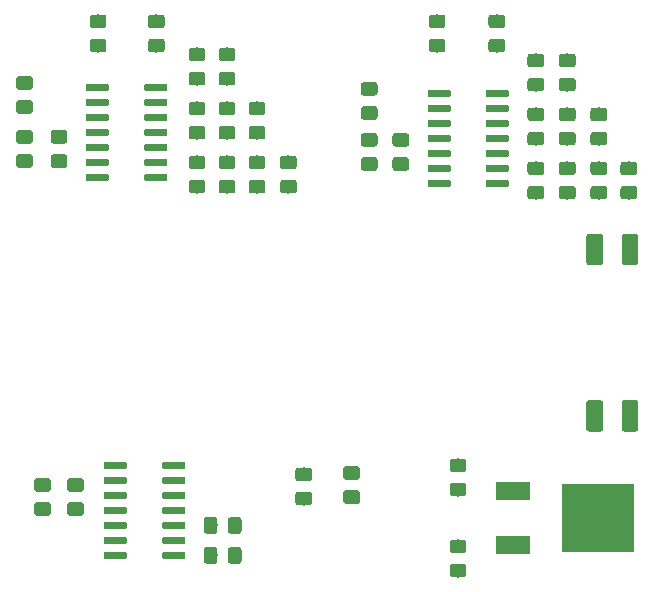
<source format=gtp>
G04 #@! TF.GenerationSoftware,KiCad,Pcbnew,(5.1.2-1)-1*
G04 #@! TF.CreationDate,2019-06-15T18:23:21+02:00*
G04 #@! TF.ProjectId,laser_control,6c617365-725f-4636-9f6e-74726f6c2e6b,rev?*
G04 #@! TF.SameCoordinates,Original*
G04 #@! TF.FileFunction,Paste,Top*
G04 #@! TF.FilePolarity,Positive*
%FSLAX46Y46*%
G04 Gerber Fmt 4.6, Leading zero omitted, Abs format (unit mm)*
G04 Created by KiCad (PCBNEW (5.1.2-1)-1) date 2019-06-15 18:23:21*
%MOMM*%
%LPD*%
G04 APERTURE LIST*
%ADD10C,0.100000*%
%ADD11C,1.150000*%
%ADD12R,3.000000X1.600000*%
%ADD13R,6.200000X5.800000*%
%ADD14C,1.425000*%
%ADD15C,0.600000*%
G04 APERTURE END LIST*
D10*
G36*
X130395505Y-109408204D02*
G01*
X130419773Y-109411804D01*
X130443572Y-109417765D01*
X130466671Y-109426030D01*
X130488850Y-109436520D01*
X130509893Y-109449132D01*
X130529599Y-109463747D01*
X130547777Y-109480223D01*
X130564253Y-109498401D01*
X130578868Y-109518107D01*
X130591480Y-109539150D01*
X130601970Y-109561329D01*
X130610235Y-109584428D01*
X130616196Y-109608227D01*
X130619796Y-109632495D01*
X130621000Y-109656999D01*
X130621000Y-110307001D01*
X130619796Y-110331505D01*
X130616196Y-110355773D01*
X130610235Y-110379572D01*
X130601970Y-110402671D01*
X130591480Y-110424850D01*
X130578868Y-110445893D01*
X130564253Y-110465599D01*
X130547777Y-110483777D01*
X130529599Y-110500253D01*
X130509893Y-110514868D01*
X130488850Y-110527480D01*
X130466671Y-110537970D01*
X130443572Y-110546235D01*
X130419773Y-110552196D01*
X130395505Y-110555796D01*
X130371001Y-110557000D01*
X129470999Y-110557000D01*
X129446495Y-110555796D01*
X129422227Y-110552196D01*
X129398428Y-110546235D01*
X129375329Y-110537970D01*
X129353150Y-110527480D01*
X129332107Y-110514868D01*
X129312401Y-110500253D01*
X129294223Y-110483777D01*
X129277747Y-110465599D01*
X129263132Y-110445893D01*
X129250520Y-110424850D01*
X129240030Y-110402671D01*
X129231765Y-110379572D01*
X129225804Y-110355773D01*
X129222204Y-110331505D01*
X129221000Y-110307001D01*
X129221000Y-109656999D01*
X129222204Y-109632495D01*
X129225804Y-109608227D01*
X129231765Y-109584428D01*
X129240030Y-109561329D01*
X129250520Y-109539150D01*
X129263132Y-109518107D01*
X129277747Y-109498401D01*
X129294223Y-109480223D01*
X129312401Y-109463747D01*
X129332107Y-109449132D01*
X129353150Y-109436520D01*
X129375329Y-109426030D01*
X129398428Y-109417765D01*
X129422227Y-109411804D01*
X129446495Y-109408204D01*
X129470999Y-109407000D01*
X130371001Y-109407000D01*
X130395505Y-109408204D01*
X130395505Y-109408204D01*
G37*
D11*
X129921000Y-109982000D03*
D10*
G36*
X130395505Y-111458204D02*
G01*
X130419773Y-111461804D01*
X130443572Y-111467765D01*
X130466671Y-111476030D01*
X130488850Y-111486520D01*
X130509893Y-111499132D01*
X130529599Y-111513747D01*
X130547777Y-111530223D01*
X130564253Y-111548401D01*
X130578868Y-111568107D01*
X130591480Y-111589150D01*
X130601970Y-111611329D01*
X130610235Y-111634428D01*
X130616196Y-111658227D01*
X130619796Y-111682495D01*
X130621000Y-111706999D01*
X130621000Y-112357001D01*
X130619796Y-112381505D01*
X130616196Y-112405773D01*
X130610235Y-112429572D01*
X130601970Y-112452671D01*
X130591480Y-112474850D01*
X130578868Y-112495893D01*
X130564253Y-112515599D01*
X130547777Y-112533777D01*
X130529599Y-112550253D01*
X130509893Y-112564868D01*
X130488850Y-112577480D01*
X130466671Y-112587970D01*
X130443572Y-112596235D01*
X130419773Y-112602196D01*
X130395505Y-112605796D01*
X130371001Y-112607000D01*
X129470999Y-112607000D01*
X129446495Y-112605796D01*
X129422227Y-112602196D01*
X129398428Y-112596235D01*
X129375329Y-112587970D01*
X129353150Y-112577480D01*
X129332107Y-112564868D01*
X129312401Y-112550253D01*
X129294223Y-112533777D01*
X129277747Y-112515599D01*
X129263132Y-112495893D01*
X129250520Y-112474850D01*
X129240030Y-112452671D01*
X129231765Y-112429572D01*
X129225804Y-112405773D01*
X129222204Y-112381505D01*
X129221000Y-112357001D01*
X129221000Y-111706999D01*
X129222204Y-111682495D01*
X129225804Y-111658227D01*
X129231765Y-111634428D01*
X129240030Y-111611329D01*
X129250520Y-111589150D01*
X129263132Y-111568107D01*
X129277747Y-111548401D01*
X129294223Y-111530223D01*
X129312401Y-111513747D01*
X129332107Y-111499132D01*
X129353150Y-111486520D01*
X129375329Y-111476030D01*
X129398428Y-111467765D01*
X129422227Y-111461804D01*
X129446495Y-111458204D01*
X129470999Y-111457000D01*
X130371001Y-111457000D01*
X130395505Y-111458204D01*
X130395505Y-111458204D01*
G37*
D11*
X129921000Y-112032000D03*
D12*
X143605000Y-116077000D03*
D13*
X150775000Y-113792000D03*
D12*
X143605000Y-111507000D03*
D10*
G36*
X150994504Y-89735204D02*
G01*
X151018773Y-89738804D01*
X151042571Y-89744765D01*
X151065671Y-89753030D01*
X151087849Y-89763520D01*
X151108893Y-89776133D01*
X151128598Y-89790747D01*
X151146777Y-89807223D01*
X151163253Y-89825402D01*
X151177867Y-89845107D01*
X151190480Y-89866151D01*
X151200970Y-89888329D01*
X151209235Y-89911429D01*
X151215196Y-89935227D01*
X151218796Y-89959496D01*
X151220000Y-89984000D01*
X151220000Y-92134000D01*
X151218796Y-92158504D01*
X151215196Y-92182773D01*
X151209235Y-92206571D01*
X151200970Y-92229671D01*
X151190480Y-92251849D01*
X151177867Y-92272893D01*
X151163253Y-92292598D01*
X151146777Y-92310777D01*
X151128598Y-92327253D01*
X151108893Y-92341867D01*
X151087849Y-92354480D01*
X151065671Y-92364970D01*
X151042571Y-92373235D01*
X151018773Y-92379196D01*
X150994504Y-92382796D01*
X150970000Y-92384000D01*
X150045000Y-92384000D01*
X150020496Y-92382796D01*
X149996227Y-92379196D01*
X149972429Y-92373235D01*
X149949329Y-92364970D01*
X149927151Y-92354480D01*
X149906107Y-92341867D01*
X149886402Y-92327253D01*
X149868223Y-92310777D01*
X149851747Y-92292598D01*
X149837133Y-92272893D01*
X149824520Y-92251849D01*
X149814030Y-92229671D01*
X149805765Y-92206571D01*
X149799804Y-92182773D01*
X149796204Y-92158504D01*
X149795000Y-92134000D01*
X149795000Y-89984000D01*
X149796204Y-89959496D01*
X149799804Y-89935227D01*
X149805765Y-89911429D01*
X149814030Y-89888329D01*
X149824520Y-89866151D01*
X149837133Y-89845107D01*
X149851747Y-89825402D01*
X149868223Y-89807223D01*
X149886402Y-89790747D01*
X149906107Y-89776133D01*
X149927151Y-89763520D01*
X149949329Y-89753030D01*
X149972429Y-89744765D01*
X149996227Y-89738804D01*
X150020496Y-89735204D01*
X150045000Y-89734000D01*
X150970000Y-89734000D01*
X150994504Y-89735204D01*
X150994504Y-89735204D01*
G37*
D14*
X150507500Y-91059000D03*
D10*
G36*
X153969504Y-89735204D02*
G01*
X153993773Y-89738804D01*
X154017571Y-89744765D01*
X154040671Y-89753030D01*
X154062849Y-89763520D01*
X154083893Y-89776133D01*
X154103598Y-89790747D01*
X154121777Y-89807223D01*
X154138253Y-89825402D01*
X154152867Y-89845107D01*
X154165480Y-89866151D01*
X154175970Y-89888329D01*
X154184235Y-89911429D01*
X154190196Y-89935227D01*
X154193796Y-89959496D01*
X154195000Y-89984000D01*
X154195000Y-92134000D01*
X154193796Y-92158504D01*
X154190196Y-92182773D01*
X154184235Y-92206571D01*
X154175970Y-92229671D01*
X154165480Y-92251849D01*
X154152867Y-92272893D01*
X154138253Y-92292598D01*
X154121777Y-92310777D01*
X154103598Y-92327253D01*
X154083893Y-92341867D01*
X154062849Y-92354480D01*
X154040671Y-92364970D01*
X154017571Y-92373235D01*
X153993773Y-92379196D01*
X153969504Y-92382796D01*
X153945000Y-92384000D01*
X153020000Y-92384000D01*
X152995496Y-92382796D01*
X152971227Y-92379196D01*
X152947429Y-92373235D01*
X152924329Y-92364970D01*
X152902151Y-92354480D01*
X152881107Y-92341867D01*
X152861402Y-92327253D01*
X152843223Y-92310777D01*
X152826747Y-92292598D01*
X152812133Y-92272893D01*
X152799520Y-92251849D01*
X152789030Y-92229671D01*
X152780765Y-92206571D01*
X152774804Y-92182773D01*
X152771204Y-92158504D01*
X152770000Y-92134000D01*
X152770000Y-89984000D01*
X152771204Y-89959496D01*
X152774804Y-89935227D01*
X152780765Y-89911429D01*
X152789030Y-89888329D01*
X152799520Y-89866151D01*
X152812133Y-89845107D01*
X152826747Y-89825402D01*
X152843223Y-89807223D01*
X152861402Y-89790747D01*
X152881107Y-89776133D01*
X152902151Y-89763520D01*
X152924329Y-89753030D01*
X152947429Y-89744765D01*
X152971227Y-89738804D01*
X152995496Y-89735204D01*
X153020000Y-89734000D01*
X153945000Y-89734000D01*
X153969504Y-89735204D01*
X153969504Y-89735204D01*
G37*
D14*
X153482500Y-91059000D03*
D10*
G36*
X153969504Y-103832204D02*
G01*
X153993773Y-103835804D01*
X154017571Y-103841765D01*
X154040671Y-103850030D01*
X154062849Y-103860520D01*
X154083893Y-103873133D01*
X154103598Y-103887747D01*
X154121777Y-103904223D01*
X154138253Y-103922402D01*
X154152867Y-103942107D01*
X154165480Y-103963151D01*
X154175970Y-103985329D01*
X154184235Y-104008429D01*
X154190196Y-104032227D01*
X154193796Y-104056496D01*
X154195000Y-104081000D01*
X154195000Y-106231000D01*
X154193796Y-106255504D01*
X154190196Y-106279773D01*
X154184235Y-106303571D01*
X154175970Y-106326671D01*
X154165480Y-106348849D01*
X154152867Y-106369893D01*
X154138253Y-106389598D01*
X154121777Y-106407777D01*
X154103598Y-106424253D01*
X154083893Y-106438867D01*
X154062849Y-106451480D01*
X154040671Y-106461970D01*
X154017571Y-106470235D01*
X153993773Y-106476196D01*
X153969504Y-106479796D01*
X153945000Y-106481000D01*
X153020000Y-106481000D01*
X152995496Y-106479796D01*
X152971227Y-106476196D01*
X152947429Y-106470235D01*
X152924329Y-106461970D01*
X152902151Y-106451480D01*
X152881107Y-106438867D01*
X152861402Y-106424253D01*
X152843223Y-106407777D01*
X152826747Y-106389598D01*
X152812133Y-106369893D01*
X152799520Y-106348849D01*
X152789030Y-106326671D01*
X152780765Y-106303571D01*
X152774804Y-106279773D01*
X152771204Y-106255504D01*
X152770000Y-106231000D01*
X152770000Y-104081000D01*
X152771204Y-104056496D01*
X152774804Y-104032227D01*
X152780765Y-104008429D01*
X152789030Y-103985329D01*
X152799520Y-103963151D01*
X152812133Y-103942107D01*
X152826747Y-103922402D01*
X152843223Y-103904223D01*
X152861402Y-103887747D01*
X152881107Y-103873133D01*
X152902151Y-103860520D01*
X152924329Y-103850030D01*
X152947429Y-103841765D01*
X152971227Y-103835804D01*
X152995496Y-103832204D01*
X153020000Y-103831000D01*
X153945000Y-103831000D01*
X153969504Y-103832204D01*
X153969504Y-103832204D01*
G37*
D14*
X153482500Y-105156000D03*
D10*
G36*
X150994504Y-103832204D02*
G01*
X151018773Y-103835804D01*
X151042571Y-103841765D01*
X151065671Y-103850030D01*
X151087849Y-103860520D01*
X151108893Y-103873133D01*
X151128598Y-103887747D01*
X151146777Y-103904223D01*
X151163253Y-103922402D01*
X151177867Y-103942107D01*
X151190480Y-103963151D01*
X151200970Y-103985329D01*
X151209235Y-104008429D01*
X151215196Y-104032227D01*
X151218796Y-104056496D01*
X151220000Y-104081000D01*
X151220000Y-106231000D01*
X151218796Y-106255504D01*
X151215196Y-106279773D01*
X151209235Y-106303571D01*
X151200970Y-106326671D01*
X151190480Y-106348849D01*
X151177867Y-106369893D01*
X151163253Y-106389598D01*
X151146777Y-106407777D01*
X151128598Y-106424253D01*
X151108893Y-106438867D01*
X151087849Y-106451480D01*
X151065671Y-106461970D01*
X151042571Y-106470235D01*
X151018773Y-106476196D01*
X150994504Y-106479796D01*
X150970000Y-106481000D01*
X150045000Y-106481000D01*
X150020496Y-106479796D01*
X149996227Y-106476196D01*
X149972429Y-106470235D01*
X149949329Y-106461970D01*
X149927151Y-106451480D01*
X149906107Y-106438867D01*
X149886402Y-106424253D01*
X149868223Y-106407777D01*
X149851747Y-106389598D01*
X149837133Y-106369893D01*
X149824520Y-106348849D01*
X149814030Y-106326671D01*
X149805765Y-106303571D01*
X149799804Y-106279773D01*
X149796204Y-106255504D01*
X149795000Y-106231000D01*
X149795000Y-104081000D01*
X149796204Y-104056496D01*
X149799804Y-104032227D01*
X149805765Y-104008429D01*
X149814030Y-103985329D01*
X149824520Y-103963151D01*
X149837133Y-103942107D01*
X149851747Y-103922402D01*
X149868223Y-103904223D01*
X149886402Y-103887747D01*
X149906107Y-103873133D01*
X149927151Y-103860520D01*
X149949329Y-103850030D01*
X149972429Y-103841765D01*
X149996227Y-103835804D01*
X150020496Y-103832204D01*
X150045000Y-103831000D01*
X150970000Y-103831000D01*
X150994504Y-103832204D01*
X150994504Y-103832204D01*
G37*
D14*
X150507500Y-105156000D03*
D10*
G36*
X139396505Y-108764204D02*
G01*
X139420773Y-108767804D01*
X139444572Y-108773765D01*
X139467671Y-108782030D01*
X139489850Y-108792520D01*
X139510893Y-108805132D01*
X139530599Y-108819747D01*
X139548777Y-108836223D01*
X139565253Y-108854401D01*
X139579868Y-108874107D01*
X139592480Y-108895150D01*
X139602970Y-108917329D01*
X139611235Y-108940428D01*
X139617196Y-108964227D01*
X139620796Y-108988495D01*
X139622000Y-109012999D01*
X139622000Y-109663001D01*
X139620796Y-109687505D01*
X139617196Y-109711773D01*
X139611235Y-109735572D01*
X139602970Y-109758671D01*
X139592480Y-109780850D01*
X139579868Y-109801893D01*
X139565253Y-109821599D01*
X139548777Y-109839777D01*
X139530599Y-109856253D01*
X139510893Y-109870868D01*
X139489850Y-109883480D01*
X139467671Y-109893970D01*
X139444572Y-109902235D01*
X139420773Y-109908196D01*
X139396505Y-109911796D01*
X139372001Y-109913000D01*
X138471999Y-109913000D01*
X138447495Y-109911796D01*
X138423227Y-109908196D01*
X138399428Y-109902235D01*
X138376329Y-109893970D01*
X138354150Y-109883480D01*
X138333107Y-109870868D01*
X138313401Y-109856253D01*
X138295223Y-109839777D01*
X138278747Y-109821599D01*
X138264132Y-109801893D01*
X138251520Y-109780850D01*
X138241030Y-109758671D01*
X138232765Y-109735572D01*
X138226804Y-109711773D01*
X138223204Y-109687505D01*
X138222000Y-109663001D01*
X138222000Y-109012999D01*
X138223204Y-108988495D01*
X138226804Y-108964227D01*
X138232765Y-108940428D01*
X138241030Y-108917329D01*
X138251520Y-108895150D01*
X138264132Y-108874107D01*
X138278747Y-108854401D01*
X138295223Y-108836223D01*
X138313401Y-108819747D01*
X138333107Y-108805132D01*
X138354150Y-108792520D01*
X138376329Y-108782030D01*
X138399428Y-108773765D01*
X138423227Y-108767804D01*
X138447495Y-108764204D01*
X138471999Y-108763000D01*
X139372001Y-108763000D01*
X139396505Y-108764204D01*
X139396505Y-108764204D01*
G37*
D11*
X138922000Y-109338000D03*
D10*
G36*
X139396505Y-110814204D02*
G01*
X139420773Y-110817804D01*
X139444572Y-110823765D01*
X139467671Y-110832030D01*
X139489850Y-110842520D01*
X139510893Y-110855132D01*
X139530599Y-110869747D01*
X139548777Y-110886223D01*
X139565253Y-110904401D01*
X139579868Y-110924107D01*
X139592480Y-110945150D01*
X139602970Y-110967329D01*
X139611235Y-110990428D01*
X139617196Y-111014227D01*
X139620796Y-111038495D01*
X139622000Y-111062999D01*
X139622000Y-111713001D01*
X139620796Y-111737505D01*
X139617196Y-111761773D01*
X139611235Y-111785572D01*
X139602970Y-111808671D01*
X139592480Y-111830850D01*
X139579868Y-111851893D01*
X139565253Y-111871599D01*
X139548777Y-111889777D01*
X139530599Y-111906253D01*
X139510893Y-111920868D01*
X139489850Y-111933480D01*
X139467671Y-111943970D01*
X139444572Y-111952235D01*
X139420773Y-111958196D01*
X139396505Y-111961796D01*
X139372001Y-111963000D01*
X138471999Y-111963000D01*
X138447495Y-111961796D01*
X138423227Y-111958196D01*
X138399428Y-111952235D01*
X138376329Y-111943970D01*
X138354150Y-111933480D01*
X138333107Y-111920868D01*
X138313401Y-111906253D01*
X138295223Y-111889777D01*
X138278747Y-111871599D01*
X138264132Y-111851893D01*
X138251520Y-111830850D01*
X138241030Y-111808671D01*
X138232765Y-111785572D01*
X138226804Y-111761773D01*
X138223204Y-111737505D01*
X138222000Y-111713001D01*
X138222000Y-111062999D01*
X138223204Y-111038495D01*
X138226804Y-111014227D01*
X138232765Y-110990428D01*
X138241030Y-110967329D01*
X138251520Y-110945150D01*
X138264132Y-110924107D01*
X138278747Y-110904401D01*
X138295223Y-110886223D01*
X138313401Y-110869747D01*
X138333107Y-110855132D01*
X138354150Y-110842520D01*
X138376329Y-110832030D01*
X138399428Y-110823765D01*
X138423227Y-110817804D01*
X138447495Y-110814204D01*
X138471999Y-110813000D01*
X139372001Y-110813000D01*
X139396505Y-110814204D01*
X139396505Y-110814204D01*
G37*
D11*
X138922000Y-111388000D03*
D10*
G36*
X110759703Y-116667722D02*
G01*
X110774264Y-116669882D01*
X110788543Y-116673459D01*
X110802403Y-116678418D01*
X110815710Y-116684712D01*
X110828336Y-116692280D01*
X110840159Y-116701048D01*
X110851066Y-116710934D01*
X110860952Y-116721841D01*
X110869720Y-116733664D01*
X110877288Y-116746290D01*
X110883582Y-116759597D01*
X110888541Y-116773457D01*
X110892118Y-116787736D01*
X110894278Y-116802297D01*
X110895000Y-116817000D01*
X110895000Y-117117000D01*
X110894278Y-117131703D01*
X110892118Y-117146264D01*
X110888541Y-117160543D01*
X110883582Y-117174403D01*
X110877288Y-117187710D01*
X110869720Y-117200336D01*
X110860952Y-117212159D01*
X110851066Y-117223066D01*
X110840159Y-117232952D01*
X110828336Y-117241720D01*
X110815710Y-117249288D01*
X110802403Y-117255582D01*
X110788543Y-117260541D01*
X110774264Y-117264118D01*
X110759703Y-117266278D01*
X110745000Y-117267000D01*
X109095000Y-117267000D01*
X109080297Y-117266278D01*
X109065736Y-117264118D01*
X109051457Y-117260541D01*
X109037597Y-117255582D01*
X109024290Y-117249288D01*
X109011664Y-117241720D01*
X108999841Y-117232952D01*
X108988934Y-117223066D01*
X108979048Y-117212159D01*
X108970280Y-117200336D01*
X108962712Y-117187710D01*
X108956418Y-117174403D01*
X108951459Y-117160543D01*
X108947882Y-117146264D01*
X108945722Y-117131703D01*
X108945000Y-117117000D01*
X108945000Y-116817000D01*
X108945722Y-116802297D01*
X108947882Y-116787736D01*
X108951459Y-116773457D01*
X108956418Y-116759597D01*
X108962712Y-116746290D01*
X108970280Y-116733664D01*
X108979048Y-116721841D01*
X108988934Y-116710934D01*
X108999841Y-116701048D01*
X109011664Y-116692280D01*
X109024290Y-116684712D01*
X109037597Y-116678418D01*
X109051457Y-116673459D01*
X109065736Y-116669882D01*
X109080297Y-116667722D01*
X109095000Y-116667000D01*
X110745000Y-116667000D01*
X110759703Y-116667722D01*
X110759703Y-116667722D01*
G37*
D15*
X109920000Y-116967000D03*
D10*
G36*
X110759703Y-115397722D02*
G01*
X110774264Y-115399882D01*
X110788543Y-115403459D01*
X110802403Y-115408418D01*
X110815710Y-115414712D01*
X110828336Y-115422280D01*
X110840159Y-115431048D01*
X110851066Y-115440934D01*
X110860952Y-115451841D01*
X110869720Y-115463664D01*
X110877288Y-115476290D01*
X110883582Y-115489597D01*
X110888541Y-115503457D01*
X110892118Y-115517736D01*
X110894278Y-115532297D01*
X110895000Y-115547000D01*
X110895000Y-115847000D01*
X110894278Y-115861703D01*
X110892118Y-115876264D01*
X110888541Y-115890543D01*
X110883582Y-115904403D01*
X110877288Y-115917710D01*
X110869720Y-115930336D01*
X110860952Y-115942159D01*
X110851066Y-115953066D01*
X110840159Y-115962952D01*
X110828336Y-115971720D01*
X110815710Y-115979288D01*
X110802403Y-115985582D01*
X110788543Y-115990541D01*
X110774264Y-115994118D01*
X110759703Y-115996278D01*
X110745000Y-115997000D01*
X109095000Y-115997000D01*
X109080297Y-115996278D01*
X109065736Y-115994118D01*
X109051457Y-115990541D01*
X109037597Y-115985582D01*
X109024290Y-115979288D01*
X109011664Y-115971720D01*
X108999841Y-115962952D01*
X108988934Y-115953066D01*
X108979048Y-115942159D01*
X108970280Y-115930336D01*
X108962712Y-115917710D01*
X108956418Y-115904403D01*
X108951459Y-115890543D01*
X108947882Y-115876264D01*
X108945722Y-115861703D01*
X108945000Y-115847000D01*
X108945000Y-115547000D01*
X108945722Y-115532297D01*
X108947882Y-115517736D01*
X108951459Y-115503457D01*
X108956418Y-115489597D01*
X108962712Y-115476290D01*
X108970280Y-115463664D01*
X108979048Y-115451841D01*
X108988934Y-115440934D01*
X108999841Y-115431048D01*
X109011664Y-115422280D01*
X109024290Y-115414712D01*
X109037597Y-115408418D01*
X109051457Y-115403459D01*
X109065736Y-115399882D01*
X109080297Y-115397722D01*
X109095000Y-115397000D01*
X110745000Y-115397000D01*
X110759703Y-115397722D01*
X110759703Y-115397722D01*
G37*
D15*
X109920000Y-115697000D03*
D10*
G36*
X110759703Y-114127722D02*
G01*
X110774264Y-114129882D01*
X110788543Y-114133459D01*
X110802403Y-114138418D01*
X110815710Y-114144712D01*
X110828336Y-114152280D01*
X110840159Y-114161048D01*
X110851066Y-114170934D01*
X110860952Y-114181841D01*
X110869720Y-114193664D01*
X110877288Y-114206290D01*
X110883582Y-114219597D01*
X110888541Y-114233457D01*
X110892118Y-114247736D01*
X110894278Y-114262297D01*
X110895000Y-114277000D01*
X110895000Y-114577000D01*
X110894278Y-114591703D01*
X110892118Y-114606264D01*
X110888541Y-114620543D01*
X110883582Y-114634403D01*
X110877288Y-114647710D01*
X110869720Y-114660336D01*
X110860952Y-114672159D01*
X110851066Y-114683066D01*
X110840159Y-114692952D01*
X110828336Y-114701720D01*
X110815710Y-114709288D01*
X110802403Y-114715582D01*
X110788543Y-114720541D01*
X110774264Y-114724118D01*
X110759703Y-114726278D01*
X110745000Y-114727000D01*
X109095000Y-114727000D01*
X109080297Y-114726278D01*
X109065736Y-114724118D01*
X109051457Y-114720541D01*
X109037597Y-114715582D01*
X109024290Y-114709288D01*
X109011664Y-114701720D01*
X108999841Y-114692952D01*
X108988934Y-114683066D01*
X108979048Y-114672159D01*
X108970280Y-114660336D01*
X108962712Y-114647710D01*
X108956418Y-114634403D01*
X108951459Y-114620543D01*
X108947882Y-114606264D01*
X108945722Y-114591703D01*
X108945000Y-114577000D01*
X108945000Y-114277000D01*
X108945722Y-114262297D01*
X108947882Y-114247736D01*
X108951459Y-114233457D01*
X108956418Y-114219597D01*
X108962712Y-114206290D01*
X108970280Y-114193664D01*
X108979048Y-114181841D01*
X108988934Y-114170934D01*
X108999841Y-114161048D01*
X109011664Y-114152280D01*
X109024290Y-114144712D01*
X109037597Y-114138418D01*
X109051457Y-114133459D01*
X109065736Y-114129882D01*
X109080297Y-114127722D01*
X109095000Y-114127000D01*
X110745000Y-114127000D01*
X110759703Y-114127722D01*
X110759703Y-114127722D01*
G37*
D15*
X109920000Y-114427000D03*
D10*
G36*
X110759703Y-112857722D02*
G01*
X110774264Y-112859882D01*
X110788543Y-112863459D01*
X110802403Y-112868418D01*
X110815710Y-112874712D01*
X110828336Y-112882280D01*
X110840159Y-112891048D01*
X110851066Y-112900934D01*
X110860952Y-112911841D01*
X110869720Y-112923664D01*
X110877288Y-112936290D01*
X110883582Y-112949597D01*
X110888541Y-112963457D01*
X110892118Y-112977736D01*
X110894278Y-112992297D01*
X110895000Y-113007000D01*
X110895000Y-113307000D01*
X110894278Y-113321703D01*
X110892118Y-113336264D01*
X110888541Y-113350543D01*
X110883582Y-113364403D01*
X110877288Y-113377710D01*
X110869720Y-113390336D01*
X110860952Y-113402159D01*
X110851066Y-113413066D01*
X110840159Y-113422952D01*
X110828336Y-113431720D01*
X110815710Y-113439288D01*
X110802403Y-113445582D01*
X110788543Y-113450541D01*
X110774264Y-113454118D01*
X110759703Y-113456278D01*
X110745000Y-113457000D01*
X109095000Y-113457000D01*
X109080297Y-113456278D01*
X109065736Y-113454118D01*
X109051457Y-113450541D01*
X109037597Y-113445582D01*
X109024290Y-113439288D01*
X109011664Y-113431720D01*
X108999841Y-113422952D01*
X108988934Y-113413066D01*
X108979048Y-113402159D01*
X108970280Y-113390336D01*
X108962712Y-113377710D01*
X108956418Y-113364403D01*
X108951459Y-113350543D01*
X108947882Y-113336264D01*
X108945722Y-113321703D01*
X108945000Y-113307000D01*
X108945000Y-113007000D01*
X108945722Y-112992297D01*
X108947882Y-112977736D01*
X108951459Y-112963457D01*
X108956418Y-112949597D01*
X108962712Y-112936290D01*
X108970280Y-112923664D01*
X108979048Y-112911841D01*
X108988934Y-112900934D01*
X108999841Y-112891048D01*
X109011664Y-112882280D01*
X109024290Y-112874712D01*
X109037597Y-112868418D01*
X109051457Y-112863459D01*
X109065736Y-112859882D01*
X109080297Y-112857722D01*
X109095000Y-112857000D01*
X110745000Y-112857000D01*
X110759703Y-112857722D01*
X110759703Y-112857722D01*
G37*
D15*
X109920000Y-113157000D03*
D10*
G36*
X110759703Y-111587722D02*
G01*
X110774264Y-111589882D01*
X110788543Y-111593459D01*
X110802403Y-111598418D01*
X110815710Y-111604712D01*
X110828336Y-111612280D01*
X110840159Y-111621048D01*
X110851066Y-111630934D01*
X110860952Y-111641841D01*
X110869720Y-111653664D01*
X110877288Y-111666290D01*
X110883582Y-111679597D01*
X110888541Y-111693457D01*
X110892118Y-111707736D01*
X110894278Y-111722297D01*
X110895000Y-111737000D01*
X110895000Y-112037000D01*
X110894278Y-112051703D01*
X110892118Y-112066264D01*
X110888541Y-112080543D01*
X110883582Y-112094403D01*
X110877288Y-112107710D01*
X110869720Y-112120336D01*
X110860952Y-112132159D01*
X110851066Y-112143066D01*
X110840159Y-112152952D01*
X110828336Y-112161720D01*
X110815710Y-112169288D01*
X110802403Y-112175582D01*
X110788543Y-112180541D01*
X110774264Y-112184118D01*
X110759703Y-112186278D01*
X110745000Y-112187000D01*
X109095000Y-112187000D01*
X109080297Y-112186278D01*
X109065736Y-112184118D01*
X109051457Y-112180541D01*
X109037597Y-112175582D01*
X109024290Y-112169288D01*
X109011664Y-112161720D01*
X108999841Y-112152952D01*
X108988934Y-112143066D01*
X108979048Y-112132159D01*
X108970280Y-112120336D01*
X108962712Y-112107710D01*
X108956418Y-112094403D01*
X108951459Y-112080543D01*
X108947882Y-112066264D01*
X108945722Y-112051703D01*
X108945000Y-112037000D01*
X108945000Y-111737000D01*
X108945722Y-111722297D01*
X108947882Y-111707736D01*
X108951459Y-111693457D01*
X108956418Y-111679597D01*
X108962712Y-111666290D01*
X108970280Y-111653664D01*
X108979048Y-111641841D01*
X108988934Y-111630934D01*
X108999841Y-111621048D01*
X109011664Y-111612280D01*
X109024290Y-111604712D01*
X109037597Y-111598418D01*
X109051457Y-111593459D01*
X109065736Y-111589882D01*
X109080297Y-111587722D01*
X109095000Y-111587000D01*
X110745000Y-111587000D01*
X110759703Y-111587722D01*
X110759703Y-111587722D01*
G37*
D15*
X109920000Y-111887000D03*
D10*
G36*
X110759703Y-110317722D02*
G01*
X110774264Y-110319882D01*
X110788543Y-110323459D01*
X110802403Y-110328418D01*
X110815710Y-110334712D01*
X110828336Y-110342280D01*
X110840159Y-110351048D01*
X110851066Y-110360934D01*
X110860952Y-110371841D01*
X110869720Y-110383664D01*
X110877288Y-110396290D01*
X110883582Y-110409597D01*
X110888541Y-110423457D01*
X110892118Y-110437736D01*
X110894278Y-110452297D01*
X110895000Y-110467000D01*
X110895000Y-110767000D01*
X110894278Y-110781703D01*
X110892118Y-110796264D01*
X110888541Y-110810543D01*
X110883582Y-110824403D01*
X110877288Y-110837710D01*
X110869720Y-110850336D01*
X110860952Y-110862159D01*
X110851066Y-110873066D01*
X110840159Y-110882952D01*
X110828336Y-110891720D01*
X110815710Y-110899288D01*
X110802403Y-110905582D01*
X110788543Y-110910541D01*
X110774264Y-110914118D01*
X110759703Y-110916278D01*
X110745000Y-110917000D01*
X109095000Y-110917000D01*
X109080297Y-110916278D01*
X109065736Y-110914118D01*
X109051457Y-110910541D01*
X109037597Y-110905582D01*
X109024290Y-110899288D01*
X109011664Y-110891720D01*
X108999841Y-110882952D01*
X108988934Y-110873066D01*
X108979048Y-110862159D01*
X108970280Y-110850336D01*
X108962712Y-110837710D01*
X108956418Y-110824403D01*
X108951459Y-110810543D01*
X108947882Y-110796264D01*
X108945722Y-110781703D01*
X108945000Y-110767000D01*
X108945000Y-110467000D01*
X108945722Y-110452297D01*
X108947882Y-110437736D01*
X108951459Y-110423457D01*
X108956418Y-110409597D01*
X108962712Y-110396290D01*
X108970280Y-110383664D01*
X108979048Y-110371841D01*
X108988934Y-110360934D01*
X108999841Y-110351048D01*
X109011664Y-110342280D01*
X109024290Y-110334712D01*
X109037597Y-110328418D01*
X109051457Y-110323459D01*
X109065736Y-110319882D01*
X109080297Y-110317722D01*
X109095000Y-110317000D01*
X110745000Y-110317000D01*
X110759703Y-110317722D01*
X110759703Y-110317722D01*
G37*
D15*
X109920000Y-110617000D03*
D10*
G36*
X110759703Y-109047722D02*
G01*
X110774264Y-109049882D01*
X110788543Y-109053459D01*
X110802403Y-109058418D01*
X110815710Y-109064712D01*
X110828336Y-109072280D01*
X110840159Y-109081048D01*
X110851066Y-109090934D01*
X110860952Y-109101841D01*
X110869720Y-109113664D01*
X110877288Y-109126290D01*
X110883582Y-109139597D01*
X110888541Y-109153457D01*
X110892118Y-109167736D01*
X110894278Y-109182297D01*
X110895000Y-109197000D01*
X110895000Y-109497000D01*
X110894278Y-109511703D01*
X110892118Y-109526264D01*
X110888541Y-109540543D01*
X110883582Y-109554403D01*
X110877288Y-109567710D01*
X110869720Y-109580336D01*
X110860952Y-109592159D01*
X110851066Y-109603066D01*
X110840159Y-109612952D01*
X110828336Y-109621720D01*
X110815710Y-109629288D01*
X110802403Y-109635582D01*
X110788543Y-109640541D01*
X110774264Y-109644118D01*
X110759703Y-109646278D01*
X110745000Y-109647000D01*
X109095000Y-109647000D01*
X109080297Y-109646278D01*
X109065736Y-109644118D01*
X109051457Y-109640541D01*
X109037597Y-109635582D01*
X109024290Y-109629288D01*
X109011664Y-109621720D01*
X108999841Y-109612952D01*
X108988934Y-109603066D01*
X108979048Y-109592159D01*
X108970280Y-109580336D01*
X108962712Y-109567710D01*
X108956418Y-109554403D01*
X108951459Y-109540543D01*
X108947882Y-109526264D01*
X108945722Y-109511703D01*
X108945000Y-109497000D01*
X108945000Y-109197000D01*
X108945722Y-109182297D01*
X108947882Y-109167736D01*
X108951459Y-109153457D01*
X108956418Y-109139597D01*
X108962712Y-109126290D01*
X108970280Y-109113664D01*
X108979048Y-109101841D01*
X108988934Y-109090934D01*
X108999841Y-109081048D01*
X109011664Y-109072280D01*
X109024290Y-109064712D01*
X109037597Y-109058418D01*
X109051457Y-109053459D01*
X109065736Y-109049882D01*
X109080297Y-109047722D01*
X109095000Y-109047000D01*
X110745000Y-109047000D01*
X110759703Y-109047722D01*
X110759703Y-109047722D01*
G37*
D15*
X109920000Y-109347000D03*
D10*
G36*
X115709703Y-109047722D02*
G01*
X115724264Y-109049882D01*
X115738543Y-109053459D01*
X115752403Y-109058418D01*
X115765710Y-109064712D01*
X115778336Y-109072280D01*
X115790159Y-109081048D01*
X115801066Y-109090934D01*
X115810952Y-109101841D01*
X115819720Y-109113664D01*
X115827288Y-109126290D01*
X115833582Y-109139597D01*
X115838541Y-109153457D01*
X115842118Y-109167736D01*
X115844278Y-109182297D01*
X115845000Y-109197000D01*
X115845000Y-109497000D01*
X115844278Y-109511703D01*
X115842118Y-109526264D01*
X115838541Y-109540543D01*
X115833582Y-109554403D01*
X115827288Y-109567710D01*
X115819720Y-109580336D01*
X115810952Y-109592159D01*
X115801066Y-109603066D01*
X115790159Y-109612952D01*
X115778336Y-109621720D01*
X115765710Y-109629288D01*
X115752403Y-109635582D01*
X115738543Y-109640541D01*
X115724264Y-109644118D01*
X115709703Y-109646278D01*
X115695000Y-109647000D01*
X114045000Y-109647000D01*
X114030297Y-109646278D01*
X114015736Y-109644118D01*
X114001457Y-109640541D01*
X113987597Y-109635582D01*
X113974290Y-109629288D01*
X113961664Y-109621720D01*
X113949841Y-109612952D01*
X113938934Y-109603066D01*
X113929048Y-109592159D01*
X113920280Y-109580336D01*
X113912712Y-109567710D01*
X113906418Y-109554403D01*
X113901459Y-109540543D01*
X113897882Y-109526264D01*
X113895722Y-109511703D01*
X113895000Y-109497000D01*
X113895000Y-109197000D01*
X113895722Y-109182297D01*
X113897882Y-109167736D01*
X113901459Y-109153457D01*
X113906418Y-109139597D01*
X113912712Y-109126290D01*
X113920280Y-109113664D01*
X113929048Y-109101841D01*
X113938934Y-109090934D01*
X113949841Y-109081048D01*
X113961664Y-109072280D01*
X113974290Y-109064712D01*
X113987597Y-109058418D01*
X114001457Y-109053459D01*
X114015736Y-109049882D01*
X114030297Y-109047722D01*
X114045000Y-109047000D01*
X115695000Y-109047000D01*
X115709703Y-109047722D01*
X115709703Y-109047722D01*
G37*
D15*
X114870000Y-109347000D03*
D10*
G36*
X115709703Y-110317722D02*
G01*
X115724264Y-110319882D01*
X115738543Y-110323459D01*
X115752403Y-110328418D01*
X115765710Y-110334712D01*
X115778336Y-110342280D01*
X115790159Y-110351048D01*
X115801066Y-110360934D01*
X115810952Y-110371841D01*
X115819720Y-110383664D01*
X115827288Y-110396290D01*
X115833582Y-110409597D01*
X115838541Y-110423457D01*
X115842118Y-110437736D01*
X115844278Y-110452297D01*
X115845000Y-110467000D01*
X115845000Y-110767000D01*
X115844278Y-110781703D01*
X115842118Y-110796264D01*
X115838541Y-110810543D01*
X115833582Y-110824403D01*
X115827288Y-110837710D01*
X115819720Y-110850336D01*
X115810952Y-110862159D01*
X115801066Y-110873066D01*
X115790159Y-110882952D01*
X115778336Y-110891720D01*
X115765710Y-110899288D01*
X115752403Y-110905582D01*
X115738543Y-110910541D01*
X115724264Y-110914118D01*
X115709703Y-110916278D01*
X115695000Y-110917000D01*
X114045000Y-110917000D01*
X114030297Y-110916278D01*
X114015736Y-110914118D01*
X114001457Y-110910541D01*
X113987597Y-110905582D01*
X113974290Y-110899288D01*
X113961664Y-110891720D01*
X113949841Y-110882952D01*
X113938934Y-110873066D01*
X113929048Y-110862159D01*
X113920280Y-110850336D01*
X113912712Y-110837710D01*
X113906418Y-110824403D01*
X113901459Y-110810543D01*
X113897882Y-110796264D01*
X113895722Y-110781703D01*
X113895000Y-110767000D01*
X113895000Y-110467000D01*
X113895722Y-110452297D01*
X113897882Y-110437736D01*
X113901459Y-110423457D01*
X113906418Y-110409597D01*
X113912712Y-110396290D01*
X113920280Y-110383664D01*
X113929048Y-110371841D01*
X113938934Y-110360934D01*
X113949841Y-110351048D01*
X113961664Y-110342280D01*
X113974290Y-110334712D01*
X113987597Y-110328418D01*
X114001457Y-110323459D01*
X114015736Y-110319882D01*
X114030297Y-110317722D01*
X114045000Y-110317000D01*
X115695000Y-110317000D01*
X115709703Y-110317722D01*
X115709703Y-110317722D01*
G37*
D15*
X114870000Y-110617000D03*
D10*
G36*
X115709703Y-111587722D02*
G01*
X115724264Y-111589882D01*
X115738543Y-111593459D01*
X115752403Y-111598418D01*
X115765710Y-111604712D01*
X115778336Y-111612280D01*
X115790159Y-111621048D01*
X115801066Y-111630934D01*
X115810952Y-111641841D01*
X115819720Y-111653664D01*
X115827288Y-111666290D01*
X115833582Y-111679597D01*
X115838541Y-111693457D01*
X115842118Y-111707736D01*
X115844278Y-111722297D01*
X115845000Y-111737000D01*
X115845000Y-112037000D01*
X115844278Y-112051703D01*
X115842118Y-112066264D01*
X115838541Y-112080543D01*
X115833582Y-112094403D01*
X115827288Y-112107710D01*
X115819720Y-112120336D01*
X115810952Y-112132159D01*
X115801066Y-112143066D01*
X115790159Y-112152952D01*
X115778336Y-112161720D01*
X115765710Y-112169288D01*
X115752403Y-112175582D01*
X115738543Y-112180541D01*
X115724264Y-112184118D01*
X115709703Y-112186278D01*
X115695000Y-112187000D01*
X114045000Y-112187000D01*
X114030297Y-112186278D01*
X114015736Y-112184118D01*
X114001457Y-112180541D01*
X113987597Y-112175582D01*
X113974290Y-112169288D01*
X113961664Y-112161720D01*
X113949841Y-112152952D01*
X113938934Y-112143066D01*
X113929048Y-112132159D01*
X113920280Y-112120336D01*
X113912712Y-112107710D01*
X113906418Y-112094403D01*
X113901459Y-112080543D01*
X113897882Y-112066264D01*
X113895722Y-112051703D01*
X113895000Y-112037000D01*
X113895000Y-111737000D01*
X113895722Y-111722297D01*
X113897882Y-111707736D01*
X113901459Y-111693457D01*
X113906418Y-111679597D01*
X113912712Y-111666290D01*
X113920280Y-111653664D01*
X113929048Y-111641841D01*
X113938934Y-111630934D01*
X113949841Y-111621048D01*
X113961664Y-111612280D01*
X113974290Y-111604712D01*
X113987597Y-111598418D01*
X114001457Y-111593459D01*
X114015736Y-111589882D01*
X114030297Y-111587722D01*
X114045000Y-111587000D01*
X115695000Y-111587000D01*
X115709703Y-111587722D01*
X115709703Y-111587722D01*
G37*
D15*
X114870000Y-111887000D03*
D10*
G36*
X115709703Y-112857722D02*
G01*
X115724264Y-112859882D01*
X115738543Y-112863459D01*
X115752403Y-112868418D01*
X115765710Y-112874712D01*
X115778336Y-112882280D01*
X115790159Y-112891048D01*
X115801066Y-112900934D01*
X115810952Y-112911841D01*
X115819720Y-112923664D01*
X115827288Y-112936290D01*
X115833582Y-112949597D01*
X115838541Y-112963457D01*
X115842118Y-112977736D01*
X115844278Y-112992297D01*
X115845000Y-113007000D01*
X115845000Y-113307000D01*
X115844278Y-113321703D01*
X115842118Y-113336264D01*
X115838541Y-113350543D01*
X115833582Y-113364403D01*
X115827288Y-113377710D01*
X115819720Y-113390336D01*
X115810952Y-113402159D01*
X115801066Y-113413066D01*
X115790159Y-113422952D01*
X115778336Y-113431720D01*
X115765710Y-113439288D01*
X115752403Y-113445582D01*
X115738543Y-113450541D01*
X115724264Y-113454118D01*
X115709703Y-113456278D01*
X115695000Y-113457000D01*
X114045000Y-113457000D01*
X114030297Y-113456278D01*
X114015736Y-113454118D01*
X114001457Y-113450541D01*
X113987597Y-113445582D01*
X113974290Y-113439288D01*
X113961664Y-113431720D01*
X113949841Y-113422952D01*
X113938934Y-113413066D01*
X113929048Y-113402159D01*
X113920280Y-113390336D01*
X113912712Y-113377710D01*
X113906418Y-113364403D01*
X113901459Y-113350543D01*
X113897882Y-113336264D01*
X113895722Y-113321703D01*
X113895000Y-113307000D01*
X113895000Y-113007000D01*
X113895722Y-112992297D01*
X113897882Y-112977736D01*
X113901459Y-112963457D01*
X113906418Y-112949597D01*
X113912712Y-112936290D01*
X113920280Y-112923664D01*
X113929048Y-112911841D01*
X113938934Y-112900934D01*
X113949841Y-112891048D01*
X113961664Y-112882280D01*
X113974290Y-112874712D01*
X113987597Y-112868418D01*
X114001457Y-112863459D01*
X114015736Y-112859882D01*
X114030297Y-112857722D01*
X114045000Y-112857000D01*
X115695000Y-112857000D01*
X115709703Y-112857722D01*
X115709703Y-112857722D01*
G37*
D15*
X114870000Y-113157000D03*
D10*
G36*
X115709703Y-114127722D02*
G01*
X115724264Y-114129882D01*
X115738543Y-114133459D01*
X115752403Y-114138418D01*
X115765710Y-114144712D01*
X115778336Y-114152280D01*
X115790159Y-114161048D01*
X115801066Y-114170934D01*
X115810952Y-114181841D01*
X115819720Y-114193664D01*
X115827288Y-114206290D01*
X115833582Y-114219597D01*
X115838541Y-114233457D01*
X115842118Y-114247736D01*
X115844278Y-114262297D01*
X115845000Y-114277000D01*
X115845000Y-114577000D01*
X115844278Y-114591703D01*
X115842118Y-114606264D01*
X115838541Y-114620543D01*
X115833582Y-114634403D01*
X115827288Y-114647710D01*
X115819720Y-114660336D01*
X115810952Y-114672159D01*
X115801066Y-114683066D01*
X115790159Y-114692952D01*
X115778336Y-114701720D01*
X115765710Y-114709288D01*
X115752403Y-114715582D01*
X115738543Y-114720541D01*
X115724264Y-114724118D01*
X115709703Y-114726278D01*
X115695000Y-114727000D01*
X114045000Y-114727000D01*
X114030297Y-114726278D01*
X114015736Y-114724118D01*
X114001457Y-114720541D01*
X113987597Y-114715582D01*
X113974290Y-114709288D01*
X113961664Y-114701720D01*
X113949841Y-114692952D01*
X113938934Y-114683066D01*
X113929048Y-114672159D01*
X113920280Y-114660336D01*
X113912712Y-114647710D01*
X113906418Y-114634403D01*
X113901459Y-114620543D01*
X113897882Y-114606264D01*
X113895722Y-114591703D01*
X113895000Y-114577000D01*
X113895000Y-114277000D01*
X113895722Y-114262297D01*
X113897882Y-114247736D01*
X113901459Y-114233457D01*
X113906418Y-114219597D01*
X113912712Y-114206290D01*
X113920280Y-114193664D01*
X113929048Y-114181841D01*
X113938934Y-114170934D01*
X113949841Y-114161048D01*
X113961664Y-114152280D01*
X113974290Y-114144712D01*
X113987597Y-114138418D01*
X114001457Y-114133459D01*
X114015736Y-114129882D01*
X114030297Y-114127722D01*
X114045000Y-114127000D01*
X115695000Y-114127000D01*
X115709703Y-114127722D01*
X115709703Y-114127722D01*
G37*
D15*
X114870000Y-114427000D03*
D10*
G36*
X115709703Y-115397722D02*
G01*
X115724264Y-115399882D01*
X115738543Y-115403459D01*
X115752403Y-115408418D01*
X115765710Y-115414712D01*
X115778336Y-115422280D01*
X115790159Y-115431048D01*
X115801066Y-115440934D01*
X115810952Y-115451841D01*
X115819720Y-115463664D01*
X115827288Y-115476290D01*
X115833582Y-115489597D01*
X115838541Y-115503457D01*
X115842118Y-115517736D01*
X115844278Y-115532297D01*
X115845000Y-115547000D01*
X115845000Y-115847000D01*
X115844278Y-115861703D01*
X115842118Y-115876264D01*
X115838541Y-115890543D01*
X115833582Y-115904403D01*
X115827288Y-115917710D01*
X115819720Y-115930336D01*
X115810952Y-115942159D01*
X115801066Y-115953066D01*
X115790159Y-115962952D01*
X115778336Y-115971720D01*
X115765710Y-115979288D01*
X115752403Y-115985582D01*
X115738543Y-115990541D01*
X115724264Y-115994118D01*
X115709703Y-115996278D01*
X115695000Y-115997000D01*
X114045000Y-115997000D01*
X114030297Y-115996278D01*
X114015736Y-115994118D01*
X114001457Y-115990541D01*
X113987597Y-115985582D01*
X113974290Y-115979288D01*
X113961664Y-115971720D01*
X113949841Y-115962952D01*
X113938934Y-115953066D01*
X113929048Y-115942159D01*
X113920280Y-115930336D01*
X113912712Y-115917710D01*
X113906418Y-115904403D01*
X113901459Y-115890543D01*
X113897882Y-115876264D01*
X113895722Y-115861703D01*
X113895000Y-115847000D01*
X113895000Y-115547000D01*
X113895722Y-115532297D01*
X113897882Y-115517736D01*
X113901459Y-115503457D01*
X113906418Y-115489597D01*
X113912712Y-115476290D01*
X113920280Y-115463664D01*
X113929048Y-115451841D01*
X113938934Y-115440934D01*
X113949841Y-115431048D01*
X113961664Y-115422280D01*
X113974290Y-115414712D01*
X113987597Y-115408418D01*
X114001457Y-115403459D01*
X114015736Y-115399882D01*
X114030297Y-115397722D01*
X114045000Y-115397000D01*
X115695000Y-115397000D01*
X115709703Y-115397722D01*
X115709703Y-115397722D01*
G37*
D15*
X114870000Y-115697000D03*
D10*
G36*
X115709703Y-116667722D02*
G01*
X115724264Y-116669882D01*
X115738543Y-116673459D01*
X115752403Y-116678418D01*
X115765710Y-116684712D01*
X115778336Y-116692280D01*
X115790159Y-116701048D01*
X115801066Y-116710934D01*
X115810952Y-116721841D01*
X115819720Y-116733664D01*
X115827288Y-116746290D01*
X115833582Y-116759597D01*
X115838541Y-116773457D01*
X115842118Y-116787736D01*
X115844278Y-116802297D01*
X115845000Y-116817000D01*
X115845000Y-117117000D01*
X115844278Y-117131703D01*
X115842118Y-117146264D01*
X115838541Y-117160543D01*
X115833582Y-117174403D01*
X115827288Y-117187710D01*
X115819720Y-117200336D01*
X115810952Y-117212159D01*
X115801066Y-117223066D01*
X115790159Y-117232952D01*
X115778336Y-117241720D01*
X115765710Y-117249288D01*
X115752403Y-117255582D01*
X115738543Y-117260541D01*
X115724264Y-117264118D01*
X115709703Y-117266278D01*
X115695000Y-117267000D01*
X114045000Y-117267000D01*
X114030297Y-117266278D01*
X114015736Y-117264118D01*
X114001457Y-117260541D01*
X113987597Y-117255582D01*
X113974290Y-117249288D01*
X113961664Y-117241720D01*
X113949841Y-117232952D01*
X113938934Y-117223066D01*
X113929048Y-117212159D01*
X113920280Y-117200336D01*
X113912712Y-117187710D01*
X113906418Y-117174403D01*
X113901459Y-117160543D01*
X113897882Y-117146264D01*
X113895722Y-117131703D01*
X113895000Y-117117000D01*
X113895000Y-116817000D01*
X113895722Y-116802297D01*
X113897882Y-116787736D01*
X113901459Y-116773457D01*
X113906418Y-116759597D01*
X113912712Y-116746290D01*
X113920280Y-116733664D01*
X113929048Y-116721841D01*
X113938934Y-116710934D01*
X113949841Y-116701048D01*
X113961664Y-116692280D01*
X113974290Y-116684712D01*
X113987597Y-116678418D01*
X114001457Y-116673459D01*
X114015736Y-116669882D01*
X114030297Y-116667722D01*
X114045000Y-116667000D01*
X115695000Y-116667000D01*
X115709703Y-116667722D01*
X115709703Y-116667722D01*
G37*
D15*
X114870000Y-116967000D03*
D10*
G36*
X138159703Y-85171722D02*
G01*
X138174264Y-85173882D01*
X138188543Y-85177459D01*
X138202403Y-85182418D01*
X138215710Y-85188712D01*
X138228336Y-85196280D01*
X138240159Y-85205048D01*
X138251066Y-85214934D01*
X138260952Y-85225841D01*
X138269720Y-85237664D01*
X138277288Y-85250290D01*
X138283582Y-85263597D01*
X138288541Y-85277457D01*
X138292118Y-85291736D01*
X138294278Y-85306297D01*
X138295000Y-85321000D01*
X138295000Y-85621000D01*
X138294278Y-85635703D01*
X138292118Y-85650264D01*
X138288541Y-85664543D01*
X138283582Y-85678403D01*
X138277288Y-85691710D01*
X138269720Y-85704336D01*
X138260952Y-85716159D01*
X138251066Y-85727066D01*
X138240159Y-85736952D01*
X138228336Y-85745720D01*
X138215710Y-85753288D01*
X138202403Y-85759582D01*
X138188543Y-85764541D01*
X138174264Y-85768118D01*
X138159703Y-85770278D01*
X138145000Y-85771000D01*
X136495000Y-85771000D01*
X136480297Y-85770278D01*
X136465736Y-85768118D01*
X136451457Y-85764541D01*
X136437597Y-85759582D01*
X136424290Y-85753288D01*
X136411664Y-85745720D01*
X136399841Y-85736952D01*
X136388934Y-85727066D01*
X136379048Y-85716159D01*
X136370280Y-85704336D01*
X136362712Y-85691710D01*
X136356418Y-85678403D01*
X136351459Y-85664543D01*
X136347882Y-85650264D01*
X136345722Y-85635703D01*
X136345000Y-85621000D01*
X136345000Y-85321000D01*
X136345722Y-85306297D01*
X136347882Y-85291736D01*
X136351459Y-85277457D01*
X136356418Y-85263597D01*
X136362712Y-85250290D01*
X136370280Y-85237664D01*
X136379048Y-85225841D01*
X136388934Y-85214934D01*
X136399841Y-85205048D01*
X136411664Y-85196280D01*
X136424290Y-85188712D01*
X136437597Y-85182418D01*
X136451457Y-85177459D01*
X136465736Y-85173882D01*
X136480297Y-85171722D01*
X136495000Y-85171000D01*
X138145000Y-85171000D01*
X138159703Y-85171722D01*
X138159703Y-85171722D01*
G37*
D15*
X137320000Y-85471000D03*
D10*
G36*
X138159703Y-83901722D02*
G01*
X138174264Y-83903882D01*
X138188543Y-83907459D01*
X138202403Y-83912418D01*
X138215710Y-83918712D01*
X138228336Y-83926280D01*
X138240159Y-83935048D01*
X138251066Y-83944934D01*
X138260952Y-83955841D01*
X138269720Y-83967664D01*
X138277288Y-83980290D01*
X138283582Y-83993597D01*
X138288541Y-84007457D01*
X138292118Y-84021736D01*
X138294278Y-84036297D01*
X138295000Y-84051000D01*
X138295000Y-84351000D01*
X138294278Y-84365703D01*
X138292118Y-84380264D01*
X138288541Y-84394543D01*
X138283582Y-84408403D01*
X138277288Y-84421710D01*
X138269720Y-84434336D01*
X138260952Y-84446159D01*
X138251066Y-84457066D01*
X138240159Y-84466952D01*
X138228336Y-84475720D01*
X138215710Y-84483288D01*
X138202403Y-84489582D01*
X138188543Y-84494541D01*
X138174264Y-84498118D01*
X138159703Y-84500278D01*
X138145000Y-84501000D01*
X136495000Y-84501000D01*
X136480297Y-84500278D01*
X136465736Y-84498118D01*
X136451457Y-84494541D01*
X136437597Y-84489582D01*
X136424290Y-84483288D01*
X136411664Y-84475720D01*
X136399841Y-84466952D01*
X136388934Y-84457066D01*
X136379048Y-84446159D01*
X136370280Y-84434336D01*
X136362712Y-84421710D01*
X136356418Y-84408403D01*
X136351459Y-84394543D01*
X136347882Y-84380264D01*
X136345722Y-84365703D01*
X136345000Y-84351000D01*
X136345000Y-84051000D01*
X136345722Y-84036297D01*
X136347882Y-84021736D01*
X136351459Y-84007457D01*
X136356418Y-83993597D01*
X136362712Y-83980290D01*
X136370280Y-83967664D01*
X136379048Y-83955841D01*
X136388934Y-83944934D01*
X136399841Y-83935048D01*
X136411664Y-83926280D01*
X136424290Y-83918712D01*
X136437597Y-83912418D01*
X136451457Y-83907459D01*
X136465736Y-83903882D01*
X136480297Y-83901722D01*
X136495000Y-83901000D01*
X138145000Y-83901000D01*
X138159703Y-83901722D01*
X138159703Y-83901722D01*
G37*
D15*
X137320000Y-84201000D03*
D10*
G36*
X138159703Y-82631722D02*
G01*
X138174264Y-82633882D01*
X138188543Y-82637459D01*
X138202403Y-82642418D01*
X138215710Y-82648712D01*
X138228336Y-82656280D01*
X138240159Y-82665048D01*
X138251066Y-82674934D01*
X138260952Y-82685841D01*
X138269720Y-82697664D01*
X138277288Y-82710290D01*
X138283582Y-82723597D01*
X138288541Y-82737457D01*
X138292118Y-82751736D01*
X138294278Y-82766297D01*
X138295000Y-82781000D01*
X138295000Y-83081000D01*
X138294278Y-83095703D01*
X138292118Y-83110264D01*
X138288541Y-83124543D01*
X138283582Y-83138403D01*
X138277288Y-83151710D01*
X138269720Y-83164336D01*
X138260952Y-83176159D01*
X138251066Y-83187066D01*
X138240159Y-83196952D01*
X138228336Y-83205720D01*
X138215710Y-83213288D01*
X138202403Y-83219582D01*
X138188543Y-83224541D01*
X138174264Y-83228118D01*
X138159703Y-83230278D01*
X138145000Y-83231000D01*
X136495000Y-83231000D01*
X136480297Y-83230278D01*
X136465736Y-83228118D01*
X136451457Y-83224541D01*
X136437597Y-83219582D01*
X136424290Y-83213288D01*
X136411664Y-83205720D01*
X136399841Y-83196952D01*
X136388934Y-83187066D01*
X136379048Y-83176159D01*
X136370280Y-83164336D01*
X136362712Y-83151710D01*
X136356418Y-83138403D01*
X136351459Y-83124543D01*
X136347882Y-83110264D01*
X136345722Y-83095703D01*
X136345000Y-83081000D01*
X136345000Y-82781000D01*
X136345722Y-82766297D01*
X136347882Y-82751736D01*
X136351459Y-82737457D01*
X136356418Y-82723597D01*
X136362712Y-82710290D01*
X136370280Y-82697664D01*
X136379048Y-82685841D01*
X136388934Y-82674934D01*
X136399841Y-82665048D01*
X136411664Y-82656280D01*
X136424290Y-82648712D01*
X136437597Y-82642418D01*
X136451457Y-82637459D01*
X136465736Y-82633882D01*
X136480297Y-82631722D01*
X136495000Y-82631000D01*
X138145000Y-82631000D01*
X138159703Y-82631722D01*
X138159703Y-82631722D01*
G37*
D15*
X137320000Y-82931000D03*
D10*
G36*
X138159703Y-81361722D02*
G01*
X138174264Y-81363882D01*
X138188543Y-81367459D01*
X138202403Y-81372418D01*
X138215710Y-81378712D01*
X138228336Y-81386280D01*
X138240159Y-81395048D01*
X138251066Y-81404934D01*
X138260952Y-81415841D01*
X138269720Y-81427664D01*
X138277288Y-81440290D01*
X138283582Y-81453597D01*
X138288541Y-81467457D01*
X138292118Y-81481736D01*
X138294278Y-81496297D01*
X138295000Y-81511000D01*
X138295000Y-81811000D01*
X138294278Y-81825703D01*
X138292118Y-81840264D01*
X138288541Y-81854543D01*
X138283582Y-81868403D01*
X138277288Y-81881710D01*
X138269720Y-81894336D01*
X138260952Y-81906159D01*
X138251066Y-81917066D01*
X138240159Y-81926952D01*
X138228336Y-81935720D01*
X138215710Y-81943288D01*
X138202403Y-81949582D01*
X138188543Y-81954541D01*
X138174264Y-81958118D01*
X138159703Y-81960278D01*
X138145000Y-81961000D01*
X136495000Y-81961000D01*
X136480297Y-81960278D01*
X136465736Y-81958118D01*
X136451457Y-81954541D01*
X136437597Y-81949582D01*
X136424290Y-81943288D01*
X136411664Y-81935720D01*
X136399841Y-81926952D01*
X136388934Y-81917066D01*
X136379048Y-81906159D01*
X136370280Y-81894336D01*
X136362712Y-81881710D01*
X136356418Y-81868403D01*
X136351459Y-81854543D01*
X136347882Y-81840264D01*
X136345722Y-81825703D01*
X136345000Y-81811000D01*
X136345000Y-81511000D01*
X136345722Y-81496297D01*
X136347882Y-81481736D01*
X136351459Y-81467457D01*
X136356418Y-81453597D01*
X136362712Y-81440290D01*
X136370280Y-81427664D01*
X136379048Y-81415841D01*
X136388934Y-81404934D01*
X136399841Y-81395048D01*
X136411664Y-81386280D01*
X136424290Y-81378712D01*
X136437597Y-81372418D01*
X136451457Y-81367459D01*
X136465736Y-81363882D01*
X136480297Y-81361722D01*
X136495000Y-81361000D01*
X138145000Y-81361000D01*
X138159703Y-81361722D01*
X138159703Y-81361722D01*
G37*
D15*
X137320000Y-81661000D03*
D10*
G36*
X138159703Y-80091722D02*
G01*
X138174264Y-80093882D01*
X138188543Y-80097459D01*
X138202403Y-80102418D01*
X138215710Y-80108712D01*
X138228336Y-80116280D01*
X138240159Y-80125048D01*
X138251066Y-80134934D01*
X138260952Y-80145841D01*
X138269720Y-80157664D01*
X138277288Y-80170290D01*
X138283582Y-80183597D01*
X138288541Y-80197457D01*
X138292118Y-80211736D01*
X138294278Y-80226297D01*
X138295000Y-80241000D01*
X138295000Y-80541000D01*
X138294278Y-80555703D01*
X138292118Y-80570264D01*
X138288541Y-80584543D01*
X138283582Y-80598403D01*
X138277288Y-80611710D01*
X138269720Y-80624336D01*
X138260952Y-80636159D01*
X138251066Y-80647066D01*
X138240159Y-80656952D01*
X138228336Y-80665720D01*
X138215710Y-80673288D01*
X138202403Y-80679582D01*
X138188543Y-80684541D01*
X138174264Y-80688118D01*
X138159703Y-80690278D01*
X138145000Y-80691000D01*
X136495000Y-80691000D01*
X136480297Y-80690278D01*
X136465736Y-80688118D01*
X136451457Y-80684541D01*
X136437597Y-80679582D01*
X136424290Y-80673288D01*
X136411664Y-80665720D01*
X136399841Y-80656952D01*
X136388934Y-80647066D01*
X136379048Y-80636159D01*
X136370280Y-80624336D01*
X136362712Y-80611710D01*
X136356418Y-80598403D01*
X136351459Y-80584543D01*
X136347882Y-80570264D01*
X136345722Y-80555703D01*
X136345000Y-80541000D01*
X136345000Y-80241000D01*
X136345722Y-80226297D01*
X136347882Y-80211736D01*
X136351459Y-80197457D01*
X136356418Y-80183597D01*
X136362712Y-80170290D01*
X136370280Y-80157664D01*
X136379048Y-80145841D01*
X136388934Y-80134934D01*
X136399841Y-80125048D01*
X136411664Y-80116280D01*
X136424290Y-80108712D01*
X136437597Y-80102418D01*
X136451457Y-80097459D01*
X136465736Y-80093882D01*
X136480297Y-80091722D01*
X136495000Y-80091000D01*
X138145000Y-80091000D01*
X138159703Y-80091722D01*
X138159703Y-80091722D01*
G37*
D15*
X137320000Y-80391000D03*
D10*
G36*
X138159703Y-78821722D02*
G01*
X138174264Y-78823882D01*
X138188543Y-78827459D01*
X138202403Y-78832418D01*
X138215710Y-78838712D01*
X138228336Y-78846280D01*
X138240159Y-78855048D01*
X138251066Y-78864934D01*
X138260952Y-78875841D01*
X138269720Y-78887664D01*
X138277288Y-78900290D01*
X138283582Y-78913597D01*
X138288541Y-78927457D01*
X138292118Y-78941736D01*
X138294278Y-78956297D01*
X138295000Y-78971000D01*
X138295000Y-79271000D01*
X138294278Y-79285703D01*
X138292118Y-79300264D01*
X138288541Y-79314543D01*
X138283582Y-79328403D01*
X138277288Y-79341710D01*
X138269720Y-79354336D01*
X138260952Y-79366159D01*
X138251066Y-79377066D01*
X138240159Y-79386952D01*
X138228336Y-79395720D01*
X138215710Y-79403288D01*
X138202403Y-79409582D01*
X138188543Y-79414541D01*
X138174264Y-79418118D01*
X138159703Y-79420278D01*
X138145000Y-79421000D01*
X136495000Y-79421000D01*
X136480297Y-79420278D01*
X136465736Y-79418118D01*
X136451457Y-79414541D01*
X136437597Y-79409582D01*
X136424290Y-79403288D01*
X136411664Y-79395720D01*
X136399841Y-79386952D01*
X136388934Y-79377066D01*
X136379048Y-79366159D01*
X136370280Y-79354336D01*
X136362712Y-79341710D01*
X136356418Y-79328403D01*
X136351459Y-79314543D01*
X136347882Y-79300264D01*
X136345722Y-79285703D01*
X136345000Y-79271000D01*
X136345000Y-78971000D01*
X136345722Y-78956297D01*
X136347882Y-78941736D01*
X136351459Y-78927457D01*
X136356418Y-78913597D01*
X136362712Y-78900290D01*
X136370280Y-78887664D01*
X136379048Y-78875841D01*
X136388934Y-78864934D01*
X136399841Y-78855048D01*
X136411664Y-78846280D01*
X136424290Y-78838712D01*
X136437597Y-78832418D01*
X136451457Y-78827459D01*
X136465736Y-78823882D01*
X136480297Y-78821722D01*
X136495000Y-78821000D01*
X138145000Y-78821000D01*
X138159703Y-78821722D01*
X138159703Y-78821722D01*
G37*
D15*
X137320000Y-79121000D03*
D10*
G36*
X138159703Y-77551722D02*
G01*
X138174264Y-77553882D01*
X138188543Y-77557459D01*
X138202403Y-77562418D01*
X138215710Y-77568712D01*
X138228336Y-77576280D01*
X138240159Y-77585048D01*
X138251066Y-77594934D01*
X138260952Y-77605841D01*
X138269720Y-77617664D01*
X138277288Y-77630290D01*
X138283582Y-77643597D01*
X138288541Y-77657457D01*
X138292118Y-77671736D01*
X138294278Y-77686297D01*
X138295000Y-77701000D01*
X138295000Y-78001000D01*
X138294278Y-78015703D01*
X138292118Y-78030264D01*
X138288541Y-78044543D01*
X138283582Y-78058403D01*
X138277288Y-78071710D01*
X138269720Y-78084336D01*
X138260952Y-78096159D01*
X138251066Y-78107066D01*
X138240159Y-78116952D01*
X138228336Y-78125720D01*
X138215710Y-78133288D01*
X138202403Y-78139582D01*
X138188543Y-78144541D01*
X138174264Y-78148118D01*
X138159703Y-78150278D01*
X138145000Y-78151000D01*
X136495000Y-78151000D01*
X136480297Y-78150278D01*
X136465736Y-78148118D01*
X136451457Y-78144541D01*
X136437597Y-78139582D01*
X136424290Y-78133288D01*
X136411664Y-78125720D01*
X136399841Y-78116952D01*
X136388934Y-78107066D01*
X136379048Y-78096159D01*
X136370280Y-78084336D01*
X136362712Y-78071710D01*
X136356418Y-78058403D01*
X136351459Y-78044543D01*
X136347882Y-78030264D01*
X136345722Y-78015703D01*
X136345000Y-78001000D01*
X136345000Y-77701000D01*
X136345722Y-77686297D01*
X136347882Y-77671736D01*
X136351459Y-77657457D01*
X136356418Y-77643597D01*
X136362712Y-77630290D01*
X136370280Y-77617664D01*
X136379048Y-77605841D01*
X136388934Y-77594934D01*
X136399841Y-77585048D01*
X136411664Y-77576280D01*
X136424290Y-77568712D01*
X136437597Y-77562418D01*
X136451457Y-77557459D01*
X136465736Y-77553882D01*
X136480297Y-77551722D01*
X136495000Y-77551000D01*
X138145000Y-77551000D01*
X138159703Y-77551722D01*
X138159703Y-77551722D01*
G37*
D15*
X137320000Y-77851000D03*
D10*
G36*
X143109703Y-77551722D02*
G01*
X143124264Y-77553882D01*
X143138543Y-77557459D01*
X143152403Y-77562418D01*
X143165710Y-77568712D01*
X143178336Y-77576280D01*
X143190159Y-77585048D01*
X143201066Y-77594934D01*
X143210952Y-77605841D01*
X143219720Y-77617664D01*
X143227288Y-77630290D01*
X143233582Y-77643597D01*
X143238541Y-77657457D01*
X143242118Y-77671736D01*
X143244278Y-77686297D01*
X143245000Y-77701000D01*
X143245000Y-78001000D01*
X143244278Y-78015703D01*
X143242118Y-78030264D01*
X143238541Y-78044543D01*
X143233582Y-78058403D01*
X143227288Y-78071710D01*
X143219720Y-78084336D01*
X143210952Y-78096159D01*
X143201066Y-78107066D01*
X143190159Y-78116952D01*
X143178336Y-78125720D01*
X143165710Y-78133288D01*
X143152403Y-78139582D01*
X143138543Y-78144541D01*
X143124264Y-78148118D01*
X143109703Y-78150278D01*
X143095000Y-78151000D01*
X141445000Y-78151000D01*
X141430297Y-78150278D01*
X141415736Y-78148118D01*
X141401457Y-78144541D01*
X141387597Y-78139582D01*
X141374290Y-78133288D01*
X141361664Y-78125720D01*
X141349841Y-78116952D01*
X141338934Y-78107066D01*
X141329048Y-78096159D01*
X141320280Y-78084336D01*
X141312712Y-78071710D01*
X141306418Y-78058403D01*
X141301459Y-78044543D01*
X141297882Y-78030264D01*
X141295722Y-78015703D01*
X141295000Y-78001000D01*
X141295000Y-77701000D01*
X141295722Y-77686297D01*
X141297882Y-77671736D01*
X141301459Y-77657457D01*
X141306418Y-77643597D01*
X141312712Y-77630290D01*
X141320280Y-77617664D01*
X141329048Y-77605841D01*
X141338934Y-77594934D01*
X141349841Y-77585048D01*
X141361664Y-77576280D01*
X141374290Y-77568712D01*
X141387597Y-77562418D01*
X141401457Y-77557459D01*
X141415736Y-77553882D01*
X141430297Y-77551722D01*
X141445000Y-77551000D01*
X143095000Y-77551000D01*
X143109703Y-77551722D01*
X143109703Y-77551722D01*
G37*
D15*
X142270000Y-77851000D03*
D10*
G36*
X143109703Y-78821722D02*
G01*
X143124264Y-78823882D01*
X143138543Y-78827459D01*
X143152403Y-78832418D01*
X143165710Y-78838712D01*
X143178336Y-78846280D01*
X143190159Y-78855048D01*
X143201066Y-78864934D01*
X143210952Y-78875841D01*
X143219720Y-78887664D01*
X143227288Y-78900290D01*
X143233582Y-78913597D01*
X143238541Y-78927457D01*
X143242118Y-78941736D01*
X143244278Y-78956297D01*
X143245000Y-78971000D01*
X143245000Y-79271000D01*
X143244278Y-79285703D01*
X143242118Y-79300264D01*
X143238541Y-79314543D01*
X143233582Y-79328403D01*
X143227288Y-79341710D01*
X143219720Y-79354336D01*
X143210952Y-79366159D01*
X143201066Y-79377066D01*
X143190159Y-79386952D01*
X143178336Y-79395720D01*
X143165710Y-79403288D01*
X143152403Y-79409582D01*
X143138543Y-79414541D01*
X143124264Y-79418118D01*
X143109703Y-79420278D01*
X143095000Y-79421000D01*
X141445000Y-79421000D01*
X141430297Y-79420278D01*
X141415736Y-79418118D01*
X141401457Y-79414541D01*
X141387597Y-79409582D01*
X141374290Y-79403288D01*
X141361664Y-79395720D01*
X141349841Y-79386952D01*
X141338934Y-79377066D01*
X141329048Y-79366159D01*
X141320280Y-79354336D01*
X141312712Y-79341710D01*
X141306418Y-79328403D01*
X141301459Y-79314543D01*
X141297882Y-79300264D01*
X141295722Y-79285703D01*
X141295000Y-79271000D01*
X141295000Y-78971000D01*
X141295722Y-78956297D01*
X141297882Y-78941736D01*
X141301459Y-78927457D01*
X141306418Y-78913597D01*
X141312712Y-78900290D01*
X141320280Y-78887664D01*
X141329048Y-78875841D01*
X141338934Y-78864934D01*
X141349841Y-78855048D01*
X141361664Y-78846280D01*
X141374290Y-78838712D01*
X141387597Y-78832418D01*
X141401457Y-78827459D01*
X141415736Y-78823882D01*
X141430297Y-78821722D01*
X141445000Y-78821000D01*
X143095000Y-78821000D01*
X143109703Y-78821722D01*
X143109703Y-78821722D01*
G37*
D15*
X142270000Y-79121000D03*
D10*
G36*
X143109703Y-80091722D02*
G01*
X143124264Y-80093882D01*
X143138543Y-80097459D01*
X143152403Y-80102418D01*
X143165710Y-80108712D01*
X143178336Y-80116280D01*
X143190159Y-80125048D01*
X143201066Y-80134934D01*
X143210952Y-80145841D01*
X143219720Y-80157664D01*
X143227288Y-80170290D01*
X143233582Y-80183597D01*
X143238541Y-80197457D01*
X143242118Y-80211736D01*
X143244278Y-80226297D01*
X143245000Y-80241000D01*
X143245000Y-80541000D01*
X143244278Y-80555703D01*
X143242118Y-80570264D01*
X143238541Y-80584543D01*
X143233582Y-80598403D01*
X143227288Y-80611710D01*
X143219720Y-80624336D01*
X143210952Y-80636159D01*
X143201066Y-80647066D01*
X143190159Y-80656952D01*
X143178336Y-80665720D01*
X143165710Y-80673288D01*
X143152403Y-80679582D01*
X143138543Y-80684541D01*
X143124264Y-80688118D01*
X143109703Y-80690278D01*
X143095000Y-80691000D01*
X141445000Y-80691000D01*
X141430297Y-80690278D01*
X141415736Y-80688118D01*
X141401457Y-80684541D01*
X141387597Y-80679582D01*
X141374290Y-80673288D01*
X141361664Y-80665720D01*
X141349841Y-80656952D01*
X141338934Y-80647066D01*
X141329048Y-80636159D01*
X141320280Y-80624336D01*
X141312712Y-80611710D01*
X141306418Y-80598403D01*
X141301459Y-80584543D01*
X141297882Y-80570264D01*
X141295722Y-80555703D01*
X141295000Y-80541000D01*
X141295000Y-80241000D01*
X141295722Y-80226297D01*
X141297882Y-80211736D01*
X141301459Y-80197457D01*
X141306418Y-80183597D01*
X141312712Y-80170290D01*
X141320280Y-80157664D01*
X141329048Y-80145841D01*
X141338934Y-80134934D01*
X141349841Y-80125048D01*
X141361664Y-80116280D01*
X141374290Y-80108712D01*
X141387597Y-80102418D01*
X141401457Y-80097459D01*
X141415736Y-80093882D01*
X141430297Y-80091722D01*
X141445000Y-80091000D01*
X143095000Y-80091000D01*
X143109703Y-80091722D01*
X143109703Y-80091722D01*
G37*
D15*
X142270000Y-80391000D03*
D10*
G36*
X143109703Y-81361722D02*
G01*
X143124264Y-81363882D01*
X143138543Y-81367459D01*
X143152403Y-81372418D01*
X143165710Y-81378712D01*
X143178336Y-81386280D01*
X143190159Y-81395048D01*
X143201066Y-81404934D01*
X143210952Y-81415841D01*
X143219720Y-81427664D01*
X143227288Y-81440290D01*
X143233582Y-81453597D01*
X143238541Y-81467457D01*
X143242118Y-81481736D01*
X143244278Y-81496297D01*
X143245000Y-81511000D01*
X143245000Y-81811000D01*
X143244278Y-81825703D01*
X143242118Y-81840264D01*
X143238541Y-81854543D01*
X143233582Y-81868403D01*
X143227288Y-81881710D01*
X143219720Y-81894336D01*
X143210952Y-81906159D01*
X143201066Y-81917066D01*
X143190159Y-81926952D01*
X143178336Y-81935720D01*
X143165710Y-81943288D01*
X143152403Y-81949582D01*
X143138543Y-81954541D01*
X143124264Y-81958118D01*
X143109703Y-81960278D01*
X143095000Y-81961000D01*
X141445000Y-81961000D01*
X141430297Y-81960278D01*
X141415736Y-81958118D01*
X141401457Y-81954541D01*
X141387597Y-81949582D01*
X141374290Y-81943288D01*
X141361664Y-81935720D01*
X141349841Y-81926952D01*
X141338934Y-81917066D01*
X141329048Y-81906159D01*
X141320280Y-81894336D01*
X141312712Y-81881710D01*
X141306418Y-81868403D01*
X141301459Y-81854543D01*
X141297882Y-81840264D01*
X141295722Y-81825703D01*
X141295000Y-81811000D01*
X141295000Y-81511000D01*
X141295722Y-81496297D01*
X141297882Y-81481736D01*
X141301459Y-81467457D01*
X141306418Y-81453597D01*
X141312712Y-81440290D01*
X141320280Y-81427664D01*
X141329048Y-81415841D01*
X141338934Y-81404934D01*
X141349841Y-81395048D01*
X141361664Y-81386280D01*
X141374290Y-81378712D01*
X141387597Y-81372418D01*
X141401457Y-81367459D01*
X141415736Y-81363882D01*
X141430297Y-81361722D01*
X141445000Y-81361000D01*
X143095000Y-81361000D01*
X143109703Y-81361722D01*
X143109703Y-81361722D01*
G37*
D15*
X142270000Y-81661000D03*
D10*
G36*
X143109703Y-82631722D02*
G01*
X143124264Y-82633882D01*
X143138543Y-82637459D01*
X143152403Y-82642418D01*
X143165710Y-82648712D01*
X143178336Y-82656280D01*
X143190159Y-82665048D01*
X143201066Y-82674934D01*
X143210952Y-82685841D01*
X143219720Y-82697664D01*
X143227288Y-82710290D01*
X143233582Y-82723597D01*
X143238541Y-82737457D01*
X143242118Y-82751736D01*
X143244278Y-82766297D01*
X143245000Y-82781000D01*
X143245000Y-83081000D01*
X143244278Y-83095703D01*
X143242118Y-83110264D01*
X143238541Y-83124543D01*
X143233582Y-83138403D01*
X143227288Y-83151710D01*
X143219720Y-83164336D01*
X143210952Y-83176159D01*
X143201066Y-83187066D01*
X143190159Y-83196952D01*
X143178336Y-83205720D01*
X143165710Y-83213288D01*
X143152403Y-83219582D01*
X143138543Y-83224541D01*
X143124264Y-83228118D01*
X143109703Y-83230278D01*
X143095000Y-83231000D01*
X141445000Y-83231000D01*
X141430297Y-83230278D01*
X141415736Y-83228118D01*
X141401457Y-83224541D01*
X141387597Y-83219582D01*
X141374290Y-83213288D01*
X141361664Y-83205720D01*
X141349841Y-83196952D01*
X141338934Y-83187066D01*
X141329048Y-83176159D01*
X141320280Y-83164336D01*
X141312712Y-83151710D01*
X141306418Y-83138403D01*
X141301459Y-83124543D01*
X141297882Y-83110264D01*
X141295722Y-83095703D01*
X141295000Y-83081000D01*
X141295000Y-82781000D01*
X141295722Y-82766297D01*
X141297882Y-82751736D01*
X141301459Y-82737457D01*
X141306418Y-82723597D01*
X141312712Y-82710290D01*
X141320280Y-82697664D01*
X141329048Y-82685841D01*
X141338934Y-82674934D01*
X141349841Y-82665048D01*
X141361664Y-82656280D01*
X141374290Y-82648712D01*
X141387597Y-82642418D01*
X141401457Y-82637459D01*
X141415736Y-82633882D01*
X141430297Y-82631722D01*
X141445000Y-82631000D01*
X143095000Y-82631000D01*
X143109703Y-82631722D01*
X143109703Y-82631722D01*
G37*
D15*
X142270000Y-82931000D03*
D10*
G36*
X143109703Y-83901722D02*
G01*
X143124264Y-83903882D01*
X143138543Y-83907459D01*
X143152403Y-83912418D01*
X143165710Y-83918712D01*
X143178336Y-83926280D01*
X143190159Y-83935048D01*
X143201066Y-83944934D01*
X143210952Y-83955841D01*
X143219720Y-83967664D01*
X143227288Y-83980290D01*
X143233582Y-83993597D01*
X143238541Y-84007457D01*
X143242118Y-84021736D01*
X143244278Y-84036297D01*
X143245000Y-84051000D01*
X143245000Y-84351000D01*
X143244278Y-84365703D01*
X143242118Y-84380264D01*
X143238541Y-84394543D01*
X143233582Y-84408403D01*
X143227288Y-84421710D01*
X143219720Y-84434336D01*
X143210952Y-84446159D01*
X143201066Y-84457066D01*
X143190159Y-84466952D01*
X143178336Y-84475720D01*
X143165710Y-84483288D01*
X143152403Y-84489582D01*
X143138543Y-84494541D01*
X143124264Y-84498118D01*
X143109703Y-84500278D01*
X143095000Y-84501000D01*
X141445000Y-84501000D01*
X141430297Y-84500278D01*
X141415736Y-84498118D01*
X141401457Y-84494541D01*
X141387597Y-84489582D01*
X141374290Y-84483288D01*
X141361664Y-84475720D01*
X141349841Y-84466952D01*
X141338934Y-84457066D01*
X141329048Y-84446159D01*
X141320280Y-84434336D01*
X141312712Y-84421710D01*
X141306418Y-84408403D01*
X141301459Y-84394543D01*
X141297882Y-84380264D01*
X141295722Y-84365703D01*
X141295000Y-84351000D01*
X141295000Y-84051000D01*
X141295722Y-84036297D01*
X141297882Y-84021736D01*
X141301459Y-84007457D01*
X141306418Y-83993597D01*
X141312712Y-83980290D01*
X141320280Y-83967664D01*
X141329048Y-83955841D01*
X141338934Y-83944934D01*
X141349841Y-83935048D01*
X141361664Y-83926280D01*
X141374290Y-83918712D01*
X141387597Y-83912418D01*
X141401457Y-83907459D01*
X141415736Y-83903882D01*
X141430297Y-83901722D01*
X141445000Y-83901000D01*
X143095000Y-83901000D01*
X143109703Y-83901722D01*
X143109703Y-83901722D01*
G37*
D15*
X142270000Y-84201000D03*
D10*
G36*
X143109703Y-85171722D02*
G01*
X143124264Y-85173882D01*
X143138543Y-85177459D01*
X143152403Y-85182418D01*
X143165710Y-85188712D01*
X143178336Y-85196280D01*
X143190159Y-85205048D01*
X143201066Y-85214934D01*
X143210952Y-85225841D01*
X143219720Y-85237664D01*
X143227288Y-85250290D01*
X143233582Y-85263597D01*
X143238541Y-85277457D01*
X143242118Y-85291736D01*
X143244278Y-85306297D01*
X143245000Y-85321000D01*
X143245000Y-85621000D01*
X143244278Y-85635703D01*
X143242118Y-85650264D01*
X143238541Y-85664543D01*
X143233582Y-85678403D01*
X143227288Y-85691710D01*
X143219720Y-85704336D01*
X143210952Y-85716159D01*
X143201066Y-85727066D01*
X143190159Y-85736952D01*
X143178336Y-85745720D01*
X143165710Y-85753288D01*
X143152403Y-85759582D01*
X143138543Y-85764541D01*
X143124264Y-85768118D01*
X143109703Y-85770278D01*
X143095000Y-85771000D01*
X141445000Y-85771000D01*
X141430297Y-85770278D01*
X141415736Y-85768118D01*
X141401457Y-85764541D01*
X141387597Y-85759582D01*
X141374290Y-85753288D01*
X141361664Y-85745720D01*
X141349841Y-85736952D01*
X141338934Y-85727066D01*
X141329048Y-85716159D01*
X141320280Y-85704336D01*
X141312712Y-85691710D01*
X141306418Y-85678403D01*
X141301459Y-85664543D01*
X141297882Y-85650264D01*
X141295722Y-85635703D01*
X141295000Y-85621000D01*
X141295000Y-85321000D01*
X141295722Y-85306297D01*
X141297882Y-85291736D01*
X141301459Y-85277457D01*
X141306418Y-85263597D01*
X141312712Y-85250290D01*
X141320280Y-85237664D01*
X141329048Y-85225841D01*
X141338934Y-85214934D01*
X141349841Y-85205048D01*
X141361664Y-85196280D01*
X141374290Y-85188712D01*
X141387597Y-85182418D01*
X141401457Y-85177459D01*
X141415736Y-85173882D01*
X141430297Y-85171722D01*
X141445000Y-85171000D01*
X143095000Y-85171000D01*
X143109703Y-85171722D01*
X143109703Y-85171722D01*
G37*
D15*
X142270000Y-85471000D03*
D10*
G36*
X109219703Y-84663722D02*
G01*
X109234264Y-84665882D01*
X109248543Y-84669459D01*
X109262403Y-84674418D01*
X109275710Y-84680712D01*
X109288336Y-84688280D01*
X109300159Y-84697048D01*
X109311066Y-84706934D01*
X109320952Y-84717841D01*
X109329720Y-84729664D01*
X109337288Y-84742290D01*
X109343582Y-84755597D01*
X109348541Y-84769457D01*
X109352118Y-84783736D01*
X109354278Y-84798297D01*
X109355000Y-84813000D01*
X109355000Y-85113000D01*
X109354278Y-85127703D01*
X109352118Y-85142264D01*
X109348541Y-85156543D01*
X109343582Y-85170403D01*
X109337288Y-85183710D01*
X109329720Y-85196336D01*
X109320952Y-85208159D01*
X109311066Y-85219066D01*
X109300159Y-85228952D01*
X109288336Y-85237720D01*
X109275710Y-85245288D01*
X109262403Y-85251582D01*
X109248543Y-85256541D01*
X109234264Y-85260118D01*
X109219703Y-85262278D01*
X109205000Y-85263000D01*
X107555000Y-85263000D01*
X107540297Y-85262278D01*
X107525736Y-85260118D01*
X107511457Y-85256541D01*
X107497597Y-85251582D01*
X107484290Y-85245288D01*
X107471664Y-85237720D01*
X107459841Y-85228952D01*
X107448934Y-85219066D01*
X107439048Y-85208159D01*
X107430280Y-85196336D01*
X107422712Y-85183710D01*
X107416418Y-85170403D01*
X107411459Y-85156543D01*
X107407882Y-85142264D01*
X107405722Y-85127703D01*
X107405000Y-85113000D01*
X107405000Y-84813000D01*
X107405722Y-84798297D01*
X107407882Y-84783736D01*
X107411459Y-84769457D01*
X107416418Y-84755597D01*
X107422712Y-84742290D01*
X107430280Y-84729664D01*
X107439048Y-84717841D01*
X107448934Y-84706934D01*
X107459841Y-84697048D01*
X107471664Y-84688280D01*
X107484290Y-84680712D01*
X107497597Y-84674418D01*
X107511457Y-84669459D01*
X107525736Y-84665882D01*
X107540297Y-84663722D01*
X107555000Y-84663000D01*
X109205000Y-84663000D01*
X109219703Y-84663722D01*
X109219703Y-84663722D01*
G37*
D15*
X108380000Y-84963000D03*
D10*
G36*
X109219703Y-83393722D02*
G01*
X109234264Y-83395882D01*
X109248543Y-83399459D01*
X109262403Y-83404418D01*
X109275710Y-83410712D01*
X109288336Y-83418280D01*
X109300159Y-83427048D01*
X109311066Y-83436934D01*
X109320952Y-83447841D01*
X109329720Y-83459664D01*
X109337288Y-83472290D01*
X109343582Y-83485597D01*
X109348541Y-83499457D01*
X109352118Y-83513736D01*
X109354278Y-83528297D01*
X109355000Y-83543000D01*
X109355000Y-83843000D01*
X109354278Y-83857703D01*
X109352118Y-83872264D01*
X109348541Y-83886543D01*
X109343582Y-83900403D01*
X109337288Y-83913710D01*
X109329720Y-83926336D01*
X109320952Y-83938159D01*
X109311066Y-83949066D01*
X109300159Y-83958952D01*
X109288336Y-83967720D01*
X109275710Y-83975288D01*
X109262403Y-83981582D01*
X109248543Y-83986541D01*
X109234264Y-83990118D01*
X109219703Y-83992278D01*
X109205000Y-83993000D01*
X107555000Y-83993000D01*
X107540297Y-83992278D01*
X107525736Y-83990118D01*
X107511457Y-83986541D01*
X107497597Y-83981582D01*
X107484290Y-83975288D01*
X107471664Y-83967720D01*
X107459841Y-83958952D01*
X107448934Y-83949066D01*
X107439048Y-83938159D01*
X107430280Y-83926336D01*
X107422712Y-83913710D01*
X107416418Y-83900403D01*
X107411459Y-83886543D01*
X107407882Y-83872264D01*
X107405722Y-83857703D01*
X107405000Y-83843000D01*
X107405000Y-83543000D01*
X107405722Y-83528297D01*
X107407882Y-83513736D01*
X107411459Y-83499457D01*
X107416418Y-83485597D01*
X107422712Y-83472290D01*
X107430280Y-83459664D01*
X107439048Y-83447841D01*
X107448934Y-83436934D01*
X107459841Y-83427048D01*
X107471664Y-83418280D01*
X107484290Y-83410712D01*
X107497597Y-83404418D01*
X107511457Y-83399459D01*
X107525736Y-83395882D01*
X107540297Y-83393722D01*
X107555000Y-83393000D01*
X109205000Y-83393000D01*
X109219703Y-83393722D01*
X109219703Y-83393722D01*
G37*
D15*
X108380000Y-83693000D03*
D10*
G36*
X109219703Y-82123722D02*
G01*
X109234264Y-82125882D01*
X109248543Y-82129459D01*
X109262403Y-82134418D01*
X109275710Y-82140712D01*
X109288336Y-82148280D01*
X109300159Y-82157048D01*
X109311066Y-82166934D01*
X109320952Y-82177841D01*
X109329720Y-82189664D01*
X109337288Y-82202290D01*
X109343582Y-82215597D01*
X109348541Y-82229457D01*
X109352118Y-82243736D01*
X109354278Y-82258297D01*
X109355000Y-82273000D01*
X109355000Y-82573000D01*
X109354278Y-82587703D01*
X109352118Y-82602264D01*
X109348541Y-82616543D01*
X109343582Y-82630403D01*
X109337288Y-82643710D01*
X109329720Y-82656336D01*
X109320952Y-82668159D01*
X109311066Y-82679066D01*
X109300159Y-82688952D01*
X109288336Y-82697720D01*
X109275710Y-82705288D01*
X109262403Y-82711582D01*
X109248543Y-82716541D01*
X109234264Y-82720118D01*
X109219703Y-82722278D01*
X109205000Y-82723000D01*
X107555000Y-82723000D01*
X107540297Y-82722278D01*
X107525736Y-82720118D01*
X107511457Y-82716541D01*
X107497597Y-82711582D01*
X107484290Y-82705288D01*
X107471664Y-82697720D01*
X107459841Y-82688952D01*
X107448934Y-82679066D01*
X107439048Y-82668159D01*
X107430280Y-82656336D01*
X107422712Y-82643710D01*
X107416418Y-82630403D01*
X107411459Y-82616543D01*
X107407882Y-82602264D01*
X107405722Y-82587703D01*
X107405000Y-82573000D01*
X107405000Y-82273000D01*
X107405722Y-82258297D01*
X107407882Y-82243736D01*
X107411459Y-82229457D01*
X107416418Y-82215597D01*
X107422712Y-82202290D01*
X107430280Y-82189664D01*
X107439048Y-82177841D01*
X107448934Y-82166934D01*
X107459841Y-82157048D01*
X107471664Y-82148280D01*
X107484290Y-82140712D01*
X107497597Y-82134418D01*
X107511457Y-82129459D01*
X107525736Y-82125882D01*
X107540297Y-82123722D01*
X107555000Y-82123000D01*
X109205000Y-82123000D01*
X109219703Y-82123722D01*
X109219703Y-82123722D01*
G37*
D15*
X108380000Y-82423000D03*
D10*
G36*
X109219703Y-80853722D02*
G01*
X109234264Y-80855882D01*
X109248543Y-80859459D01*
X109262403Y-80864418D01*
X109275710Y-80870712D01*
X109288336Y-80878280D01*
X109300159Y-80887048D01*
X109311066Y-80896934D01*
X109320952Y-80907841D01*
X109329720Y-80919664D01*
X109337288Y-80932290D01*
X109343582Y-80945597D01*
X109348541Y-80959457D01*
X109352118Y-80973736D01*
X109354278Y-80988297D01*
X109355000Y-81003000D01*
X109355000Y-81303000D01*
X109354278Y-81317703D01*
X109352118Y-81332264D01*
X109348541Y-81346543D01*
X109343582Y-81360403D01*
X109337288Y-81373710D01*
X109329720Y-81386336D01*
X109320952Y-81398159D01*
X109311066Y-81409066D01*
X109300159Y-81418952D01*
X109288336Y-81427720D01*
X109275710Y-81435288D01*
X109262403Y-81441582D01*
X109248543Y-81446541D01*
X109234264Y-81450118D01*
X109219703Y-81452278D01*
X109205000Y-81453000D01*
X107555000Y-81453000D01*
X107540297Y-81452278D01*
X107525736Y-81450118D01*
X107511457Y-81446541D01*
X107497597Y-81441582D01*
X107484290Y-81435288D01*
X107471664Y-81427720D01*
X107459841Y-81418952D01*
X107448934Y-81409066D01*
X107439048Y-81398159D01*
X107430280Y-81386336D01*
X107422712Y-81373710D01*
X107416418Y-81360403D01*
X107411459Y-81346543D01*
X107407882Y-81332264D01*
X107405722Y-81317703D01*
X107405000Y-81303000D01*
X107405000Y-81003000D01*
X107405722Y-80988297D01*
X107407882Y-80973736D01*
X107411459Y-80959457D01*
X107416418Y-80945597D01*
X107422712Y-80932290D01*
X107430280Y-80919664D01*
X107439048Y-80907841D01*
X107448934Y-80896934D01*
X107459841Y-80887048D01*
X107471664Y-80878280D01*
X107484290Y-80870712D01*
X107497597Y-80864418D01*
X107511457Y-80859459D01*
X107525736Y-80855882D01*
X107540297Y-80853722D01*
X107555000Y-80853000D01*
X109205000Y-80853000D01*
X109219703Y-80853722D01*
X109219703Y-80853722D01*
G37*
D15*
X108380000Y-81153000D03*
D10*
G36*
X109219703Y-79583722D02*
G01*
X109234264Y-79585882D01*
X109248543Y-79589459D01*
X109262403Y-79594418D01*
X109275710Y-79600712D01*
X109288336Y-79608280D01*
X109300159Y-79617048D01*
X109311066Y-79626934D01*
X109320952Y-79637841D01*
X109329720Y-79649664D01*
X109337288Y-79662290D01*
X109343582Y-79675597D01*
X109348541Y-79689457D01*
X109352118Y-79703736D01*
X109354278Y-79718297D01*
X109355000Y-79733000D01*
X109355000Y-80033000D01*
X109354278Y-80047703D01*
X109352118Y-80062264D01*
X109348541Y-80076543D01*
X109343582Y-80090403D01*
X109337288Y-80103710D01*
X109329720Y-80116336D01*
X109320952Y-80128159D01*
X109311066Y-80139066D01*
X109300159Y-80148952D01*
X109288336Y-80157720D01*
X109275710Y-80165288D01*
X109262403Y-80171582D01*
X109248543Y-80176541D01*
X109234264Y-80180118D01*
X109219703Y-80182278D01*
X109205000Y-80183000D01*
X107555000Y-80183000D01*
X107540297Y-80182278D01*
X107525736Y-80180118D01*
X107511457Y-80176541D01*
X107497597Y-80171582D01*
X107484290Y-80165288D01*
X107471664Y-80157720D01*
X107459841Y-80148952D01*
X107448934Y-80139066D01*
X107439048Y-80128159D01*
X107430280Y-80116336D01*
X107422712Y-80103710D01*
X107416418Y-80090403D01*
X107411459Y-80076543D01*
X107407882Y-80062264D01*
X107405722Y-80047703D01*
X107405000Y-80033000D01*
X107405000Y-79733000D01*
X107405722Y-79718297D01*
X107407882Y-79703736D01*
X107411459Y-79689457D01*
X107416418Y-79675597D01*
X107422712Y-79662290D01*
X107430280Y-79649664D01*
X107439048Y-79637841D01*
X107448934Y-79626934D01*
X107459841Y-79617048D01*
X107471664Y-79608280D01*
X107484290Y-79600712D01*
X107497597Y-79594418D01*
X107511457Y-79589459D01*
X107525736Y-79585882D01*
X107540297Y-79583722D01*
X107555000Y-79583000D01*
X109205000Y-79583000D01*
X109219703Y-79583722D01*
X109219703Y-79583722D01*
G37*
D15*
X108380000Y-79883000D03*
D10*
G36*
X109219703Y-78313722D02*
G01*
X109234264Y-78315882D01*
X109248543Y-78319459D01*
X109262403Y-78324418D01*
X109275710Y-78330712D01*
X109288336Y-78338280D01*
X109300159Y-78347048D01*
X109311066Y-78356934D01*
X109320952Y-78367841D01*
X109329720Y-78379664D01*
X109337288Y-78392290D01*
X109343582Y-78405597D01*
X109348541Y-78419457D01*
X109352118Y-78433736D01*
X109354278Y-78448297D01*
X109355000Y-78463000D01*
X109355000Y-78763000D01*
X109354278Y-78777703D01*
X109352118Y-78792264D01*
X109348541Y-78806543D01*
X109343582Y-78820403D01*
X109337288Y-78833710D01*
X109329720Y-78846336D01*
X109320952Y-78858159D01*
X109311066Y-78869066D01*
X109300159Y-78878952D01*
X109288336Y-78887720D01*
X109275710Y-78895288D01*
X109262403Y-78901582D01*
X109248543Y-78906541D01*
X109234264Y-78910118D01*
X109219703Y-78912278D01*
X109205000Y-78913000D01*
X107555000Y-78913000D01*
X107540297Y-78912278D01*
X107525736Y-78910118D01*
X107511457Y-78906541D01*
X107497597Y-78901582D01*
X107484290Y-78895288D01*
X107471664Y-78887720D01*
X107459841Y-78878952D01*
X107448934Y-78869066D01*
X107439048Y-78858159D01*
X107430280Y-78846336D01*
X107422712Y-78833710D01*
X107416418Y-78820403D01*
X107411459Y-78806543D01*
X107407882Y-78792264D01*
X107405722Y-78777703D01*
X107405000Y-78763000D01*
X107405000Y-78463000D01*
X107405722Y-78448297D01*
X107407882Y-78433736D01*
X107411459Y-78419457D01*
X107416418Y-78405597D01*
X107422712Y-78392290D01*
X107430280Y-78379664D01*
X107439048Y-78367841D01*
X107448934Y-78356934D01*
X107459841Y-78347048D01*
X107471664Y-78338280D01*
X107484290Y-78330712D01*
X107497597Y-78324418D01*
X107511457Y-78319459D01*
X107525736Y-78315882D01*
X107540297Y-78313722D01*
X107555000Y-78313000D01*
X109205000Y-78313000D01*
X109219703Y-78313722D01*
X109219703Y-78313722D01*
G37*
D15*
X108380000Y-78613000D03*
D10*
G36*
X109219703Y-77043722D02*
G01*
X109234264Y-77045882D01*
X109248543Y-77049459D01*
X109262403Y-77054418D01*
X109275710Y-77060712D01*
X109288336Y-77068280D01*
X109300159Y-77077048D01*
X109311066Y-77086934D01*
X109320952Y-77097841D01*
X109329720Y-77109664D01*
X109337288Y-77122290D01*
X109343582Y-77135597D01*
X109348541Y-77149457D01*
X109352118Y-77163736D01*
X109354278Y-77178297D01*
X109355000Y-77193000D01*
X109355000Y-77493000D01*
X109354278Y-77507703D01*
X109352118Y-77522264D01*
X109348541Y-77536543D01*
X109343582Y-77550403D01*
X109337288Y-77563710D01*
X109329720Y-77576336D01*
X109320952Y-77588159D01*
X109311066Y-77599066D01*
X109300159Y-77608952D01*
X109288336Y-77617720D01*
X109275710Y-77625288D01*
X109262403Y-77631582D01*
X109248543Y-77636541D01*
X109234264Y-77640118D01*
X109219703Y-77642278D01*
X109205000Y-77643000D01*
X107555000Y-77643000D01*
X107540297Y-77642278D01*
X107525736Y-77640118D01*
X107511457Y-77636541D01*
X107497597Y-77631582D01*
X107484290Y-77625288D01*
X107471664Y-77617720D01*
X107459841Y-77608952D01*
X107448934Y-77599066D01*
X107439048Y-77588159D01*
X107430280Y-77576336D01*
X107422712Y-77563710D01*
X107416418Y-77550403D01*
X107411459Y-77536543D01*
X107407882Y-77522264D01*
X107405722Y-77507703D01*
X107405000Y-77493000D01*
X107405000Y-77193000D01*
X107405722Y-77178297D01*
X107407882Y-77163736D01*
X107411459Y-77149457D01*
X107416418Y-77135597D01*
X107422712Y-77122290D01*
X107430280Y-77109664D01*
X107439048Y-77097841D01*
X107448934Y-77086934D01*
X107459841Y-77077048D01*
X107471664Y-77068280D01*
X107484290Y-77060712D01*
X107497597Y-77054418D01*
X107511457Y-77049459D01*
X107525736Y-77045882D01*
X107540297Y-77043722D01*
X107555000Y-77043000D01*
X109205000Y-77043000D01*
X109219703Y-77043722D01*
X109219703Y-77043722D01*
G37*
D15*
X108380000Y-77343000D03*
D10*
G36*
X114169703Y-77043722D02*
G01*
X114184264Y-77045882D01*
X114198543Y-77049459D01*
X114212403Y-77054418D01*
X114225710Y-77060712D01*
X114238336Y-77068280D01*
X114250159Y-77077048D01*
X114261066Y-77086934D01*
X114270952Y-77097841D01*
X114279720Y-77109664D01*
X114287288Y-77122290D01*
X114293582Y-77135597D01*
X114298541Y-77149457D01*
X114302118Y-77163736D01*
X114304278Y-77178297D01*
X114305000Y-77193000D01*
X114305000Y-77493000D01*
X114304278Y-77507703D01*
X114302118Y-77522264D01*
X114298541Y-77536543D01*
X114293582Y-77550403D01*
X114287288Y-77563710D01*
X114279720Y-77576336D01*
X114270952Y-77588159D01*
X114261066Y-77599066D01*
X114250159Y-77608952D01*
X114238336Y-77617720D01*
X114225710Y-77625288D01*
X114212403Y-77631582D01*
X114198543Y-77636541D01*
X114184264Y-77640118D01*
X114169703Y-77642278D01*
X114155000Y-77643000D01*
X112505000Y-77643000D01*
X112490297Y-77642278D01*
X112475736Y-77640118D01*
X112461457Y-77636541D01*
X112447597Y-77631582D01*
X112434290Y-77625288D01*
X112421664Y-77617720D01*
X112409841Y-77608952D01*
X112398934Y-77599066D01*
X112389048Y-77588159D01*
X112380280Y-77576336D01*
X112372712Y-77563710D01*
X112366418Y-77550403D01*
X112361459Y-77536543D01*
X112357882Y-77522264D01*
X112355722Y-77507703D01*
X112355000Y-77493000D01*
X112355000Y-77193000D01*
X112355722Y-77178297D01*
X112357882Y-77163736D01*
X112361459Y-77149457D01*
X112366418Y-77135597D01*
X112372712Y-77122290D01*
X112380280Y-77109664D01*
X112389048Y-77097841D01*
X112398934Y-77086934D01*
X112409841Y-77077048D01*
X112421664Y-77068280D01*
X112434290Y-77060712D01*
X112447597Y-77054418D01*
X112461457Y-77049459D01*
X112475736Y-77045882D01*
X112490297Y-77043722D01*
X112505000Y-77043000D01*
X114155000Y-77043000D01*
X114169703Y-77043722D01*
X114169703Y-77043722D01*
G37*
D15*
X113330000Y-77343000D03*
D10*
G36*
X114169703Y-78313722D02*
G01*
X114184264Y-78315882D01*
X114198543Y-78319459D01*
X114212403Y-78324418D01*
X114225710Y-78330712D01*
X114238336Y-78338280D01*
X114250159Y-78347048D01*
X114261066Y-78356934D01*
X114270952Y-78367841D01*
X114279720Y-78379664D01*
X114287288Y-78392290D01*
X114293582Y-78405597D01*
X114298541Y-78419457D01*
X114302118Y-78433736D01*
X114304278Y-78448297D01*
X114305000Y-78463000D01*
X114305000Y-78763000D01*
X114304278Y-78777703D01*
X114302118Y-78792264D01*
X114298541Y-78806543D01*
X114293582Y-78820403D01*
X114287288Y-78833710D01*
X114279720Y-78846336D01*
X114270952Y-78858159D01*
X114261066Y-78869066D01*
X114250159Y-78878952D01*
X114238336Y-78887720D01*
X114225710Y-78895288D01*
X114212403Y-78901582D01*
X114198543Y-78906541D01*
X114184264Y-78910118D01*
X114169703Y-78912278D01*
X114155000Y-78913000D01*
X112505000Y-78913000D01*
X112490297Y-78912278D01*
X112475736Y-78910118D01*
X112461457Y-78906541D01*
X112447597Y-78901582D01*
X112434290Y-78895288D01*
X112421664Y-78887720D01*
X112409841Y-78878952D01*
X112398934Y-78869066D01*
X112389048Y-78858159D01*
X112380280Y-78846336D01*
X112372712Y-78833710D01*
X112366418Y-78820403D01*
X112361459Y-78806543D01*
X112357882Y-78792264D01*
X112355722Y-78777703D01*
X112355000Y-78763000D01*
X112355000Y-78463000D01*
X112355722Y-78448297D01*
X112357882Y-78433736D01*
X112361459Y-78419457D01*
X112366418Y-78405597D01*
X112372712Y-78392290D01*
X112380280Y-78379664D01*
X112389048Y-78367841D01*
X112398934Y-78356934D01*
X112409841Y-78347048D01*
X112421664Y-78338280D01*
X112434290Y-78330712D01*
X112447597Y-78324418D01*
X112461457Y-78319459D01*
X112475736Y-78315882D01*
X112490297Y-78313722D01*
X112505000Y-78313000D01*
X114155000Y-78313000D01*
X114169703Y-78313722D01*
X114169703Y-78313722D01*
G37*
D15*
X113330000Y-78613000D03*
D10*
G36*
X114169703Y-79583722D02*
G01*
X114184264Y-79585882D01*
X114198543Y-79589459D01*
X114212403Y-79594418D01*
X114225710Y-79600712D01*
X114238336Y-79608280D01*
X114250159Y-79617048D01*
X114261066Y-79626934D01*
X114270952Y-79637841D01*
X114279720Y-79649664D01*
X114287288Y-79662290D01*
X114293582Y-79675597D01*
X114298541Y-79689457D01*
X114302118Y-79703736D01*
X114304278Y-79718297D01*
X114305000Y-79733000D01*
X114305000Y-80033000D01*
X114304278Y-80047703D01*
X114302118Y-80062264D01*
X114298541Y-80076543D01*
X114293582Y-80090403D01*
X114287288Y-80103710D01*
X114279720Y-80116336D01*
X114270952Y-80128159D01*
X114261066Y-80139066D01*
X114250159Y-80148952D01*
X114238336Y-80157720D01*
X114225710Y-80165288D01*
X114212403Y-80171582D01*
X114198543Y-80176541D01*
X114184264Y-80180118D01*
X114169703Y-80182278D01*
X114155000Y-80183000D01*
X112505000Y-80183000D01*
X112490297Y-80182278D01*
X112475736Y-80180118D01*
X112461457Y-80176541D01*
X112447597Y-80171582D01*
X112434290Y-80165288D01*
X112421664Y-80157720D01*
X112409841Y-80148952D01*
X112398934Y-80139066D01*
X112389048Y-80128159D01*
X112380280Y-80116336D01*
X112372712Y-80103710D01*
X112366418Y-80090403D01*
X112361459Y-80076543D01*
X112357882Y-80062264D01*
X112355722Y-80047703D01*
X112355000Y-80033000D01*
X112355000Y-79733000D01*
X112355722Y-79718297D01*
X112357882Y-79703736D01*
X112361459Y-79689457D01*
X112366418Y-79675597D01*
X112372712Y-79662290D01*
X112380280Y-79649664D01*
X112389048Y-79637841D01*
X112398934Y-79626934D01*
X112409841Y-79617048D01*
X112421664Y-79608280D01*
X112434290Y-79600712D01*
X112447597Y-79594418D01*
X112461457Y-79589459D01*
X112475736Y-79585882D01*
X112490297Y-79583722D01*
X112505000Y-79583000D01*
X114155000Y-79583000D01*
X114169703Y-79583722D01*
X114169703Y-79583722D01*
G37*
D15*
X113330000Y-79883000D03*
D10*
G36*
X114169703Y-80853722D02*
G01*
X114184264Y-80855882D01*
X114198543Y-80859459D01*
X114212403Y-80864418D01*
X114225710Y-80870712D01*
X114238336Y-80878280D01*
X114250159Y-80887048D01*
X114261066Y-80896934D01*
X114270952Y-80907841D01*
X114279720Y-80919664D01*
X114287288Y-80932290D01*
X114293582Y-80945597D01*
X114298541Y-80959457D01*
X114302118Y-80973736D01*
X114304278Y-80988297D01*
X114305000Y-81003000D01*
X114305000Y-81303000D01*
X114304278Y-81317703D01*
X114302118Y-81332264D01*
X114298541Y-81346543D01*
X114293582Y-81360403D01*
X114287288Y-81373710D01*
X114279720Y-81386336D01*
X114270952Y-81398159D01*
X114261066Y-81409066D01*
X114250159Y-81418952D01*
X114238336Y-81427720D01*
X114225710Y-81435288D01*
X114212403Y-81441582D01*
X114198543Y-81446541D01*
X114184264Y-81450118D01*
X114169703Y-81452278D01*
X114155000Y-81453000D01*
X112505000Y-81453000D01*
X112490297Y-81452278D01*
X112475736Y-81450118D01*
X112461457Y-81446541D01*
X112447597Y-81441582D01*
X112434290Y-81435288D01*
X112421664Y-81427720D01*
X112409841Y-81418952D01*
X112398934Y-81409066D01*
X112389048Y-81398159D01*
X112380280Y-81386336D01*
X112372712Y-81373710D01*
X112366418Y-81360403D01*
X112361459Y-81346543D01*
X112357882Y-81332264D01*
X112355722Y-81317703D01*
X112355000Y-81303000D01*
X112355000Y-81003000D01*
X112355722Y-80988297D01*
X112357882Y-80973736D01*
X112361459Y-80959457D01*
X112366418Y-80945597D01*
X112372712Y-80932290D01*
X112380280Y-80919664D01*
X112389048Y-80907841D01*
X112398934Y-80896934D01*
X112409841Y-80887048D01*
X112421664Y-80878280D01*
X112434290Y-80870712D01*
X112447597Y-80864418D01*
X112461457Y-80859459D01*
X112475736Y-80855882D01*
X112490297Y-80853722D01*
X112505000Y-80853000D01*
X114155000Y-80853000D01*
X114169703Y-80853722D01*
X114169703Y-80853722D01*
G37*
D15*
X113330000Y-81153000D03*
D10*
G36*
X114169703Y-82123722D02*
G01*
X114184264Y-82125882D01*
X114198543Y-82129459D01*
X114212403Y-82134418D01*
X114225710Y-82140712D01*
X114238336Y-82148280D01*
X114250159Y-82157048D01*
X114261066Y-82166934D01*
X114270952Y-82177841D01*
X114279720Y-82189664D01*
X114287288Y-82202290D01*
X114293582Y-82215597D01*
X114298541Y-82229457D01*
X114302118Y-82243736D01*
X114304278Y-82258297D01*
X114305000Y-82273000D01*
X114305000Y-82573000D01*
X114304278Y-82587703D01*
X114302118Y-82602264D01*
X114298541Y-82616543D01*
X114293582Y-82630403D01*
X114287288Y-82643710D01*
X114279720Y-82656336D01*
X114270952Y-82668159D01*
X114261066Y-82679066D01*
X114250159Y-82688952D01*
X114238336Y-82697720D01*
X114225710Y-82705288D01*
X114212403Y-82711582D01*
X114198543Y-82716541D01*
X114184264Y-82720118D01*
X114169703Y-82722278D01*
X114155000Y-82723000D01*
X112505000Y-82723000D01*
X112490297Y-82722278D01*
X112475736Y-82720118D01*
X112461457Y-82716541D01*
X112447597Y-82711582D01*
X112434290Y-82705288D01*
X112421664Y-82697720D01*
X112409841Y-82688952D01*
X112398934Y-82679066D01*
X112389048Y-82668159D01*
X112380280Y-82656336D01*
X112372712Y-82643710D01*
X112366418Y-82630403D01*
X112361459Y-82616543D01*
X112357882Y-82602264D01*
X112355722Y-82587703D01*
X112355000Y-82573000D01*
X112355000Y-82273000D01*
X112355722Y-82258297D01*
X112357882Y-82243736D01*
X112361459Y-82229457D01*
X112366418Y-82215597D01*
X112372712Y-82202290D01*
X112380280Y-82189664D01*
X112389048Y-82177841D01*
X112398934Y-82166934D01*
X112409841Y-82157048D01*
X112421664Y-82148280D01*
X112434290Y-82140712D01*
X112447597Y-82134418D01*
X112461457Y-82129459D01*
X112475736Y-82125882D01*
X112490297Y-82123722D01*
X112505000Y-82123000D01*
X114155000Y-82123000D01*
X114169703Y-82123722D01*
X114169703Y-82123722D01*
G37*
D15*
X113330000Y-82423000D03*
D10*
G36*
X114169703Y-83393722D02*
G01*
X114184264Y-83395882D01*
X114198543Y-83399459D01*
X114212403Y-83404418D01*
X114225710Y-83410712D01*
X114238336Y-83418280D01*
X114250159Y-83427048D01*
X114261066Y-83436934D01*
X114270952Y-83447841D01*
X114279720Y-83459664D01*
X114287288Y-83472290D01*
X114293582Y-83485597D01*
X114298541Y-83499457D01*
X114302118Y-83513736D01*
X114304278Y-83528297D01*
X114305000Y-83543000D01*
X114305000Y-83843000D01*
X114304278Y-83857703D01*
X114302118Y-83872264D01*
X114298541Y-83886543D01*
X114293582Y-83900403D01*
X114287288Y-83913710D01*
X114279720Y-83926336D01*
X114270952Y-83938159D01*
X114261066Y-83949066D01*
X114250159Y-83958952D01*
X114238336Y-83967720D01*
X114225710Y-83975288D01*
X114212403Y-83981582D01*
X114198543Y-83986541D01*
X114184264Y-83990118D01*
X114169703Y-83992278D01*
X114155000Y-83993000D01*
X112505000Y-83993000D01*
X112490297Y-83992278D01*
X112475736Y-83990118D01*
X112461457Y-83986541D01*
X112447597Y-83981582D01*
X112434290Y-83975288D01*
X112421664Y-83967720D01*
X112409841Y-83958952D01*
X112398934Y-83949066D01*
X112389048Y-83938159D01*
X112380280Y-83926336D01*
X112372712Y-83913710D01*
X112366418Y-83900403D01*
X112361459Y-83886543D01*
X112357882Y-83872264D01*
X112355722Y-83857703D01*
X112355000Y-83843000D01*
X112355000Y-83543000D01*
X112355722Y-83528297D01*
X112357882Y-83513736D01*
X112361459Y-83499457D01*
X112366418Y-83485597D01*
X112372712Y-83472290D01*
X112380280Y-83459664D01*
X112389048Y-83447841D01*
X112398934Y-83436934D01*
X112409841Y-83427048D01*
X112421664Y-83418280D01*
X112434290Y-83410712D01*
X112447597Y-83404418D01*
X112461457Y-83399459D01*
X112475736Y-83395882D01*
X112490297Y-83393722D01*
X112505000Y-83393000D01*
X114155000Y-83393000D01*
X114169703Y-83393722D01*
X114169703Y-83393722D01*
G37*
D15*
X113330000Y-83693000D03*
D10*
G36*
X114169703Y-84663722D02*
G01*
X114184264Y-84665882D01*
X114198543Y-84669459D01*
X114212403Y-84674418D01*
X114225710Y-84680712D01*
X114238336Y-84688280D01*
X114250159Y-84697048D01*
X114261066Y-84706934D01*
X114270952Y-84717841D01*
X114279720Y-84729664D01*
X114287288Y-84742290D01*
X114293582Y-84755597D01*
X114298541Y-84769457D01*
X114302118Y-84783736D01*
X114304278Y-84798297D01*
X114305000Y-84813000D01*
X114305000Y-85113000D01*
X114304278Y-85127703D01*
X114302118Y-85142264D01*
X114298541Y-85156543D01*
X114293582Y-85170403D01*
X114287288Y-85183710D01*
X114279720Y-85196336D01*
X114270952Y-85208159D01*
X114261066Y-85219066D01*
X114250159Y-85228952D01*
X114238336Y-85237720D01*
X114225710Y-85245288D01*
X114212403Y-85251582D01*
X114198543Y-85256541D01*
X114184264Y-85260118D01*
X114169703Y-85262278D01*
X114155000Y-85263000D01*
X112505000Y-85263000D01*
X112490297Y-85262278D01*
X112475736Y-85260118D01*
X112461457Y-85256541D01*
X112447597Y-85251582D01*
X112434290Y-85245288D01*
X112421664Y-85237720D01*
X112409841Y-85228952D01*
X112398934Y-85219066D01*
X112389048Y-85208159D01*
X112380280Y-85196336D01*
X112372712Y-85183710D01*
X112366418Y-85170403D01*
X112361459Y-85156543D01*
X112357882Y-85142264D01*
X112355722Y-85127703D01*
X112355000Y-85113000D01*
X112355000Y-84813000D01*
X112355722Y-84798297D01*
X112357882Y-84783736D01*
X112361459Y-84769457D01*
X112366418Y-84755597D01*
X112372712Y-84742290D01*
X112380280Y-84729664D01*
X112389048Y-84717841D01*
X112398934Y-84706934D01*
X112409841Y-84697048D01*
X112421664Y-84688280D01*
X112434290Y-84680712D01*
X112447597Y-84674418D01*
X112461457Y-84669459D01*
X112475736Y-84665882D01*
X112490297Y-84663722D01*
X112505000Y-84663000D01*
X114155000Y-84663000D01*
X114169703Y-84663722D01*
X114169703Y-84663722D01*
G37*
D15*
X113330000Y-84963000D03*
D10*
G36*
X117298505Y-76025204D02*
G01*
X117322773Y-76028804D01*
X117346572Y-76034765D01*
X117369671Y-76043030D01*
X117391850Y-76053520D01*
X117412893Y-76066132D01*
X117432599Y-76080747D01*
X117450777Y-76097223D01*
X117467253Y-76115401D01*
X117481868Y-76135107D01*
X117494480Y-76156150D01*
X117504970Y-76178329D01*
X117513235Y-76201428D01*
X117519196Y-76225227D01*
X117522796Y-76249495D01*
X117524000Y-76273999D01*
X117524000Y-76924001D01*
X117522796Y-76948505D01*
X117519196Y-76972773D01*
X117513235Y-76996572D01*
X117504970Y-77019671D01*
X117494480Y-77041850D01*
X117481868Y-77062893D01*
X117467253Y-77082599D01*
X117450777Y-77100777D01*
X117432599Y-77117253D01*
X117412893Y-77131868D01*
X117391850Y-77144480D01*
X117369671Y-77154970D01*
X117346572Y-77163235D01*
X117322773Y-77169196D01*
X117298505Y-77172796D01*
X117274001Y-77174000D01*
X116373999Y-77174000D01*
X116349495Y-77172796D01*
X116325227Y-77169196D01*
X116301428Y-77163235D01*
X116278329Y-77154970D01*
X116256150Y-77144480D01*
X116235107Y-77131868D01*
X116215401Y-77117253D01*
X116197223Y-77100777D01*
X116180747Y-77082599D01*
X116166132Y-77062893D01*
X116153520Y-77041850D01*
X116143030Y-77019671D01*
X116134765Y-76996572D01*
X116128804Y-76972773D01*
X116125204Y-76948505D01*
X116124000Y-76924001D01*
X116124000Y-76273999D01*
X116125204Y-76249495D01*
X116128804Y-76225227D01*
X116134765Y-76201428D01*
X116143030Y-76178329D01*
X116153520Y-76156150D01*
X116166132Y-76135107D01*
X116180747Y-76115401D01*
X116197223Y-76097223D01*
X116215401Y-76080747D01*
X116235107Y-76066132D01*
X116256150Y-76053520D01*
X116278329Y-76043030D01*
X116301428Y-76034765D01*
X116325227Y-76028804D01*
X116349495Y-76025204D01*
X116373999Y-76024000D01*
X117274001Y-76024000D01*
X117298505Y-76025204D01*
X117298505Y-76025204D01*
G37*
D11*
X116824000Y-76599000D03*
D10*
G36*
X117298505Y-73975204D02*
G01*
X117322773Y-73978804D01*
X117346572Y-73984765D01*
X117369671Y-73993030D01*
X117391850Y-74003520D01*
X117412893Y-74016132D01*
X117432599Y-74030747D01*
X117450777Y-74047223D01*
X117467253Y-74065401D01*
X117481868Y-74085107D01*
X117494480Y-74106150D01*
X117504970Y-74128329D01*
X117513235Y-74151428D01*
X117519196Y-74175227D01*
X117522796Y-74199495D01*
X117524000Y-74223999D01*
X117524000Y-74874001D01*
X117522796Y-74898505D01*
X117519196Y-74922773D01*
X117513235Y-74946572D01*
X117504970Y-74969671D01*
X117494480Y-74991850D01*
X117481868Y-75012893D01*
X117467253Y-75032599D01*
X117450777Y-75050777D01*
X117432599Y-75067253D01*
X117412893Y-75081868D01*
X117391850Y-75094480D01*
X117369671Y-75104970D01*
X117346572Y-75113235D01*
X117322773Y-75119196D01*
X117298505Y-75122796D01*
X117274001Y-75124000D01*
X116373999Y-75124000D01*
X116349495Y-75122796D01*
X116325227Y-75119196D01*
X116301428Y-75113235D01*
X116278329Y-75104970D01*
X116256150Y-75094480D01*
X116235107Y-75081868D01*
X116215401Y-75067253D01*
X116197223Y-75050777D01*
X116180747Y-75032599D01*
X116166132Y-75012893D01*
X116153520Y-74991850D01*
X116143030Y-74969671D01*
X116134765Y-74946572D01*
X116128804Y-74922773D01*
X116125204Y-74898505D01*
X116124000Y-74874001D01*
X116124000Y-74223999D01*
X116125204Y-74199495D01*
X116128804Y-74175227D01*
X116134765Y-74151428D01*
X116143030Y-74128329D01*
X116153520Y-74106150D01*
X116166132Y-74085107D01*
X116180747Y-74065401D01*
X116197223Y-74047223D01*
X116215401Y-74030747D01*
X116235107Y-74016132D01*
X116256150Y-74003520D01*
X116278329Y-73993030D01*
X116301428Y-73984765D01*
X116325227Y-73978804D01*
X116349495Y-73975204D01*
X116373999Y-73974000D01*
X117274001Y-73974000D01*
X117298505Y-73975204D01*
X117298505Y-73975204D01*
G37*
D11*
X116824000Y-74549000D03*
D10*
G36*
X145984505Y-76533204D02*
G01*
X146008773Y-76536804D01*
X146032572Y-76542765D01*
X146055671Y-76551030D01*
X146077850Y-76561520D01*
X146098893Y-76574132D01*
X146118599Y-76588747D01*
X146136777Y-76605223D01*
X146153253Y-76623401D01*
X146167868Y-76643107D01*
X146180480Y-76664150D01*
X146190970Y-76686329D01*
X146199235Y-76709428D01*
X146205196Y-76733227D01*
X146208796Y-76757495D01*
X146210000Y-76781999D01*
X146210000Y-77432001D01*
X146208796Y-77456505D01*
X146205196Y-77480773D01*
X146199235Y-77504572D01*
X146190970Y-77527671D01*
X146180480Y-77549850D01*
X146167868Y-77570893D01*
X146153253Y-77590599D01*
X146136777Y-77608777D01*
X146118599Y-77625253D01*
X146098893Y-77639868D01*
X146077850Y-77652480D01*
X146055671Y-77662970D01*
X146032572Y-77671235D01*
X146008773Y-77677196D01*
X145984505Y-77680796D01*
X145960001Y-77682000D01*
X145059999Y-77682000D01*
X145035495Y-77680796D01*
X145011227Y-77677196D01*
X144987428Y-77671235D01*
X144964329Y-77662970D01*
X144942150Y-77652480D01*
X144921107Y-77639868D01*
X144901401Y-77625253D01*
X144883223Y-77608777D01*
X144866747Y-77590599D01*
X144852132Y-77570893D01*
X144839520Y-77549850D01*
X144829030Y-77527671D01*
X144820765Y-77504572D01*
X144814804Y-77480773D01*
X144811204Y-77456505D01*
X144810000Y-77432001D01*
X144810000Y-76781999D01*
X144811204Y-76757495D01*
X144814804Y-76733227D01*
X144820765Y-76709428D01*
X144829030Y-76686329D01*
X144839520Y-76664150D01*
X144852132Y-76643107D01*
X144866747Y-76623401D01*
X144883223Y-76605223D01*
X144901401Y-76588747D01*
X144921107Y-76574132D01*
X144942150Y-76561520D01*
X144964329Y-76551030D01*
X144987428Y-76542765D01*
X145011227Y-76536804D01*
X145035495Y-76533204D01*
X145059999Y-76532000D01*
X145960001Y-76532000D01*
X145984505Y-76533204D01*
X145984505Y-76533204D01*
G37*
D11*
X145510000Y-77107000D03*
D10*
G36*
X145984505Y-74483204D02*
G01*
X146008773Y-74486804D01*
X146032572Y-74492765D01*
X146055671Y-74501030D01*
X146077850Y-74511520D01*
X146098893Y-74524132D01*
X146118599Y-74538747D01*
X146136777Y-74555223D01*
X146153253Y-74573401D01*
X146167868Y-74593107D01*
X146180480Y-74614150D01*
X146190970Y-74636329D01*
X146199235Y-74659428D01*
X146205196Y-74683227D01*
X146208796Y-74707495D01*
X146210000Y-74731999D01*
X146210000Y-75382001D01*
X146208796Y-75406505D01*
X146205196Y-75430773D01*
X146199235Y-75454572D01*
X146190970Y-75477671D01*
X146180480Y-75499850D01*
X146167868Y-75520893D01*
X146153253Y-75540599D01*
X146136777Y-75558777D01*
X146118599Y-75575253D01*
X146098893Y-75589868D01*
X146077850Y-75602480D01*
X146055671Y-75612970D01*
X146032572Y-75621235D01*
X146008773Y-75627196D01*
X145984505Y-75630796D01*
X145960001Y-75632000D01*
X145059999Y-75632000D01*
X145035495Y-75630796D01*
X145011227Y-75627196D01*
X144987428Y-75621235D01*
X144964329Y-75612970D01*
X144942150Y-75602480D01*
X144921107Y-75589868D01*
X144901401Y-75575253D01*
X144883223Y-75558777D01*
X144866747Y-75540599D01*
X144852132Y-75520893D01*
X144839520Y-75499850D01*
X144829030Y-75477671D01*
X144820765Y-75454572D01*
X144814804Y-75430773D01*
X144811204Y-75406505D01*
X144810000Y-75382001D01*
X144810000Y-74731999D01*
X144811204Y-74707495D01*
X144814804Y-74683227D01*
X144820765Y-74659428D01*
X144829030Y-74636329D01*
X144839520Y-74614150D01*
X144852132Y-74593107D01*
X144866747Y-74573401D01*
X144883223Y-74555223D01*
X144901401Y-74538747D01*
X144921107Y-74524132D01*
X144942150Y-74511520D01*
X144964329Y-74501030D01*
X144987428Y-74492765D01*
X145011227Y-74486804D01*
X145035495Y-74483204D01*
X145059999Y-74482000D01*
X145960001Y-74482000D01*
X145984505Y-74483204D01*
X145984505Y-74483204D01*
G37*
D11*
X145510000Y-75057000D03*
D10*
G36*
X119838505Y-76025204D02*
G01*
X119862773Y-76028804D01*
X119886572Y-76034765D01*
X119909671Y-76043030D01*
X119931850Y-76053520D01*
X119952893Y-76066132D01*
X119972599Y-76080747D01*
X119990777Y-76097223D01*
X120007253Y-76115401D01*
X120021868Y-76135107D01*
X120034480Y-76156150D01*
X120044970Y-76178329D01*
X120053235Y-76201428D01*
X120059196Y-76225227D01*
X120062796Y-76249495D01*
X120064000Y-76273999D01*
X120064000Y-76924001D01*
X120062796Y-76948505D01*
X120059196Y-76972773D01*
X120053235Y-76996572D01*
X120044970Y-77019671D01*
X120034480Y-77041850D01*
X120021868Y-77062893D01*
X120007253Y-77082599D01*
X119990777Y-77100777D01*
X119972599Y-77117253D01*
X119952893Y-77131868D01*
X119931850Y-77144480D01*
X119909671Y-77154970D01*
X119886572Y-77163235D01*
X119862773Y-77169196D01*
X119838505Y-77172796D01*
X119814001Y-77174000D01*
X118913999Y-77174000D01*
X118889495Y-77172796D01*
X118865227Y-77169196D01*
X118841428Y-77163235D01*
X118818329Y-77154970D01*
X118796150Y-77144480D01*
X118775107Y-77131868D01*
X118755401Y-77117253D01*
X118737223Y-77100777D01*
X118720747Y-77082599D01*
X118706132Y-77062893D01*
X118693520Y-77041850D01*
X118683030Y-77019671D01*
X118674765Y-76996572D01*
X118668804Y-76972773D01*
X118665204Y-76948505D01*
X118664000Y-76924001D01*
X118664000Y-76273999D01*
X118665204Y-76249495D01*
X118668804Y-76225227D01*
X118674765Y-76201428D01*
X118683030Y-76178329D01*
X118693520Y-76156150D01*
X118706132Y-76135107D01*
X118720747Y-76115401D01*
X118737223Y-76097223D01*
X118755401Y-76080747D01*
X118775107Y-76066132D01*
X118796150Y-76053520D01*
X118818329Y-76043030D01*
X118841428Y-76034765D01*
X118865227Y-76028804D01*
X118889495Y-76025204D01*
X118913999Y-76024000D01*
X119814001Y-76024000D01*
X119838505Y-76025204D01*
X119838505Y-76025204D01*
G37*
D11*
X119364000Y-76599000D03*
D10*
G36*
X119838505Y-73975204D02*
G01*
X119862773Y-73978804D01*
X119886572Y-73984765D01*
X119909671Y-73993030D01*
X119931850Y-74003520D01*
X119952893Y-74016132D01*
X119972599Y-74030747D01*
X119990777Y-74047223D01*
X120007253Y-74065401D01*
X120021868Y-74085107D01*
X120034480Y-74106150D01*
X120044970Y-74128329D01*
X120053235Y-74151428D01*
X120059196Y-74175227D01*
X120062796Y-74199495D01*
X120064000Y-74223999D01*
X120064000Y-74874001D01*
X120062796Y-74898505D01*
X120059196Y-74922773D01*
X120053235Y-74946572D01*
X120044970Y-74969671D01*
X120034480Y-74991850D01*
X120021868Y-75012893D01*
X120007253Y-75032599D01*
X119990777Y-75050777D01*
X119972599Y-75067253D01*
X119952893Y-75081868D01*
X119931850Y-75094480D01*
X119909671Y-75104970D01*
X119886572Y-75113235D01*
X119862773Y-75119196D01*
X119838505Y-75122796D01*
X119814001Y-75124000D01*
X118913999Y-75124000D01*
X118889495Y-75122796D01*
X118865227Y-75119196D01*
X118841428Y-75113235D01*
X118818329Y-75104970D01*
X118796150Y-75094480D01*
X118775107Y-75081868D01*
X118755401Y-75067253D01*
X118737223Y-75050777D01*
X118720747Y-75032599D01*
X118706132Y-75012893D01*
X118693520Y-74991850D01*
X118683030Y-74969671D01*
X118674765Y-74946572D01*
X118668804Y-74922773D01*
X118665204Y-74898505D01*
X118664000Y-74874001D01*
X118664000Y-74223999D01*
X118665204Y-74199495D01*
X118668804Y-74175227D01*
X118674765Y-74151428D01*
X118683030Y-74128329D01*
X118693520Y-74106150D01*
X118706132Y-74085107D01*
X118720747Y-74065401D01*
X118737223Y-74047223D01*
X118755401Y-74030747D01*
X118775107Y-74016132D01*
X118796150Y-74003520D01*
X118818329Y-73993030D01*
X118841428Y-73984765D01*
X118865227Y-73978804D01*
X118889495Y-73975204D01*
X118913999Y-73974000D01*
X119814001Y-73974000D01*
X119838505Y-73975204D01*
X119838505Y-73975204D01*
G37*
D11*
X119364000Y-74549000D03*
D10*
G36*
X148651505Y-76533204D02*
G01*
X148675773Y-76536804D01*
X148699572Y-76542765D01*
X148722671Y-76551030D01*
X148744850Y-76561520D01*
X148765893Y-76574132D01*
X148785599Y-76588747D01*
X148803777Y-76605223D01*
X148820253Y-76623401D01*
X148834868Y-76643107D01*
X148847480Y-76664150D01*
X148857970Y-76686329D01*
X148866235Y-76709428D01*
X148872196Y-76733227D01*
X148875796Y-76757495D01*
X148877000Y-76781999D01*
X148877000Y-77432001D01*
X148875796Y-77456505D01*
X148872196Y-77480773D01*
X148866235Y-77504572D01*
X148857970Y-77527671D01*
X148847480Y-77549850D01*
X148834868Y-77570893D01*
X148820253Y-77590599D01*
X148803777Y-77608777D01*
X148785599Y-77625253D01*
X148765893Y-77639868D01*
X148744850Y-77652480D01*
X148722671Y-77662970D01*
X148699572Y-77671235D01*
X148675773Y-77677196D01*
X148651505Y-77680796D01*
X148627001Y-77682000D01*
X147726999Y-77682000D01*
X147702495Y-77680796D01*
X147678227Y-77677196D01*
X147654428Y-77671235D01*
X147631329Y-77662970D01*
X147609150Y-77652480D01*
X147588107Y-77639868D01*
X147568401Y-77625253D01*
X147550223Y-77608777D01*
X147533747Y-77590599D01*
X147519132Y-77570893D01*
X147506520Y-77549850D01*
X147496030Y-77527671D01*
X147487765Y-77504572D01*
X147481804Y-77480773D01*
X147478204Y-77456505D01*
X147477000Y-77432001D01*
X147477000Y-76781999D01*
X147478204Y-76757495D01*
X147481804Y-76733227D01*
X147487765Y-76709428D01*
X147496030Y-76686329D01*
X147506520Y-76664150D01*
X147519132Y-76643107D01*
X147533747Y-76623401D01*
X147550223Y-76605223D01*
X147568401Y-76588747D01*
X147588107Y-76574132D01*
X147609150Y-76561520D01*
X147631329Y-76551030D01*
X147654428Y-76542765D01*
X147678227Y-76536804D01*
X147702495Y-76533204D01*
X147726999Y-76532000D01*
X148627001Y-76532000D01*
X148651505Y-76533204D01*
X148651505Y-76533204D01*
G37*
D11*
X148177000Y-77107000D03*
D10*
G36*
X148651505Y-74483204D02*
G01*
X148675773Y-74486804D01*
X148699572Y-74492765D01*
X148722671Y-74501030D01*
X148744850Y-74511520D01*
X148765893Y-74524132D01*
X148785599Y-74538747D01*
X148803777Y-74555223D01*
X148820253Y-74573401D01*
X148834868Y-74593107D01*
X148847480Y-74614150D01*
X148857970Y-74636329D01*
X148866235Y-74659428D01*
X148872196Y-74683227D01*
X148875796Y-74707495D01*
X148877000Y-74731999D01*
X148877000Y-75382001D01*
X148875796Y-75406505D01*
X148872196Y-75430773D01*
X148866235Y-75454572D01*
X148857970Y-75477671D01*
X148847480Y-75499850D01*
X148834868Y-75520893D01*
X148820253Y-75540599D01*
X148803777Y-75558777D01*
X148785599Y-75575253D01*
X148765893Y-75589868D01*
X148744850Y-75602480D01*
X148722671Y-75612970D01*
X148699572Y-75621235D01*
X148675773Y-75627196D01*
X148651505Y-75630796D01*
X148627001Y-75632000D01*
X147726999Y-75632000D01*
X147702495Y-75630796D01*
X147678227Y-75627196D01*
X147654428Y-75621235D01*
X147631329Y-75612970D01*
X147609150Y-75602480D01*
X147588107Y-75589868D01*
X147568401Y-75575253D01*
X147550223Y-75558777D01*
X147533747Y-75540599D01*
X147519132Y-75520893D01*
X147506520Y-75499850D01*
X147496030Y-75477671D01*
X147487765Y-75454572D01*
X147481804Y-75430773D01*
X147478204Y-75406505D01*
X147477000Y-75382001D01*
X147477000Y-74731999D01*
X147478204Y-74707495D01*
X147481804Y-74683227D01*
X147487765Y-74659428D01*
X147496030Y-74636329D01*
X147506520Y-74614150D01*
X147519132Y-74593107D01*
X147533747Y-74573401D01*
X147550223Y-74555223D01*
X147568401Y-74538747D01*
X147588107Y-74524132D01*
X147609150Y-74511520D01*
X147631329Y-74501030D01*
X147654428Y-74492765D01*
X147678227Y-74486804D01*
X147702495Y-74483204D01*
X147726999Y-74482000D01*
X148627001Y-74482000D01*
X148651505Y-74483204D01*
X148651505Y-74483204D01*
G37*
D11*
X148177000Y-75057000D03*
D10*
G36*
X117298505Y-78547204D02*
G01*
X117322773Y-78550804D01*
X117346572Y-78556765D01*
X117369671Y-78565030D01*
X117391850Y-78575520D01*
X117412893Y-78588132D01*
X117432599Y-78602747D01*
X117450777Y-78619223D01*
X117467253Y-78637401D01*
X117481868Y-78657107D01*
X117494480Y-78678150D01*
X117504970Y-78700329D01*
X117513235Y-78723428D01*
X117519196Y-78747227D01*
X117522796Y-78771495D01*
X117524000Y-78795999D01*
X117524000Y-79446001D01*
X117522796Y-79470505D01*
X117519196Y-79494773D01*
X117513235Y-79518572D01*
X117504970Y-79541671D01*
X117494480Y-79563850D01*
X117481868Y-79584893D01*
X117467253Y-79604599D01*
X117450777Y-79622777D01*
X117432599Y-79639253D01*
X117412893Y-79653868D01*
X117391850Y-79666480D01*
X117369671Y-79676970D01*
X117346572Y-79685235D01*
X117322773Y-79691196D01*
X117298505Y-79694796D01*
X117274001Y-79696000D01*
X116373999Y-79696000D01*
X116349495Y-79694796D01*
X116325227Y-79691196D01*
X116301428Y-79685235D01*
X116278329Y-79676970D01*
X116256150Y-79666480D01*
X116235107Y-79653868D01*
X116215401Y-79639253D01*
X116197223Y-79622777D01*
X116180747Y-79604599D01*
X116166132Y-79584893D01*
X116153520Y-79563850D01*
X116143030Y-79541671D01*
X116134765Y-79518572D01*
X116128804Y-79494773D01*
X116125204Y-79470505D01*
X116124000Y-79446001D01*
X116124000Y-78795999D01*
X116125204Y-78771495D01*
X116128804Y-78747227D01*
X116134765Y-78723428D01*
X116143030Y-78700329D01*
X116153520Y-78678150D01*
X116166132Y-78657107D01*
X116180747Y-78637401D01*
X116197223Y-78619223D01*
X116215401Y-78602747D01*
X116235107Y-78588132D01*
X116256150Y-78575520D01*
X116278329Y-78565030D01*
X116301428Y-78556765D01*
X116325227Y-78550804D01*
X116349495Y-78547204D01*
X116373999Y-78546000D01*
X117274001Y-78546000D01*
X117298505Y-78547204D01*
X117298505Y-78547204D01*
G37*
D11*
X116824000Y-79121000D03*
D10*
G36*
X117298505Y-80597204D02*
G01*
X117322773Y-80600804D01*
X117346572Y-80606765D01*
X117369671Y-80615030D01*
X117391850Y-80625520D01*
X117412893Y-80638132D01*
X117432599Y-80652747D01*
X117450777Y-80669223D01*
X117467253Y-80687401D01*
X117481868Y-80707107D01*
X117494480Y-80728150D01*
X117504970Y-80750329D01*
X117513235Y-80773428D01*
X117519196Y-80797227D01*
X117522796Y-80821495D01*
X117524000Y-80845999D01*
X117524000Y-81496001D01*
X117522796Y-81520505D01*
X117519196Y-81544773D01*
X117513235Y-81568572D01*
X117504970Y-81591671D01*
X117494480Y-81613850D01*
X117481868Y-81634893D01*
X117467253Y-81654599D01*
X117450777Y-81672777D01*
X117432599Y-81689253D01*
X117412893Y-81703868D01*
X117391850Y-81716480D01*
X117369671Y-81726970D01*
X117346572Y-81735235D01*
X117322773Y-81741196D01*
X117298505Y-81744796D01*
X117274001Y-81746000D01*
X116373999Y-81746000D01*
X116349495Y-81744796D01*
X116325227Y-81741196D01*
X116301428Y-81735235D01*
X116278329Y-81726970D01*
X116256150Y-81716480D01*
X116235107Y-81703868D01*
X116215401Y-81689253D01*
X116197223Y-81672777D01*
X116180747Y-81654599D01*
X116166132Y-81634893D01*
X116153520Y-81613850D01*
X116143030Y-81591671D01*
X116134765Y-81568572D01*
X116128804Y-81544773D01*
X116125204Y-81520505D01*
X116124000Y-81496001D01*
X116124000Y-80845999D01*
X116125204Y-80821495D01*
X116128804Y-80797227D01*
X116134765Y-80773428D01*
X116143030Y-80750329D01*
X116153520Y-80728150D01*
X116166132Y-80707107D01*
X116180747Y-80687401D01*
X116197223Y-80669223D01*
X116215401Y-80652747D01*
X116235107Y-80638132D01*
X116256150Y-80625520D01*
X116278329Y-80615030D01*
X116301428Y-80606765D01*
X116325227Y-80600804D01*
X116349495Y-80597204D01*
X116373999Y-80596000D01*
X117274001Y-80596000D01*
X117298505Y-80597204D01*
X117298505Y-80597204D01*
G37*
D11*
X116824000Y-81171000D03*
D10*
G36*
X134554505Y-81205204D02*
G01*
X134578773Y-81208804D01*
X134602572Y-81214765D01*
X134625671Y-81223030D01*
X134647850Y-81233520D01*
X134668893Y-81246132D01*
X134688599Y-81260747D01*
X134706777Y-81277223D01*
X134723253Y-81295401D01*
X134737868Y-81315107D01*
X134750480Y-81336150D01*
X134760970Y-81358329D01*
X134769235Y-81381428D01*
X134775196Y-81405227D01*
X134778796Y-81429495D01*
X134780000Y-81453999D01*
X134780000Y-82104001D01*
X134778796Y-82128505D01*
X134775196Y-82152773D01*
X134769235Y-82176572D01*
X134760970Y-82199671D01*
X134750480Y-82221850D01*
X134737868Y-82242893D01*
X134723253Y-82262599D01*
X134706777Y-82280777D01*
X134688599Y-82297253D01*
X134668893Y-82311868D01*
X134647850Y-82324480D01*
X134625671Y-82334970D01*
X134602572Y-82343235D01*
X134578773Y-82349196D01*
X134554505Y-82352796D01*
X134530001Y-82354000D01*
X133629999Y-82354000D01*
X133605495Y-82352796D01*
X133581227Y-82349196D01*
X133557428Y-82343235D01*
X133534329Y-82334970D01*
X133512150Y-82324480D01*
X133491107Y-82311868D01*
X133471401Y-82297253D01*
X133453223Y-82280777D01*
X133436747Y-82262599D01*
X133422132Y-82242893D01*
X133409520Y-82221850D01*
X133399030Y-82199671D01*
X133390765Y-82176572D01*
X133384804Y-82152773D01*
X133381204Y-82128505D01*
X133380000Y-82104001D01*
X133380000Y-81453999D01*
X133381204Y-81429495D01*
X133384804Y-81405227D01*
X133390765Y-81381428D01*
X133399030Y-81358329D01*
X133409520Y-81336150D01*
X133422132Y-81315107D01*
X133436747Y-81295401D01*
X133453223Y-81277223D01*
X133471401Y-81260747D01*
X133491107Y-81246132D01*
X133512150Y-81233520D01*
X133534329Y-81223030D01*
X133557428Y-81214765D01*
X133581227Y-81208804D01*
X133605495Y-81205204D01*
X133629999Y-81204000D01*
X134530001Y-81204000D01*
X134554505Y-81205204D01*
X134554505Y-81205204D01*
G37*
D11*
X134080000Y-81779000D03*
D10*
G36*
X134554505Y-83255204D02*
G01*
X134578773Y-83258804D01*
X134602572Y-83264765D01*
X134625671Y-83273030D01*
X134647850Y-83283520D01*
X134668893Y-83296132D01*
X134688599Y-83310747D01*
X134706777Y-83327223D01*
X134723253Y-83345401D01*
X134737868Y-83365107D01*
X134750480Y-83386150D01*
X134760970Y-83408329D01*
X134769235Y-83431428D01*
X134775196Y-83455227D01*
X134778796Y-83479495D01*
X134780000Y-83503999D01*
X134780000Y-84154001D01*
X134778796Y-84178505D01*
X134775196Y-84202773D01*
X134769235Y-84226572D01*
X134760970Y-84249671D01*
X134750480Y-84271850D01*
X134737868Y-84292893D01*
X134723253Y-84312599D01*
X134706777Y-84330777D01*
X134688599Y-84347253D01*
X134668893Y-84361868D01*
X134647850Y-84374480D01*
X134625671Y-84384970D01*
X134602572Y-84393235D01*
X134578773Y-84399196D01*
X134554505Y-84402796D01*
X134530001Y-84404000D01*
X133629999Y-84404000D01*
X133605495Y-84402796D01*
X133581227Y-84399196D01*
X133557428Y-84393235D01*
X133534329Y-84384970D01*
X133512150Y-84374480D01*
X133491107Y-84361868D01*
X133471401Y-84347253D01*
X133453223Y-84330777D01*
X133436747Y-84312599D01*
X133422132Y-84292893D01*
X133409520Y-84271850D01*
X133399030Y-84249671D01*
X133390765Y-84226572D01*
X133384804Y-84202773D01*
X133381204Y-84178505D01*
X133380000Y-84154001D01*
X133380000Y-83503999D01*
X133381204Y-83479495D01*
X133384804Y-83455227D01*
X133390765Y-83431428D01*
X133399030Y-83408329D01*
X133409520Y-83386150D01*
X133422132Y-83365107D01*
X133436747Y-83345401D01*
X133453223Y-83327223D01*
X133471401Y-83310747D01*
X133491107Y-83296132D01*
X133512150Y-83283520D01*
X133534329Y-83273030D01*
X133557428Y-83264765D01*
X133581227Y-83258804D01*
X133605495Y-83255204D01*
X133629999Y-83254000D01*
X134530001Y-83254000D01*
X134554505Y-83255204D01*
X134554505Y-83255204D01*
G37*
D11*
X134080000Y-83829000D03*
D10*
G36*
X126331505Y-109526204D02*
G01*
X126355773Y-109529804D01*
X126379572Y-109535765D01*
X126402671Y-109544030D01*
X126424850Y-109554520D01*
X126445893Y-109567132D01*
X126465599Y-109581747D01*
X126483777Y-109598223D01*
X126500253Y-109616401D01*
X126514868Y-109636107D01*
X126527480Y-109657150D01*
X126537970Y-109679329D01*
X126546235Y-109702428D01*
X126552196Y-109726227D01*
X126555796Y-109750495D01*
X126557000Y-109774999D01*
X126557000Y-110425001D01*
X126555796Y-110449505D01*
X126552196Y-110473773D01*
X126546235Y-110497572D01*
X126537970Y-110520671D01*
X126527480Y-110542850D01*
X126514868Y-110563893D01*
X126500253Y-110583599D01*
X126483777Y-110601777D01*
X126465599Y-110618253D01*
X126445893Y-110632868D01*
X126424850Y-110645480D01*
X126402671Y-110655970D01*
X126379572Y-110664235D01*
X126355773Y-110670196D01*
X126331505Y-110673796D01*
X126307001Y-110675000D01*
X125406999Y-110675000D01*
X125382495Y-110673796D01*
X125358227Y-110670196D01*
X125334428Y-110664235D01*
X125311329Y-110655970D01*
X125289150Y-110645480D01*
X125268107Y-110632868D01*
X125248401Y-110618253D01*
X125230223Y-110601777D01*
X125213747Y-110583599D01*
X125199132Y-110563893D01*
X125186520Y-110542850D01*
X125176030Y-110520671D01*
X125167765Y-110497572D01*
X125161804Y-110473773D01*
X125158204Y-110449505D01*
X125157000Y-110425001D01*
X125157000Y-109774999D01*
X125158204Y-109750495D01*
X125161804Y-109726227D01*
X125167765Y-109702428D01*
X125176030Y-109679329D01*
X125186520Y-109657150D01*
X125199132Y-109636107D01*
X125213747Y-109616401D01*
X125230223Y-109598223D01*
X125248401Y-109581747D01*
X125268107Y-109567132D01*
X125289150Y-109554520D01*
X125311329Y-109544030D01*
X125334428Y-109535765D01*
X125358227Y-109529804D01*
X125382495Y-109526204D01*
X125406999Y-109525000D01*
X126307001Y-109525000D01*
X126331505Y-109526204D01*
X126331505Y-109526204D01*
G37*
D11*
X125857000Y-110100000D03*
D10*
G36*
X126331505Y-111576204D02*
G01*
X126355773Y-111579804D01*
X126379572Y-111585765D01*
X126402671Y-111594030D01*
X126424850Y-111604520D01*
X126445893Y-111617132D01*
X126465599Y-111631747D01*
X126483777Y-111648223D01*
X126500253Y-111666401D01*
X126514868Y-111686107D01*
X126527480Y-111707150D01*
X126537970Y-111729329D01*
X126546235Y-111752428D01*
X126552196Y-111776227D01*
X126555796Y-111800495D01*
X126557000Y-111824999D01*
X126557000Y-112475001D01*
X126555796Y-112499505D01*
X126552196Y-112523773D01*
X126546235Y-112547572D01*
X126537970Y-112570671D01*
X126527480Y-112592850D01*
X126514868Y-112613893D01*
X126500253Y-112633599D01*
X126483777Y-112651777D01*
X126465599Y-112668253D01*
X126445893Y-112682868D01*
X126424850Y-112695480D01*
X126402671Y-112705970D01*
X126379572Y-112714235D01*
X126355773Y-112720196D01*
X126331505Y-112723796D01*
X126307001Y-112725000D01*
X125406999Y-112725000D01*
X125382495Y-112723796D01*
X125358227Y-112720196D01*
X125334428Y-112714235D01*
X125311329Y-112705970D01*
X125289150Y-112695480D01*
X125268107Y-112682868D01*
X125248401Y-112668253D01*
X125230223Y-112651777D01*
X125213747Y-112633599D01*
X125199132Y-112613893D01*
X125186520Y-112592850D01*
X125176030Y-112570671D01*
X125167765Y-112547572D01*
X125161804Y-112523773D01*
X125158204Y-112499505D01*
X125157000Y-112475001D01*
X125157000Y-111824999D01*
X125158204Y-111800495D01*
X125161804Y-111776227D01*
X125167765Y-111752428D01*
X125176030Y-111729329D01*
X125186520Y-111707150D01*
X125199132Y-111686107D01*
X125213747Y-111666401D01*
X125230223Y-111648223D01*
X125248401Y-111631747D01*
X125268107Y-111617132D01*
X125289150Y-111604520D01*
X125311329Y-111594030D01*
X125334428Y-111585765D01*
X125358227Y-111579804D01*
X125382495Y-111576204D01*
X125406999Y-111575000D01*
X126307001Y-111575000D01*
X126331505Y-111576204D01*
X126331505Y-111576204D01*
G37*
D11*
X125857000Y-112150000D03*
D10*
G36*
X117298505Y-83110204D02*
G01*
X117322773Y-83113804D01*
X117346572Y-83119765D01*
X117369671Y-83128030D01*
X117391850Y-83138520D01*
X117412893Y-83151132D01*
X117432599Y-83165747D01*
X117450777Y-83182223D01*
X117467253Y-83200401D01*
X117481868Y-83220107D01*
X117494480Y-83241150D01*
X117504970Y-83263329D01*
X117513235Y-83286428D01*
X117519196Y-83310227D01*
X117522796Y-83334495D01*
X117524000Y-83358999D01*
X117524000Y-84009001D01*
X117522796Y-84033505D01*
X117519196Y-84057773D01*
X117513235Y-84081572D01*
X117504970Y-84104671D01*
X117494480Y-84126850D01*
X117481868Y-84147893D01*
X117467253Y-84167599D01*
X117450777Y-84185777D01*
X117432599Y-84202253D01*
X117412893Y-84216868D01*
X117391850Y-84229480D01*
X117369671Y-84239970D01*
X117346572Y-84248235D01*
X117322773Y-84254196D01*
X117298505Y-84257796D01*
X117274001Y-84259000D01*
X116373999Y-84259000D01*
X116349495Y-84257796D01*
X116325227Y-84254196D01*
X116301428Y-84248235D01*
X116278329Y-84239970D01*
X116256150Y-84229480D01*
X116235107Y-84216868D01*
X116215401Y-84202253D01*
X116197223Y-84185777D01*
X116180747Y-84167599D01*
X116166132Y-84147893D01*
X116153520Y-84126850D01*
X116143030Y-84104671D01*
X116134765Y-84081572D01*
X116128804Y-84057773D01*
X116125204Y-84033505D01*
X116124000Y-84009001D01*
X116124000Y-83358999D01*
X116125204Y-83334495D01*
X116128804Y-83310227D01*
X116134765Y-83286428D01*
X116143030Y-83263329D01*
X116153520Y-83241150D01*
X116166132Y-83220107D01*
X116180747Y-83200401D01*
X116197223Y-83182223D01*
X116215401Y-83165747D01*
X116235107Y-83151132D01*
X116256150Y-83138520D01*
X116278329Y-83128030D01*
X116301428Y-83119765D01*
X116325227Y-83113804D01*
X116349495Y-83110204D01*
X116373999Y-83109000D01*
X117274001Y-83109000D01*
X117298505Y-83110204D01*
X117298505Y-83110204D01*
G37*
D11*
X116824000Y-83684000D03*
D10*
G36*
X117298505Y-85160204D02*
G01*
X117322773Y-85163804D01*
X117346572Y-85169765D01*
X117369671Y-85178030D01*
X117391850Y-85188520D01*
X117412893Y-85201132D01*
X117432599Y-85215747D01*
X117450777Y-85232223D01*
X117467253Y-85250401D01*
X117481868Y-85270107D01*
X117494480Y-85291150D01*
X117504970Y-85313329D01*
X117513235Y-85336428D01*
X117519196Y-85360227D01*
X117522796Y-85384495D01*
X117524000Y-85408999D01*
X117524000Y-86059001D01*
X117522796Y-86083505D01*
X117519196Y-86107773D01*
X117513235Y-86131572D01*
X117504970Y-86154671D01*
X117494480Y-86176850D01*
X117481868Y-86197893D01*
X117467253Y-86217599D01*
X117450777Y-86235777D01*
X117432599Y-86252253D01*
X117412893Y-86266868D01*
X117391850Y-86279480D01*
X117369671Y-86289970D01*
X117346572Y-86298235D01*
X117322773Y-86304196D01*
X117298505Y-86307796D01*
X117274001Y-86309000D01*
X116373999Y-86309000D01*
X116349495Y-86307796D01*
X116325227Y-86304196D01*
X116301428Y-86298235D01*
X116278329Y-86289970D01*
X116256150Y-86279480D01*
X116235107Y-86266868D01*
X116215401Y-86252253D01*
X116197223Y-86235777D01*
X116180747Y-86217599D01*
X116166132Y-86197893D01*
X116153520Y-86176850D01*
X116143030Y-86154671D01*
X116134765Y-86131572D01*
X116128804Y-86107773D01*
X116125204Y-86083505D01*
X116124000Y-86059001D01*
X116124000Y-85408999D01*
X116125204Y-85384495D01*
X116128804Y-85360227D01*
X116134765Y-85336428D01*
X116143030Y-85313329D01*
X116153520Y-85291150D01*
X116166132Y-85270107D01*
X116180747Y-85250401D01*
X116197223Y-85232223D01*
X116215401Y-85215747D01*
X116235107Y-85201132D01*
X116256150Y-85188520D01*
X116278329Y-85178030D01*
X116301428Y-85169765D01*
X116325227Y-85163804D01*
X116349495Y-85160204D01*
X116373999Y-85159000D01*
X117274001Y-85159000D01*
X117298505Y-85160204D01*
X117298505Y-85160204D01*
G37*
D11*
X116824000Y-85734000D03*
D10*
G36*
X145984505Y-83618204D02*
G01*
X146008773Y-83621804D01*
X146032572Y-83627765D01*
X146055671Y-83636030D01*
X146077850Y-83646520D01*
X146098893Y-83659132D01*
X146118599Y-83673747D01*
X146136777Y-83690223D01*
X146153253Y-83708401D01*
X146167868Y-83728107D01*
X146180480Y-83749150D01*
X146190970Y-83771329D01*
X146199235Y-83794428D01*
X146205196Y-83818227D01*
X146208796Y-83842495D01*
X146210000Y-83866999D01*
X146210000Y-84517001D01*
X146208796Y-84541505D01*
X146205196Y-84565773D01*
X146199235Y-84589572D01*
X146190970Y-84612671D01*
X146180480Y-84634850D01*
X146167868Y-84655893D01*
X146153253Y-84675599D01*
X146136777Y-84693777D01*
X146118599Y-84710253D01*
X146098893Y-84724868D01*
X146077850Y-84737480D01*
X146055671Y-84747970D01*
X146032572Y-84756235D01*
X146008773Y-84762196D01*
X145984505Y-84765796D01*
X145960001Y-84767000D01*
X145059999Y-84767000D01*
X145035495Y-84765796D01*
X145011227Y-84762196D01*
X144987428Y-84756235D01*
X144964329Y-84747970D01*
X144942150Y-84737480D01*
X144921107Y-84724868D01*
X144901401Y-84710253D01*
X144883223Y-84693777D01*
X144866747Y-84675599D01*
X144852132Y-84655893D01*
X144839520Y-84634850D01*
X144829030Y-84612671D01*
X144820765Y-84589572D01*
X144814804Y-84565773D01*
X144811204Y-84541505D01*
X144810000Y-84517001D01*
X144810000Y-83866999D01*
X144811204Y-83842495D01*
X144814804Y-83818227D01*
X144820765Y-83794428D01*
X144829030Y-83771329D01*
X144839520Y-83749150D01*
X144852132Y-83728107D01*
X144866747Y-83708401D01*
X144883223Y-83690223D01*
X144901401Y-83673747D01*
X144921107Y-83659132D01*
X144942150Y-83646520D01*
X144964329Y-83636030D01*
X144987428Y-83627765D01*
X145011227Y-83621804D01*
X145035495Y-83618204D01*
X145059999Y-83617000D01*
X145960001Y-83617000D01*
X145984505Y-83618204D01*
X145984505Y-83618204D01*
G37*
D11*
X145510000Y-84192000D03*
D10*
G36*
X145984505Y-85668204D02*
G01*
X146008773Y-85671804D01*
X146032572Y-85677765D01*
X146055671Y-85686030D01*
X146077850Y-85696520D01*
X146098893Y-85709132D01*
X146118599Y-85723747D01*
X146136777Y-85740223D01*
X146153253Y-85758401D01*
X146167868Y-85778107D01*
X146180480Y-85799150D01*
X146190970Y-85821329D01*
X146199235Y-85844428D01*
X146205196Y-85868227D01*
X146208796Y-85892495D01*
X146210000Y-85916999D01*
X146210000Y-86567001D01*
X146208796Y-86591505D01*
X146205196Y-86615773D01*
X146199235Y-86639572D01*
X146190970Y-86662671D01*
X146180480Y-86684850D01*
X146167868Y-86705893D01*
X146153253Y-86725599D01*
X146136777Y-86743777D01*
X146118599Y-86760253D01*
X146098893Y-86774868D01*
X146077850Y-86787480D01*
X146055671Y-86797970D01*
X146032572Y-86806235D01*
X146008773Y-86812196D01*
X145984505Y-86815796D01*
X145960001Y-86817000D01*
X145059999Y-86817000D01*
X145035495Y-86815796D01*
X145011227Y-86812196D01*
X144987428Y-86806235D01*
X144964329Y-86797970D01*
X144942150Y-86787480D01*
X144921107Y-86774868D01*
X144901401Y-86760253D01*
X144883223Y-86743777D01*
X144866747Y-86725599D01*
X144852132Y-86705893D01*
X144839520Y-86684850D01*
X144829030Y-86662671D01*
X144820765Y-86639572D01*
X144814804Y-86615773D01*
X144811204Y-86591505D01*
X144810000Y-86567001D01*
X144810000Y-85916999D01*
X144811204Y-85892495D01*
X144814804Y-85868227D01*
X144820765Y-85844428D01*
X144829030Y-85821329D01*
X144839520Y-85799150D01*
X144852132Y-85778107D01*
X144866747Y-85758401D01*
X144883223Y-85740223D01*
X144901401Y-85723747D01*
X144921107Y-85709132D01*
X144942150Y-85696520D01*
X144964329Y-85686030D01*
X144987428Y-85677765D01*
X145011227Y-85671804D01*
X145035495Y-85668204D01*
X145059999Y-85667000D01*
X145960001Y-85667000D01*
X145984505Y-85668204D01*
X145984505Y-85668204D01*
G37*
D11*
X145510000Y-86242000D03*
D10*
G36*
X119838505Y-85169204D02*
G01*
X119862773Y-85172804D01*
X119886572Y-85178765D01*
X119909671Y-85187030D01*
X119931850Y-85197520D01*
X119952893Y-85210132D01*
X119972599Y-85224747D01*
X119990777Y-85241223D01*
X120007253Y-85259401D01*
X120021868Y-85279107D01*
X120034480Y-85300150D01*
X120044970Y-85322329D01*
X120053235Y-85345428D01*
X120059196Y-85369227D01*
X120062796Y-85393495D01*
X120064000Y-85417999D01*
X120064000Y-86068001D01*
X120062796Y-86092505D01*
X120059196Y-86116773D01*
X120053235Y-86140572D01*
X120044970Y-86163671D01*
X120034480Y-86185850D01*
X120021868Y-86206893D01*
X120007253Y-86226599D01*
X119990777Y-86244777D01*
X119972599Y-86261253D01*
X119952893Y-86275868D01*
X119931850Y-86288480D01*
X119909671Y-86298970D01*
X119886572Y-86307235D01*
X119862773Y-86313196D01*
X119838505Y-86316796D01*
X119814001Y-86318000D01*
X118913999Y-86318000D01*
X118889495Y-86316796D01*
X118865227Y-86313196D01*
X118841428Y-86307235D01*
X118818329Y-86298970D01*
X118796150Y-86288480D01*
X118775107Y-86275868D01*
X118755401Y-86261253D01*
X118737223Y-86244777D01*
X118720747Y-86226599D01*
X118706132Y-86206893D01*
X118693520Y-86185850D01*
X118683030Y-86163671D01*
X118674765Y-86140572D01*
X118668804Y-86116773D01*
X118665204Y-86092505D01*
X118664000Y-86068001D01*
X118664000Y-85417999D01*
X118665204Y-85393495D01*
X118668804Y-85369227D01*
X118674765Y-85345428D01*
X118683030Y-85322329D01*
X118693520Y-85300150D01*
X118706132Y-85279107D01*
X118720747Y-85259401D01*
X118737223Y-85241223D01*
X118755401Y-85224747D01*
X118775107Y-85210132D01*
X118796150Y-85197520D01*
X118818329Y-85187030D01*
X118841428Y-85178765D01*
X118865227Y-85172804D01*
X118889495Y-85169204D01*
X118913999Y-85168000D01*
X119814001Y-85168000D01*
X119838505Y-85169204D01*
X119838505Y-85169204D01*
G37*
D11*
X119364000Y-85743000D03*
D10*
G36*
X119838505Y-83119204D02*
G01*
X119862773Y-83122804D01*
X119886572Y-83128765D01*
X119909671Y-83137030D01*
X119931850Y-83147520D01*
X119952893Y-83160132D01*
X119972599Y-83174747D01*
X119990777Y-83191223D01*
X120007253Y-83209401D01*
X120021868Y-83229107D01*
X120034480Y-83250150D01*
X120044970Y-83272329D01*
X120053235Y-83295428D01*
X120059196Y-83319227D01*
X120062796Y-83343495D01*
X120064000Y-83367999D01*
X120064000Y-84018001D01*
X120062796Y-84042505D01*
X120059196Y-84066773D01*
X120053235Y-84090572D01*
X120044970Y-84113671D01*
X120034480Y-84135850D01*
X120021868Y-84156893D01*
X120007253Y-84176599D01*
X119990777Y-84194777D01*
X119972599Y-84211253D01*
X119952893Y-84225868D01*
X119931850Y-84238480D01*
X119909671Y-84248970D01*
X119886572Y-84257235D01*
X119862773Y-84263196D01*
X119838505Y-84266796D01*
X119814001Y-84268000D01*
X118913999Y-84268000D01*
X118889495Y-84266796D01*
X118865227Y-84263196D01*
X118841428Y-84257235D01*
X118818329Y-84248970D01*
X118796150Y-84238480D01*
X118775107Y-84225868D01*
X118755401Y-84211253D01*
X118737223Y-84194777D01*
X118720747Y-84176599D01*
X118706132Y-84156893D01*
X118693520Y-84135850D01*
X118683030Y-84113671D01*
X118674765Y-84090572D01*
X118668804Y-84066773D01*
X118665204Y-84042505D01*
X118664000Y-84018001D01*
X118664000Y-83367999D01*
X118665204Y-83343495D01*
X118668804Y-83319227D01*
X118674765Y-83295428D01*
X118683030Y-83272329D01*
X118693520Y-83250150D01*
X118706132Y-83229107D01*
X118720747Y-83209401D01*
X118737223Y-83191223D01*
X118755401Y-83174747D01*
X118775107Y-83160132D01*
X118796150Y-83147520D01*
X118818329Y-83137030D01*
X118841428Y-83128765D01*
X118865227Y-83122804D01*
X118889495Y-83119204D01*
X118913999Y-83118000D01*
X119814001Y-83118000D01*
X119838505Y-83119204D01*
X119838505Y-83119204D01*
G37*
D11*
X119364000Y-83693000D03*
D10*
G36*
X148651505Y-85668204D02*
G01*
X148675773Y-85671804D01*
X148699572Y-85677765D01*
X148722671Y-85686030D01*
X148744850Y-85696520D01*
X148765893Y-85709132D01*
X148785599Y-85723747D01*
X148803777Y-85740223D01*
X148820253Y-85758401D01*
X148834868Y-85778107D01*
X148847480Y-85799150D01*
X148857970Y-85821329D01*
X148866235Y-85844428D01*
X148872196Y-85868227D01*
X148875796Y-85892495D01*
X148877000Y-85916999D01*
X148877000Y-86567001D01*
X148875796Y-86591505D01*
X148872196Y-86615773D01*
X148866235Y-86639572D01*
X148857970Y-86662671D01*
X148847480Y-86684850D01*
X148834868Y-86705893D01*
X148820253Y-86725599D01*
X148803777Y-86743777D01*
X148785599Y-86760253D01*
X148765893Y-86774868D01*
X148744850Y-86787480D01*
X148722671Y-86797970D01*
X148699572Y-86806235D01*
X148675773Y-86812196D01*
X148651505Y-86815796D01*
X148627001Y-86817000D01*
X147726999Y-86817000D01*
X147702495Y-86815796D01*
X147678227Y-86812196D01*
X147654428Y-86806235D01*
X147631329Y-86797970D01*
X147609150Y-86787480D01*
X147588107Y-86774868D01*
X147568401Y-86760253D01*
X147550223Y-86743777D01*
X147533747Y-86725599D01*
X147519132Y-86705893D01*
X147506520Y-86684850D01*
X147496030Y-86662671D01*
X147487765Y-86639572D01*
X147481804Y-86615773D01*
X147478204Y-86591505D01*
X147477000Y-86567001D01*
X147477000Y-85916999D01*
X147478204Y-85892495D01*
X147481804Y-85868227D01*
X147487765Y-85844428D01*
X147496030Y-85821329D01*
X147506520Y-85799150D01*
X147519132Y-85778107D01*
X147533747Y-85758401D01*
X147550223Y-85740223D01*
X147568401Y-85723747D01*
X147588107Y-85709132D01*
X147609150Y-85696520D01*
X147631329Y-85686030D01*
X147654428Y-85677765D01*
X147678227Y-85671804D01*
X147702495Y-85668204D01*
X147726999Y-85667000D01*
X148627001Y-85667000D01*
X148651505Y-85668204D01*
X148651505Y-85668204D01*
G37*
D11*
X148177000Y-86242000D03*
D10*
G36*
X148651505Y-83618204D02*
G01*
X148675773Y-83621804D01*
X148699572Y-83627765D01*
X148722671Y-83636030D01*
X148744850Y-83646520D01*
X148765893Y-83659132D01*
X148785599Y-83673747D01*
X148803777Y-83690223D01*
X148820253Y-83708401D01*
X148834868Y-83728107D01*
X148847480Y-83749150D01*
X148857970Y-83771329D01*
X148866235Y-83794428D01*
X148872196Y-83818227D01*
X148875796Y-83842495D01*
X148877000Y-83866999D01*
X148877000Y-84517001D01*
X148875796Y-84541505D01*
X148872196Y-84565773D01*
X148866235Y-84589572D01*
X148857970Y-84612671D01*
X148847480Y-84634850D01*
X148834868Y-84655893D01*
X148820253Y-84675599D01*
X148803777Y-84693777D01*
X148785599Y-84710253D01*
X148765893Y-84724868D01*
X148744850Y-84737480D01*
X148722671Y-84747970D01*
X148699572Y-84756235D01*
X148675773Y-84762196D01*
X148651505Y-84765796D01*
X148627001Y-84767000D01*
X147726999Y-84767000D01*
X147702495Y-84765796D01*
X147678227Y-84762196D01*
X147654428Y-84756235D01*
X147631329Y-84747970D01*
X147609150Y-84737480D01*
X147588107Y-84724868D01*
X147568401Y-84710253D01*
X147550223Y-84693777D01*
X147533747Y-84675599D01*
X147519132Y-84655893D01*
X147506520Y-84634850D01*
X147496030Y-84612671D01*
X147487765Y-84589572D01*
X147481804Y-84565773D01*
X147478204Y-84541505D01*
X147477000Y-84517001D01*
X147477000Y-83866999D01*
X147478204Y-83842495D01*
X147481804Y-83818227D01*
X147487765Y-83794428D01*
X147496030Y-83771329D01*
X147506520Y-83749150D01*
X147519132Y-83728107D01*
X147533747Y-83708401D01*
X147550223Y-83690223D01*
X147568401Y-83673747D01*
X147588107Y-83659132D01*
X147609150Y-83646520D01*
X147631329Y-83636030D01*
X147654428Y-83627765D01*
X147678227Y-83621804D01*
X147702495Y-83618204D01*
X147726999Y-83617000D01*
X148627001Y-83617000D01*
X148651505Y-83618204D01*
X148651505Y-83618204D01*
G37*
D11*
X148177000Y-84192000D03*
D10*
G36*
X125045505Y-85169204D02*
G01*
X125069773Y-85172804D01*
X125093572Y-85178765D01*
X125116671Y-85187030D01*
X125138850Y-85197520D01*
X125159893Y-85210132D01*
X125179599Y-85224747D01*
X125197777Y-85241223D01*
X125214253Y-85259401D01*
X125228868Y-85279107D01*
X125241480Y-85300150D01*
X125251970Y-85322329D01*
X125260235Y-85345428D01*
X125266196Y-85369227D01*
X125269796Y-85393495D01*
X125271000Y-85417999D01*
X125271000Y-86068001D01*
X125269796Y-86092505D01*
X125266196Y-86116773D01*
X125260235Y-86140572D01*
X125251970Y-86163671D01*
X125241480Y-86185850D01*
X125228868Y-86206893D01*
X125214253Y-86226599D01*
X125197777Y-86244777D01*
X125179599Y-86261253D01*
X125159893Y-86275868D01*
X125138850Y-86288480D01*
X125116671Y-86298970D01*
X125093572Y-86307235D01*
X125069773Y-86313196D01*
X125045505Y-86316796D01*
X125021001Y-86318000D01*
X124120999Y-86318000D01*
X124096495Y-86316796D01*
X124072227Y-86313196D01*
X124048428Y-86307235D01*
X124025329Y-86298970D01*
X124003150Y-86288480D01*
X123982107Y-86275868D01*
X123962401Y-86261253D01*
X123944223Y-86244777D01*
X123927747Y-86226599D01*
X123913132Y-86206893D01*
X123900520Y-86185850D01*
X123890030Y-86163671D01*
X123881765Y-86140572D01*
X123875804Y-86116773D01*
X123872204Y-86092505D01*
X123871000Y-86068001D01*
X123871000Y-85417999D01*
X123872204Y-85393495D01*
X123875804Y-85369227D01*
X123881765Y-85345428D01*
X123890030Y-85322329D01*
X123900520Y-85300150D01*
X123913132Y-85279107D01*
X123927747Y-85259401D01*
X123944223Y-85241223D01*
X123962401Y-85224747D01*
X123982107Y-85210132D01*
X124003150Y-85197520D01*
X124025329Y-85187030D01*
X124048428Y-85178765D01*
X124072227Y-85172804D01*
X124096495Y-85169204D01*
X124120999Y-85168000D01*
X125021001Y-85168000D01*
X125045505Y-85169204D01*
X125045505Y-85169204D01*
G37*
D11*
X124571000Y-85743000D03*
D10*
G36*
X125045505Y-83119204D02*
G01*
X125069773Y-83122804D01*
X125093572Y-83128765D01*
X125116671Y-83137030D01*
X125138850Y-83147520D01*
X125159893Y-83160132D01*
X125179599Y-83174747D01*
X125197777Y-83191223D01*
X125214253Y-83209401D01*
X125228868Y-83229107D01*
X125241480Y-83250150D01*
X125251970Y-83272329D01*
X125260235Y-83295428D01*
X125266196Y-83319227D01*
X125269796Y-83343495D01*
X125271000Y-83367999D01*
X125271000Y-84018001D01*
X125269796Y-84042505D01*
X125266196Y-84066773D01*
X125260235Y-84090572D01*
X125251970Y-84113671D01*
X125241480Y-84135850D01*
X125228868Y-84156893D01*
X125214253Y-84176599D01*
X125197777Y-84194777D01*
X125179599Y-84211253D01*
X125159893Y-84225868D01*
X125138850Y-84238480D01*
X125116671Y-84248970D01*
X125093572Y-84257235D01*
X125069773Y-84263196D01*
X125045505Y-84266796D01*
X125021001Y-84268000D01*
X124120999Y-84268000D01*
X124096495Y-84266796D01*
X124072227Y-84263196D01*
X124048428Y-84257235D01*
X124025329Y-84248970D01*
X124003150Y-84238480D01*
X123982107Y-84225868D01*
X123962401Y-84211253D01*
X123944223Y-84194777D01*
X123927747Y-84176599D01*
X123913132Y-84156893D01*
X123900520Y-84135850D01*
X123890030Y-84113671D01*
X123881765Y-84090572D01*
X123875804Y-84066773D01*
X123872204Y-84042505D01*
X123871000Y-84018001D01*
X123871000Y-83367999D01*
X123872204Y-83343495D01*
X123875804Y-83319227D01*
X123881765Y-83295428D01*
X123890030Y-83272329D01*
X123900520Y-83250150D01*
X123913132Y-83229107D01*
X123927747Y-83209401D01*
X123944223Y-83191223D01*
X123962401Y-83174747D01*
X123982107Y-83160132D01*
X124003150Y-83147520D01*
X124025329Y-83137030D01*
X124048428Y-83128765D01*
X124072227Y-83122804D01*
X124096495Y-83119204D01*
X124120999Y-83118000D01*
X125021001Y-83118000D01*
X125045505Y-83119204D01*
X125045505Y-83119204D01*
G37*
D11*
X124571000Y-83693000D03*
D10*
G36*
X151318505Y-85668204D02*
G01*
X151342773Y-85671804D01*
X151366572Y-85677765D01*
X151389671Y-85686030D01*
X151411850Y-85696520D01*
X151432893Y-85709132D01*
X151452599Y-85723747D01*
X151470777Y-85740223D01*
X151487253Y-85758401D01*
X151501868Y-85778107D01*
X151514480Y-85799150D01*
X151524970Y-85821329D01*
X151533235Y-85844428D01*
X151539196Y-85868227D01*
X151542796Y-85892495D01*
X151544000Y-85916999D01*
X151544000Y-86567001D01*
X151542796Y-86591505D01*
X151539196Y-86615773D01*
X151533235Y-86639572D01*
X151524970Y-86662671D01*
X151514480Y-86684850D01*
X151501868Y-86705893D01*
X151487253Y-86725599D01*
X151470777Y-86743777D01*
X151452599Y-86760253D01*
X151432893Y-86774868D01*
X151411850Y-86787480D01*
X151389671Y-86797970D01*
X151366572Y-86806235D01*
X151342773Y-86812196D01*
X151318505Y-86815796D01*
X151294001Y-86817000D01*
X150393999Y-86817000D01*
X150369495Y-86815796D01*
X150345227Y-86812196D01*
X150321428Y-86806235D01*
X150298329Y-86797970D01*
X150276150Y-86787480D01*
X150255107Y-86774868D01*
X150235401Y-86760253D01*
X150217223Y-86743777D01*
X150200747Y-86725599D01*
X150186132Y-86705893D01*
X150173520Y-86684850D01*
X150163030Y-86662671D01*
X150154765Y-86639572D01*
X150148804Y-86615773D01*
X150145204Y-86591505D01*
X150144000Y-86567001D01*
X150144000Y-85916999D01*
X150145204Y-85892495D01*
X150148804Y-85868227D01*
X150154765Y-85844428D01*
X150163030Y-85821329D01*
X150173520Y-85799150D01*
X150186132Y-85778107D01*
X150200747Y-85758401D01*
X150217223Y-85740223D01*
X150235401Y-85723747D01*
X150255107Y-85709132D01*
X150276150Y-85696520D01*
X150298329Y-85686030D01*
X150321428Y-85677765D01*
X150345227Y-85671804D01*
X150369495Y-85668204D01*
X150393999Y-85667000D01*
X151294001Y-85667000D01*
X151318505Y-85668204D01*
X151318505Y-85668204D01*
G37*
D11*
X150844000Y-86242000D03*
D10*
G36*
X151318505Y-83618204D02*
G01*
X151342773Y-83621804D01*
X151366572Y-83627765D01*
X151389671Y-83636030D01*
X151411850Y-83646520D01*
X151432893Y-83659132D01*
X151452599Y-83673747D01*
X151470777Y-83690223D01*
X151487253Y-83708401D01*
X151501868Y-83728107D01*
X151514480Y-83749150D01*
X151524970Y-83771329D01*
X151533235Y-83794428D01*
X151539196Y-83818227D01*
X151542796Y-83842495D01*
X151544000Y-83866999D01*
X151544000Y-84517001D01*
X151542796Y-84541505D01*
X151539196Y-84565773D01*
X151533235Y-84589572D01*
X151524970Y-84612671D01*
X151514480Y-84634850D01*
X151501868Y-84655893D01*
X151487253Y-84675599D01*
X151470777Y-84693777D01*
X151452599Y-84710253D01*
X151432893Y-84724868D01*
X151411850Y-84737480D01*
X151389671Y-84747970D01*
X151366572Y-84756235D01*
X151342773Y-84762196D01*
X151318505Y-84765796D01*
X151294001Y-84767000D01*
X150393999Y-84767000D01*
X150369495Y-84765796D01*
X150345227Y-84762196D01*
X150321428Y-84756235D01*
X150298329Y-84747970D01*
X150276150Y-84737480D01*
X150255107Y-84724868D01*
X150235401Y-84710253D01*
X150217223Y-84693777D01*
X150200747Y-84675599D01*
X150186132Y-84655893D01*
X150173520Y-84634850D01*
X150163030Y-84612671D01*
X150154765Y-84589572D01*
X150148804Y-84565773D01*
X150145204Y-84541505D01*
X150144000Y-84517001D01*
X150144000Y-83866999D01*
X150145204Y-83842495D01*
X150148804Y-83818227D01*
X150154765Y-83794428D01*
X150163030Y-83771329D01*
X150173520Y-83749150D01*
X150186132Y-83728107D01*
X150200747Y-83708401D01*
X150217223Y-83690223D01*
X150235401Y-83673747D01*
X150255107Y-83659132D01*
X150276150Y-83646520D01*
X150298329Y-83636030D01*
X150321428Y-83627765D01*
X150345227Y-83621804D01*
X150369495Y-83618204D01*
X150393999Y-83617000D01*
X151294001Y-83617000D01*
X151318505Y-83618204D01*
X151318505Y-83618204D01*
G37*
D11*
X150844000Y-84192000D03*
D10*
G36*
X122378505Y-78547204D02*
G01*
X122402773Y-78550804D01*
X122426572Y-78556765D01*
X122449671Y-78565030D01*
X122471850Y-78575520D01*
X122492893Y-78588132D01*
X122512599Y-78602747D01*
X122530777Y-78619223D01*
X122547253Y-78637401D01*
X122561868Y-78657107D01*
X122574480Y-78678150D01*
X122584970Y-78700329D01*
X122593235Y-78723428D01*
X122599196Y-78747227D01*
X122602796Y-78771495D01*
X122604000Y-78795999D01*
X122604000Y-79446001D01*
X122602796Y-79470505D01*
X122599196Y-79494773D01*
X122593235Y-79518572D01*
X122584970Y-79541671D01*
X122574480Y-79563850D01*
X122561868Y-79584893D01*
X122547253Y-79604599D01*
X122530777Y-79622777D01*
X122512599Y-79639253D01*
X122492893Y-79653868D01*
X122471850Y-79666480D01*
X122449671Y-79676970D01*
X122426572Y-79685235D01*
X122402773Y-79691196D01*
X122378505Y-79694796D01*
X122354001Y-79696000D01*
X121453999Y-79696000D01*
X121429495Y-79694796D01*
X121405227Y-79691196D01*
X121381428Y-79685235D01*
X121358329Y-79676970D01*
X121336150Y-79666480D01*
X121315107Y-79653868D01*
X121295401Y-79639253D01*
X121277223Y-79622777D01*
X121260747Y-79604599D01*
X121246132Y-79584893D01*
X121233520Y-79563850D01*
X121223030Y-79541671D01*
X121214765Y-79518572D01*
X121208804Y-79494773D01*
X121205204Y-79470505D01*
X121204000Y-79446001D01*
X121204000Y-78795999D01*
X121205204Y-78771495D01*
X121208804Y-78747227D01*
X121214765Y-78723428D01*
X121223030Y-78700329D01*
X121233520Y-78678150D01*
X121246132Y-78657107D01*
X121260747Y-78637401D01*
X121277223Y-78619223D01*
X121295401Y-78602747D01*
X121315107Y-78588132D01*
X121336150Y-78575520D01*
X121358329Y-78565030D01*
X121381428Y-78556765D01*
X121405227Y-78550804D01*
X121429495Y-78547204D01*
X121453999Y-78546000D01*
X122354001Y-78546000D01*
X122378505Y-78547204D01*
X122378505Y-78547204D01*
G37*
D11*
X121904000Y-79121000D03*
D10*
G36*
X122378505Y-80597204D02*
G01*
X122402773Y-80600804D01*
X122426572Y-80606765D01*
X122449671Y-80615030D01*
X122471850Y-80625520D01*
X122492893Y-80638132D01*
X122512599Y-80652747D01*
X122530777Y-80669223D01*
X122547253Y-80687401D01*
X122561868Y-80707107D01*
X122574480Y-80728150D01*
X122584970Y-80750329D01*
X122593235Y-80773428D01*
X122599196Y-80797227D01*
X122602796Y-80821495D01*
X122604000Y-80845999D01*
X122604000Y-81496001D01*
X122602796Y-81520505D01*
X122599196Y-81544773D01*
X122593235Y-81568572D01*
X122584970Y-81591671D01*
X122574480Y-81613850D01*
X122561868Y-81634893D01*
X122547253Y-81654599D01*
X122530777Y-81672777D01*
X122512599Y-81689253D01*
X122492893Y-81703868D01*
X122471850Y-81716480D01*
X122449671Y-81726970D01*
X122426572Y-81735235D01*
X122402773Y-81741196D01*
X122378505Y-81744796D01*
X122354001Y-81746000D01*
X121453999Y-81746000D01*
X121429495Y-81744796D01*
X121405227Y-81741196D01*
X121381428Y-81735235D01*
X121358329Y-81726970D01*
X121336150Y-81716480D01*
X121315107Y-81703868D01*
X121295401Y-81689253D01*
X121277223Y-81672777D01*
X121260747Y-81654599D01*
X121246132Y-81634893D01*
X121233520Y-81613850D01*
X121223030Y-81591671D01*
X121214765Y-81568572D01*
X121208804Y-81544773D01*
X121205204Y-81520505D01*
X121204000Y-81496001D01*
X121204000Y-80845999D01*
X121205204Y-80821495D01*
X121208804Y-80797227D01*
X121214765Y-80773428D01*
X121223030Y-80750329D01*
X121233520Y-80728150D01*
X121246132Y-80707107D01*
X121260747Y-80687401D01*
X121277223Y-80669223D01*
X121295401Y-80652747D01*
X121315107Y-80638132D01*
X121336150Y-80625520D01*
X121358329Y-80615030D01*
X121381428Y-80606765D01*
X121405227Y-80600804D01*
X121429495Y-80597204D01*
X121453999Y-80596000D01*
X122354001Y-80596000D01*
X122378505Y-80597204D01*
X122378505Y-80597204D01*
G37*
D11*
X121904000Y-81171000D03*
D10*
G36*
X151318505Y-79055204D02*
G01*
X151342773Y-79058804D01*
X151366572Y-79064765D01*
X151389671Y-79073030D01*
X151411850Y-79083520D01*
X151432893Y-79096132D01*
X151452599Y-79110747D01*
X151470777Y-79127223D01*
X151487253Y-79145401D01*
X151501868Y-79165107D01*
X151514480Y-79186150D01*
X151524970Y-79208329D01*
X151533235Y-79231428D01*
X151539196Y-79255227D01*
X151542796Y-79279495D01*
X151544000Y-79303999D01*
X151544000Y-79954001D01*
X151542796Y-79978505D01*
X151539196Y-80002773D01*
X151533235Y-80026572D01*
X151524970Y-80049671D01*
X151514480Y-80071850D01*
X151501868Y-80092893D01*
X151487253Y-80112599D01*
X151470777Y-80130777D01*
X151452599Y-80147253D01*
X151432893Y-80161868D01*
X151411850Y-80174480D01*
X151389671Y-80184970D01*
X151366572Y-80193235D01*
X151342773Y-80199196D01*
X151318505Y-80202796D01*
X151294001Y-80204000D01*
X150393999Y-80204000D01*
X150369495Y-80202796D01*
X150345227Y-80199196D01*
X150321428Y-80193235D01*
X150298329Y-80184970D01*
X150276150Y-80174480D01*
X150255107Y-80161868D01*
X150235401Y-80147253D01*
X150217223Y-80130777D01*
X150200747Y-80112599D01*
X150186132Y-80092893D01*
X150173520Y-80071850D01*
X150163030Y-80049671D01*
X150154765Y-80026572D01*
X150148804Y-80002773D01*
X150145204Y-79978505D01*
X150144000Y-79954001D01*
X150144000Y-79303999D01*
X150145204Y-79279495D01*
X150148804Y-79255227D01*
X150154765Y-79231428D01*
X150163030Y-79208329D01*
X150173520Y-79186150D01*
X150186132Y-79165107D01*
X150200747Y-79145401D01*
X150217223Y-79127223D01*
X150235401Y-79110747D01*
X150255107Y-79096132D01*
X150276150Y-79083520D01*
X150298329Y-79073030D01*
X150321428Y-79064765D01*
X150345227Y-79058804D01*
X150369495Y-79055204D01*
X150393999Y-79054000D01*
X151294001Y-79054000D01*
X151318505Y-79055204D01*
X151318505Y-79055204D01*
G37*
D11*
X150844000Y-79629000D03*
D10*
G36*
X151318505Y-81105204D02*
G01*
X151342773Y-81108804D01*
X151366572Y-81114765D01*
X151389671Y-81123030D01*
X151411850Y-81133520D01*
X151432893Y-81146132D01*
X151452599Y-81160747D01*
X151470777Y-81177223D01*
X151487253Y-81195401D01*
X151501868Y-81215107D01*
X151514480Y-81236150D01*
X151524970Y-81258329D01*
X151533235Y-81281428D01*
X151539196Y-81305227D01*
X151542796Y-81329495D01*
X151544000Y-81353999D01*
X151544000Y-82004001D01*
X151542796Y-82028505D01*
X151539196Y-82052773D01*
X151533235Y-82076572D01*
X151524970Y-82099671D01*
X151514480Y-82121850D01*
X151501868Y-82142893D01*
X151487253Y-82162599D01*
X151470777Y-82180777D01*
X151452599Y-82197253D01*
X151432893Y-82211868D01*
X151411850Y-82224480D01*
X151389671Y-82234970D01*
X151366572Y-82243235D01*
X151342773Y-82249196D01*
X151318505Y-82252796D01*
X151294001Y-82254000D01*
X150393999Y-82254000D01*
X150369495Y-82252796D01*
X150345227Y-82249196D01*
X150321428Y-82243235D01*
X150298329Y-82234970D01*
X150276150Y-82224480D01*
X150255107Y-82211868D01*
X150235401Y-82197253D01*
X150217223Y-82180777D01*
X150200747Y-82162599D01*
X150186132Y-82142893D01*
X150173520Y-82121850D01*
X150163030Y-82099671D01*
X150154765Y-82076572D01*
X150148804Y-82052773D01*
X150145204Y-82028505D01*
X150144000Y-82004001D01*
X150144000Y-81353999D01*
X150145204Y-81329495D01*
X150148804Y-81305227D01*
X150154765Y-81281428D01*
X150163030Y-81258329D01*
X150173520Y-81236150D01*
X150186132Y-81215107D01*
X150200747Y-81195401D01*
X150217223Y-81177223D01*
X150235401Y-81160747D01*
X150255107Y-81146132D01*
X150276150Y-81133520D01*
X150298329Y-81123030D01*
X150321428Y-81114765D01*
X150345227Y-81108804D01*
X150369495Y-81105204D01*
X150393999Y-81104000D01*
X151294001Y-81104000D01*
X151318505Y-81105204D01*
X151318505Y-81105204D01*
G37*
D11*
X150844000Y-81679000D03*
D10*
G36*
X119838505Y-80597204D02*
G01*
X119862773Y-80600804D01*
X119886572Y-80606765D01*
X119909671Y-80615030D01*
X119931850Y-80625520D01*
X119952893Y-80638132D01*
X119972599Y-80652747D01*
X119990777Y-80669223D01*
X120007253Y-80687401D01*
X120021868Y-80707107D01*
X120034480Y-80728150D01*
X120044970Y-80750329D01*
X120053235Y-80773428D01*
X120059196Y-80797227D01*
X120062796Y-80821495D01*
X120064000Y-80845999D01*
X120064000Y-81496001D01*
X120062796Y-81520505D01*
X120059196Y-81544773D01*
X120053235Y-81568572D01*
X120044970Y-81591671D01*
X120034480Y-81613850D01*
X120021868Y-81634893D01*
X120007253Y-81654599D01*
X119990777Y-81672777D01*
X119972599Y-81689253D01*
X119952893Y-81703868D01*
X119931850Y-81716480D01*
X119909671Y-81726970D01*
X119886572Y-81735235D01*
X119862773Y-81741196D01*
X119838505Y-81744796D01*
X119814001Y-81746000D01*
X118913999Y-81746000D01*
X118889495Y-81744796D01*
X118865227Y-81741196D01*
X118841428Y-81735235D01*
X118818329Y-81726970D01*
X118796150Y-81716480D01*
X118775107Y-81703868D01*
X118755401Y-81689253D01*
X118737223Y-81672777D01*
X118720747Y-81654599D01*
X118706132Y-81634893D01*
X118693520Y-81613850D01*
X118683030Y-81591671D01*
X118674765Y-81568572D01*
X118668804Y-81544773D01*
X118665204Y-81520505D01*
X118664000Y-81496001D01*
X118664000Y-80845999D01*
X118665204Y-80821495D01*
X118668804Y-80797227D01*
X118674765Y-80773428D01*
X118683030Y-80750329D01*
X118693520Y-80728150D01*
X118706132Y-80707107D01*
X118720747Y-80687401D01*
X118737223Y-80669223D01*
X118755401Y-80652747D01*
X118775107Y-80638132D01*
X118796150Y-80625520D01*
X118818329Y-80615030D01*
X118841428Y-80606765D01*
X118865227Y-80600804D01*
X118889495Y-80597204D01*
X118913999Y-80596000D01*
X119814001Y-80596000D01*
X119838505Y-80597204D01*
X119838505Y-80597204D01*
G37*
D11*
X119364000Y-81171000D03*
D10*
G36*
X119838505Y-78547204D02*
G01*
X119862773Y-78550804D01*
X119886572Y-78556765D01*
X119909671Y-78565030D01*
X119931850Y-78575520D01*
X119952893Y-78588132D01*
X119972599Y-78602747D01*
X119990777Y-78619223D01*
X120007253Y-78637401D01*
X120021868Y-78657107D01*
X120034480Y-78678150D01*
X120044970Y-78700329D01*
X120053235Y-78723428D01*
X120059196Y-78747227D01*
X120062796Y-78771495D01*
X120064000Y-78795999D01*
X120064000Y-79446001D01*
X120062796Y-79470505D01*
X120059196Y-79494773D01*
X120053235Y-79518572D01*
X120044970Y-79541671D01*
X120034480Y-79563850D01*
X120021868Y-79584893D01*
X120007253Y-79604599D01*
X119990777Y-79622777D01*
X119972599Y-79639253D01*
X119952893Y-79653868D01*
X119931850Y-79666480D01*
X119909671Y-79676970D01*
X119886572Y-79685235D01*
X119862773Y-79691196D01*
X119838505Y-79694796D01*
X119814001Y-79696000D01*
X118913999Y-79696000D01*
X118889495Y-79694796D01*
X118865227Y-79691196D01*
X118841428Y-79685235D01*
X118818329Y-79676970D01*
X118796150Y-79666480D01*
X118775107Y-79653868D01*
X118755401Y-79639253D01*
X118737223Y-79622777D01*
X118720747Y-79604599D01*
X118706132Y-79584893D01*
X118693520Y-79563850D01*
X118683030Y-79541671D01*
X118674765Y-79518572D01*
X118668804Y-79494773D01*
X118665204Y-79470505D01*
X118664000Y-79446001D01*
X118664000Y-78795999D01*
X118665204Y-78771495D01*
X118668804Y-78747227D01*
X118674765Y-78723428D01*
X118683030Y-78700329D01*
X118693520Y-78678150D01*
X118706132Y-78657107D01*
X118720747Y-78637401D01*
X118737223Y-78619223D01*
X118755401Y-78602747D01*
X118775107Y-78588132D01*
X118796150Y-78575520D01*
X118818329Y-78565030D01*
X118841428Y-78556765D01*
X118865227Y-78550804D01*
X118889495Y-78547204D01*
X118913999Y-78546000D01*
X119814001Y-78546000D01*
X119838505Y-78547204D01*
X119838505Y-78547204D01*
G37*
D11*
X119364000Y-79121000D03*
D10*
G36*
X148651505Y-79055204D02*
G01*
X148675773Y-79058804D01*
X148699572Y-79064765D01*
X148722671Y-79073030D01*
X148744850Y-79083520D01*
X148765893Y-79096132D01*
X148785599Y-79110747D01*
X148803777Y-79127223D01*
X148820253Y-79145401D01*
X148834868Y-79165107D01*
X148847480Y-79186150D01*
X148857970Y-79208329D01*
X148866235Y-79231428D01*
X148872196Y-79255227D01*
X148875796Y-79279495D01*
X148877000Y-79303999D01*
X148877000Y-79954001D01*
X148875796Y-79978505D01*
X148872196Y-80002773D01*
X148866235Y-80026572D01*
X148857970Y-80049671D01*
X148847480Y-80071850D01*
X148834868Y-80092893D01*
X148820253Y-80112599D01*
X148803777Y-80130777D01*
X148785599Y-80147253D01*
X148765893Y-80161868D01*
X148744850Y-80174480D01*
X148722671Y-80184970D01*
X148699572Y-80193235D01*
X148675773Y-80199196D01*
X148651505Y-80202796D01*
X148627001Y-80204000D01*
X147726999Y-80204000D01*
X147702495Y-80202796D01*
X147678227Y-80199196D01*
X147654428Y-80193235D01*
X147631329Y-80184970D01*
X147609150Y-80174480D01*
X147588107Y-80161868D01*
X147568401Y-80147253D01*
X147550223Y-80130777D01*
X147533747Y-80112599D01*
X147519132Y-80092893D01*
X147506520Y-80071850D01*
X147496030Y-80049671D01*
X147487765Y-80026572D01*
X147481804Y-80002773D01*
X147478204Y-79978505D01*
X147477000Y-79954001D01*
X147477000Y-79303999D01*
X147478204Y-79279495D01*
X147481804Y-79255227D01*
X147487765Y-79231428D01*
X147496030Y-79208329D01*
X147506520Y-79186150D01*
X147519132Y-79165107D01*
X147533747Y-79145401D01*
X147550223Y-79127223D01*
X147568401Y-79110747D01*
X147588107Y-79096132D01*
X147609150Y-79083520D01*
X147631329Y-79073030D01*
X147654428Y-79064765D01*
X147678227Y-79058804D01*
X147702495Y-79055204D01*
X147726999Y-79054000D01*
X148627001Y-79054000D01*
X148651505Y-79055204D01*
X148651505Y-79055204D01*
G37*
D11*
X148177000Y-79629000D03*
D10*
G36*
X148651505Y-81105204D02*
G01*
X148675773Y-81108804D01*
X148699572Y-81114765D01*
X148722671Y-81123030D01*
X148744850Y-81133520D01*
X148765893Y-81146132D01*
X148785599Y-81160747D01*
X148803777Y-81177223D01*
X148820253Y-81195401D01*
X148834868Y-81215107D01*
X148847480Y-81236150D01*
X148857970Y-81258329D01*
X148866235Y-81281428D01*
X148872196Y-81305227D01*
X148875796Y-81329495D01*
X148877000Y-81353999D01*
X148877000Y-82004001D01*
X148875796Y-82028505D01*
X148872196Y-82052773D01*
X148866235Y-82076572D01*
X148857970Y-82099671D01*
X148847480Y-82121850D01*
X148834868Y-82142893D01*
X148820253Y-82162599D01*
X148803777Y-82180777D01*
X148785599Y-82197253D01*
X148765893Y-82211868D01*
X148744850Y-82224480D01*
X148722671Y-82234970D01*
X148699572Y-82243235D01*
X148675773Y-82249196D01*
X148651505Y-82252796D01*
X148627001Y-82254000D01*
X147726999Y-82254000D01*
X147702495Y-82252796D01*
X147678227Y-82249196D01*
X147654428Y-82243235D01*
X147631329Y-82234970D01*
X147609150Y-82224480D01*
X147588107Y-82211868D01*
X147568401Y-82197253D01*
X147550223Y-82180777D01*
X147533747Y-82162599D01*
X147519132Y-82142893D01*
X147506520Y-82121850D01*
X147496030Y-82099671D01*
X147487765Y-82076572D01*
X147481804Y-82052773D01*
X147478204Y-82028505D01*
X147477000Y-82004001D01*
X147477000Y-81353999D01*
X147478204Y-81329495D01*
X147481804Y-81305227D01*
X147487765Y-81281428D01*
X147496030Y-81258329D01*
X147506520Y-81236150D01*
X147519132Y-81215107D01*
X147533747Y-81195401D01*
X147550223Y-81177223D01*
X147568401Y-81160747D01*
X147588107Y-81146132D01*
X147609150Y-81133520D01*
X147631329Y-81123030D01*
X147654428Y-81114765D01*
X147678227Y-81108804D01*
X147702495Y-81105204D01*
X147726999Y-81104000D01*
X148627001Y-81104000D01*
X148651505Y-81105204D01*
X148651505Y-81105204D01*
G37*
D11*
X148177000Y-81679000D03*
D10*
G36*
X107027505Y-112465204D02*
G01*
X107051773Y-112468804D01*
X107075572Y-112474765D01*
X107098671Y-112483030D01*
X107120850Y-112493520D01*
X107141893Y-112506132D01*
X107161599Y-112520747D01*
X107179777Y-112537223D01*
X107196253Y-112555401D01*
X107210868Y-112575107D01*
X107223480Y-112596150D01*
X107233970Y-112618329D01*
X107242235Y-112641428D01*
X107248196Y-112665227D01*
X107251796Y-112689495D01*
X107253000Y-112713999D01*
X107253000Y-113364001D01*
X107251796Y-113388505D01*
X107248196Y-113412773D01*
X107242235Y-113436572D01*
X107233970Y-113459671D01*
X107223480Y-113481850D01*
X107210868Y-113502893D01*
X107196253Y-113522599D01*
X107179777Y-113540777D01*
X107161599Y-113557253D01*
X107141893Y-113571868D01*
X107120850Y-113584480D01*
X107098671Y-113594970D01*
X107075572Y-113603235D01*
X107051773Y-113609196D01*
X107027505Y-113612796D01*
X107003001Y-113614000D01*
X106102999Y-113614000D01*
X106078495Y-113612796D01*
X106054227Y-113609196D01*
X106030428Y-113603235D01*
X106007329Y-113594970D01*
X105985150Y-113584480D01*
X105964107Y-113571868D01*
X105944401Y-113557253D01*
X105926223Y-113540777D01*
X105909747Y-113522599D01*
X105895132Y-113502893D01*
X105882520Y-113481850D01*
X105872030Y-113459671D01*
X105863765Y-113436572D01*
X105857804Y-113412773D01*
X105854204Y-113388505D01*
X105853000Y-113364001D01*
X105853000Y-112713999D01*
X105854204Y-112689495D01*
X105857804Y-112665227D01*
X105863765Y-112641428D01*
X105872030Y-112618329D01*
X105882520Y-112596150D01*
X105895132Y-112575107D01*
X105909747Y-112555401D01*
X105926223Y-112537223D01*
X105944401Y-112520747D01*
X105964107Y-112506132D01*
X105985150Y-112493520D01*
X106007329Y-112483030D01*
X106030428Y-112474765D01*
X106054227Y-112468804D01*
X106078495Y-112465204D01*
X106102999Y-112464000D01*
X107003001Y-112464000D01*
X107027505Y-112465204D01*
X107027505Y-112465204D01*
G37*
D11*
X106553000Y-113039000D03*
D10*
G36*
X107027505Y-110415204D02*
G01*
X107051773Y-110418804D01*
X107075572Y-110424765D01*
X107098671Y-110433030D01*
X107120850Y-110443520D01*
X107141893Y-110456132D01*
X107161599Y-110470747D01*
X107179777Y-110487223D01*
X107196253Y-110505401D01*
X107210868Y-110525107D01*
X107223480Y-110546150D01*
X107233970Y-110568329D01*
X107242235Y-110591428D01*
X107248196Y-110615227D01*
X107251796Y-110639495D01*
X107253000Y-110663999D01*
X107253000Y-111314001D01*
X107251796Y-111338505D01*
X107248196Y-111362773D01*
X107242235Y-111386572D01*
X107233970Y-111409671D01*
X107223480Y-111431850D01*
X107210868Y-111452893D01*
X107196253Y-111472599D01*
X107179777Y-111490777D01*
X107161599Y-111507253D01*
X107141893Y-111521868D01*
X107120850Y-111534480D01*
X107098671Y-111544970D01*
X107075572Y-111553235D01*
X107051773Y-111559196D01*
X107027505Y-111562796D01*
X107003001Y-111564000D01*
X106102999Y-111564000D01*
X106078495Y-111562796D01*
X106054227Y-111559196D01*
X106030428Y-111553235D01*
X106007329Y-111544970D01*
X105985150Y-111534480D01*
X105964107Y-111521868D01*
X105944401Y-111507253D01*
X105926223Y-111490777D01*
X105909747Y-111472599D01*
X105895132Y-111452893D01*
X105882520Y-111431850D01*
X105872030Y-111409671D01*
X105863765Y-111386572D01*
X105857804Y-111362773D01*
X105854204Y-111338505D01*
X105853000Y-111314001D01*
X105853000Y-110663999D01*
X105854204Y-110639495D01*
X105857804Y-110615227D01*
X105863765Y-110591428D01*
X105872030Y-110568329D01*
X105882520Y-110546150D01*
X105895132Y-110525107D01*
X105909747Y-110505401D01*
X105926223Y-110487223D01*
X105944401Y-110470747D01*
X105964107Y-110456132D01*
X105985150Y-110443520D01*
X106007329Y-110433030D01*
X106030428Y-110424765D01*
X106054227Y-110418804D01*
X106078495Y-110415204D01*
X106102999Y-110414000D01*
X107003001Y-110414000D01*
X107027505Y-110415204D01*
X107027505Y-110415204D01*
G37*
D11*
X106553000Y-110989000D03*
D10*
G36*
X145984505Y-79046204D02*
G01*
X146008773Y-79049804D01*
X146032572Y-79055765D01*
X146055671Y-79064030D01*
X146077850Y-79074520D01*
X146098893Y-79087132D01*
X146118599Y-79101747D01*
X146136777Y-79118223D01*
X146153253Y-79136401D01*
X146167868Y-79156107D01*
X146180480Y-79177150D01*
X146190970Y-79199329D01*
X146199235Y-79222428D01*
X146205196Y-79246227D01*
X146208796Y-79270495D01*
X146210000Y-79294999D01*
X146210000Y-79945001D01*
X146208796Y-79969505D01*
X146205196Y-79993773D01*
X146199235Y-80017572D01*
X146190970Y-80040671D01*
X146180480Y-80062850D01*
X146167868Y-80083893D01*
X146153253Y-80103599D01*
X146136777Y-80121777D01*
X146118599Y-80138253D01*
X146098893Y-80152868D01*
X146077850Y-80165480D01*
X146055671Y-80175970D01*
X146032572Y-80184235D01*
X146008773Y-80190196D01*
X145984505Y-80193796D01*
X145960001Y-80195000D01*
X145059999Y-80195000D01*
X145035495Y-80193796D01*
X145011227Y-80190196D01*
X144987428Y-80184235D01*
X144964329Y-80175970D01*
X144942150Y-80165480D01*
X144921107Y-80152868D01*
X144901401Y-80138253D01*
X144883223Y-80121777D01*
X144866747Y-80103599D01*
X144852132Y-80083893D01*
X144839520Y-80062850D01*
X144829030Y-80040671D01*
X144820765Y-80017572D01*
X144814804Y-79993773D01*
X144811204Y-79969505D01*
X144810000Y-79945001D01*
X144810000Y-79294999D01*
X144811204Y-79270495D01*
X144814804Y-79246227D01*
X144820765Y-79222428D01*
X144829030Y-79199329D01*
X144839520Y-79177150D01*
X144852132Y-79156107D01*
X144866747Y-79136401D01*
X144883223Y-79118223D01*
X144901401Y-79101747D01*
X144921107Y-79087132D01*
X144942150Y-79074520D01*
X144964329Y-79064030D01*
X144987428Y-79055765D01*
X145011227Y-79049804D01*
X145035495Y-79046204D01*
X145059999Y-79045000D01*
X145960001Y-79045000D01*
X145984505Y-79046204D01*
X145984505Y-79046204D01*
G37*
D11*
X145510000Y-79620000D03*
D10*
G36*
X145984505Y-81096204D02*
G01*
X146008773Y-81099804D01*
X146032572Y-81105765D01*
X146055671Y-81114030D01*
X146077850Y-81124520D01*
X146098893Y-81137132D01*
X146118599Y-81151747D01*
X146136777Y-81168223D01*
X146153253Y-81186401D01*
X146167868Y-81206107D01*
X146180480Y-81227150D01*
X146190970Y-81249329D01*
X146199235Y-81272428D01*
X146205196Y-81296227D01*
X146208796Y-81320495D01*
X146210000Y-81344999D01*
X146210000Y-81995001D01*
X146208796Y-82019505D01*
X146205196Y-82043773D01*
X146199235Y-82067572D01*
X146190970Y-82090671D01*
X146180480Y-82112850D01*
X146167868Y-82133893D01*
X146153253Y-82153599D01*
X146136777Y-82171777D01*
X146118599Y-82188253D01*
X146098893Y-82202868D01*
X146077850Y-82215480D01*
X146055671Y-82225970D01*
X146032572Y-82234235D01*
X146008773Y-82240196D01*
X145984505Y-82243796D01*
X145960001Y-82245000D01*
X145059999Y-82245000D01*
X145035495Y-82243796D01*
X145011227Y-82240196D01*
X144987428Y-82234235D01*
X144964329Y-82225970D01*
X144942150Y-82215480D01*
X144921107Y-82202868D01*
X144901401Y-82188253D01*
X144883223Y-82171777D01*
X144866747Y-82153599D01*
X144852132Y-82133893D01*
X144839520Y-82112850D01*
X144829030Y-82090671D01*
X144820765Y-82067572D01*
X144814804Y-82043773D01*
X144811204Y-82019505D01*
X144810000Y-81995001D01*
X144810000Y-81344999D01*
X144811204Y-81320495D01*
X144814804Y-81296227D01*
X144820765Y-81272428D01*
X144829030Y-81249329D01*
X144839520Y-81227150D01*
X144852132Y-81206107D01*
X144866747Y-81186401D01*
X144883223Y-81168223D01*
X144901401Y-81151747D01*
X144921107Y-81137132D01*
X144942150Y-81124520D01*
X144964329Y-81114030D01*
X144987428Y-81105765D01*
X145011227Y-81099804D01*
X145035495Y-81096204D01*
X145059999Y-81095000D01*
X145960001Y-81095000D01*
X145984505Y-81096204D01*
X145984505Y-81096204D01*
G37*
D11*
X145510000Y-81670000D03*
D10*
G36*
X105614505Y-80951204D02*
G01*
X105638773Y-80954804D01*
X105662572Y-80960765D01*
X105685671Y-80969030D01*
X105707850Y-80979520D01*
X105728893Y-80992132D01*
X105748599Y-81006747D01*
X105766777Y-81023223D01*
X105783253Y-81041401D01*
X105797868Y-81061107D01*
X105810480Y-81082150D01*
X105820970Y-81104329D01*
X105829235Y-81127428D01*
X105835196Y-81151227D01*
X105838796Y-81175495D01*
X105840000Y-81199999D01*
X105840000Y-81850001D01*
X105838796Y-81874505D01*
X105835196Y-81898773D01*
X105829235Y-81922572D01*
X105820970Y-81945671D01*
X105810480Y-81967850D01*
X105797868Y-81988893D01*
X105783253Y-82008599D01*
X105766777Y-82026777D01*
X105748599Y-82043253D01*
X105728893Y-82057868D01*
X105707850Y-82070480D01*
X105685671Y-82080970D01*
X105662572Y-82089235D01*
X105638773Y-82095196D01*
X105614505Y-82098796D01*
X105590001Y-82100000D01*
X104689999Y-82100000D01*
X104665495Y-82098796D01*
X104641227Y-82095196D01*
X104617428Y-82089235D01*
X104594329Y-82080970D01*
X104572150Y-82070480D01*
X104551107Y-82057868D01*
X104531401Y-82043253D01*
X104513223Y-82026777D01*
X104496747Y-82008599D01*
X104482132Y-81988893D01*
X104469520Y-81967850D01*
X104459030Y-81945671D01*
X104450765Y-81922572D01*
X104444804Y-81898773D01*
X104441204Y-81874505D01*
X104440000Y-81850001D01*
X104440000Y-81199999D01*
X104441204Y-81175495D01*
X104444804Y-81151227D01*
X104450765Y-81127428D01*
X104459030Y-81104329D01*
X104469520Y-81082150D01*
X104482132Y-81061107D01*
X104496747Y-81041401D01*
X104513223Y-81023223D01*
X104531401Y-81006747D01*
X104551107Y-80992132D01*
X104572150Y-80979520D01*
X104594329Y-80969030D01*
X104617428Y-80960765D01*
X104641227Y-80954804D01*
X104665495Y-80951204D01*
X104689999Y-80950000D01*
X105590001Y-80950000D01*
X105614505Y-80951204D01*
X105614505Y-80951204D01*
G37*
D11*
X105140000Y-81525000D03*
D10*
G36*
X105614505Y-83001204D02*
G01*
X105638773Y-83004804D01*
X105662572Y-83010765D01*
X105685671Y-83019030D01*
X105707850Y-83029520D01*
X105728893Y-83042132D01*
X105748599Y-83056747D01*
X105766777Y-83073223D01*
X105783253Y-83091401D01*
X105797868Y-83111107D01*
X105810480Y-83132150D01*
X105820970Y-83154329D01*
X105829235Y-83177428D01*
X105835196Y-83201227D01*
X105838796Y-83225495D01*
X105840000Y-83249999D01*
X105840000Y-83900001D01*
X105838796Y-83924505D01*
X105835196Y-83948773D01*
X105829235Y-83972572D01*
X105820970Y-83995671D01*
X105810480Y-84017850D01*
X105797868Y-84038893D01*
X105783253Y-84058599D01*
X105766777Y-84076777D01*
X105748599Y-84093253D01*
X105728893Y-84107868D01*
X105707850Y-84120480D01*
X105685671Y-84130970D01*
X105662572Y-84139235D01*
X105638773Y-84145196D01*
X105614505Y-84148796D01*
X105590001Y-84150000D01*
X104689999Y-84150000D01*
X104665495Y-84148796D01*
X104641227Y-84145196D01*
X104617428Y-84139235D01*
X104594329Y-84130970D01*
X104572150Y-84120480D01*
X104551107Y-84107868D01*
X104531401Y-84093253D01*
X104513223Y-84076777D01*
X104496747Y-84058599D01*
X104482132Y-84038893D01*
X104469520Y-84017850D01*
X104459030Y-83995671D01*
X104450765Y-83972572D01*
X104444804Y-83948773D01*
X104441204Y-83924505D01*
X104440000Y-83900001D01*
X104440000Y-83249999D01*
X104441204Y-83225495D01*
X104444804Y-83201227D01*
X104450765Y-83177428D01*
X104459030Y-83154329D01*
X104469520Y-83132150D01*
X104482132Y-83111107D01*
X104496747Y-83091401D01*
X104513223Y-83073223D01*
X104531401Y-83056747D01*
X104551107Y-83042132D01*
X104572150Y-83029520D01*
X104594329Y-83019030D01*
X104617428Y-83010765D01*
X104641227Y-83004804D01*
X104665495Y-83001204D01*
X104689999Y-83000000D01*
X105590001Y-83000000D01*
X105614505Y-83001204D01*
X105614505Y-83001204D01*
G37*
D11*
X105140000Y-83575000D03*
D10*
G36*
X122378505Y-83119204D02*
G01*
X122402773Y-83122804D01*
X122426572Y-83128765D01*
X122449671Y-83137030D01*
X122471850Y-83147520D01*
X122492893Y-83160132D01*
X122512599Y-83174747D01*
X122530777Y-83191223D01*
X122547253Y-83209401D01*
X122561868Y-83229107D01*
X122574480Y-83250150D01*
X122584970Y-83272329D01*
X122593235Y-83295428D01*
X122599196Y-83319227D01*
X122602796Y-83343495D01*
X122604000Y-83367999D01*
X122604000Y-84018001D01*
X122602796Y-84042505D01*
X122599196Y-84066773D01*
X122593235Y-84090572D01*
X122584970Y-84113671D01*
X122574480Y-84135850D01*
X122561868Y-84156893D01*
X122547253Y-84176599D01*
X122530777Y-84194777D01*
X122512599Y-84211253D01*
X122492893Y-84225868D01*
X122471850Y-84238480D01*
X122449671Y-84248970D01*
X122426572Y-84257235D01*
X122402773Y-84263196D01*
X122378505Y-84266796D01*
X122354001Y-84268000D01*
X121453999Y-84268000D01*
X121429495Y-84266796D01*
X121405227Y-84263196D01*
X121381428Y-84257235D01*
X121358329Y-84248970D01*
X121336150Y-84238480D01*
X121315107Y-84225868D01*
X121295401Y-84211253D01*
X121277223Y-84194777D01*
X121260747Y-84176599D01*
X121246132Y-84156893D01*
X121233520Y-84135850D01*
X121223030Y-84113671D01*
X121214765Y-84090572D01*
X121208804Y-84066773D01*
X121205204Y-84042505D01*
X121204000Y-84018001D01*
X121204000Y-83367999D01*
X121205204Y-83343495D01*
X121208804Y-83319227D01*
X121214765Y-83295428D01*
X121223030Y-83272329D01*
X121233520Y-83250150D01*
X121246132Y-83229107D01*
X121260747Y-83209401D01*
X121277223Y-83191223D01*
X121295401Y-83174747D01*
X121315107Y-83160132D01*
X121336150Y-83147520D01*
X121358329Y-83137030D01*
X121381428Y-83128765D01*
X121405227Y-83122804D01*
X121429495Y-83119204D01*
X121453999Y-83118000D01*
X122354001Y-83118000D01*
X122378505Y-83119204D01*
X122378505Y-83119204D01*
G37*
D11*
X121904000Y-83693000D03*
D10*
G36*
X122378505Y-85169204D02*
G01*
X122402773Y-85172804D01*
X122426572Y-85178765D01*
X122449671Y-85187030D01*
X122471850Y-85197520D01*
X122492893Y-85210132D01*
X122512599Y-85224747D01*
X122530777Y-85241223D01*
X122547253Y-85259401D01*
X122561868Y-85279107D01*
X122574480Y-85300150D01*
X122584970Y-85322329D01*
X122593235Y-85345428D01*
X122599196Y-85369227D01*
X122602796Y-85393495D01*
X122604000Y-85417999D01*
X122604000Y-86068001D01*
X122602796Y-86092505D01*
X122599196Y-86116773D01*
X122593235Y-86140572D01*
X122584970Y-86163671D01*
X122574480Y-86185850D01*
X122561868Y-86206893D01*
X122547253Y-86226599D01*
X122530777Y-86244777D01*
X122512599Y-86261253D01*
X122492893Y-86275868D01*
X122471850Y-86288480D01*
X122449671Y-86298970D01*
X122426572Y-86307235D01*
X122402773Y-86313196D01*
X122378505Y-86316796D01*
X122354001Y-86318000D01*
X121453999Y-86318000D01*
X121429495Y-86316796D01*
X121405227Y-86313196D01*
X121381428Y-86307235D01*
X121358329Y-86298970D01*
X121336150Y-86288480D01*
X121315107Y-86275868D01*
X121295401Y-86261253D01*
X121277223Y-86244777D01*
X121260747Y-86226599D01*
X121246132Y-86206893D01*
X121233520Y-86185850D01*
X121223030Y-86163671D01*
X121214765Y-86140572D01*
X121208804Y-86116773D01*
X121205204Y-86092505D01*
X121204000Y-86068001D01*
X121204000Y-85417999D01*
X121205204Y-85393495D01*
X121208804Y-85369227D01*
X121214765Y-85345428D01*
X121223030Y-85322329D01*
X121233520Y-85300150D01*
X121246132Y-85279107D01*
X121260747Y-85259401D01*
X121277223Y-85241223D01*
X121295401Y-85224747D01*
X121315107Y-85210132D01*
X121336150Y-85197520D01*
X121358329Y-85187030D01*
X121381428Y-85178765D01*
X121405227Y-85172804D01*
X121429495Y-85169204D01*
X121453999Y-85168000D01*
X122354001Y-85168000D01*
X122378505Y-85169204D01*
X122378505Y-85169204D01*
G37*
D11*
X121904000Y-85743000D03*
D10*
G36*
X153858505Y-83627204D02*
G01*
X153882773Y-83630804D01*
X153906572Y-83636765D01*
X153929671Y-83645030D01*
X153951850Y-83655520D01*
X153972893Y-83668132D01*
X153992599Y-83682747D01*
X154010777Y-83699223D01*
X154027253Y-83717401D01*
X154041868Y-83737107D01*
X154054480Y-83758150D01*
X154064970Y-83780329D01*
X154073235Y-83803428D01*
X154079196Y-83827227D01*
X154082796Y-83851495D01*
X154084000Y-83875999D01*
X154084000Y-84526001D01*
X154082796Y-84550505D01*
X154079196Y-84574773D01*
X154073235Y-84598572D01*
X154064970Y-84621671D01*
X154054480Y-84643850D01*
X154041868Y-84664893D01*
X154027253Y-84684599D01*
X154010777Y-84702777D01*
X153992599Y-84719253D01*
X153972893Y-84733868D01*
X153951850Y-84746480D01*
X153929671Y-84756970D01*
X153906572Y-84765235D01*
X153882773Y-84771196D01*
X153858505Y-84774796D01*
X153834001Y-84776000D01*
X152933999Y-84776000D01*
X152909495Y-84774796D01*
X152885227Y-84771196D01*
X152861428Y-84765235D01*
X152838329Y-84756970D01*
X152816150Y-84746480D01*
X152795107Y-84733868D01*
X152775401Y-84719253D01*
X152757223Y-84702777D01*
X152740747Y-84684599D01*
X152726132Y-84664893D01*
X152713520Y-84643850D01*
X152703030Y-84621671D01*
X152694765Y-84598572D01*
X152688804Y-84574773D01*
X152685204Y-84550505D01*
X152684000Y-84526001D01*
X152684000Y-83875999D01*
X152685204Y-83851495D01*
X152688804Y-83827227D01*
X152694765Y-83803428D01*
X152703030Y-83780329D01*
X152713520Y-83758150D01*
X152726132Y-83737107D01*
X152740747Y-83717401D01*
X152757223Y-83699223D01*
X152775401Y-83682747D01*
X152795107Y-83668132D01*
X152816150Y-83655520D01*
X152838329Y-83645030D01*
X152861428Y-83636765D01*
X152885227Y-83630804D01*
X152909495Y-83627204D01*
X152933999Y-83626000D01*
X153834001Y-83626000D01*
X153858505Y-83627204D01*
X153858505Y-83627204D01*
G37*
D11*
X153384000Y-84201000D03*
D10*
G36*
X153858505Y-85677204D02*
G01*
X153882773Y-85680804D01*
X153906572Y-85686765D01*
X153929671Y-85695030D01*
X153951850Y-85705520D01*
X153972893Y-85718132D01*
X153992599Y-85732747D01*
X154010777Y-85749223D01*
X154027253Y-85767401D01*
X154041868Y-85787107D01*
X154054480Y-85808150D01*
X154064970Y-85830329D01*
X154073235Y-85853428D01*
X154079196Y-85877227D01*
X154082796Y-85901495D01*
X154084000Y-85925999D01*
X154084000Y-86576001D01*
X154082796Y-86600505D01*
X154079196Y-86624773D01*
X154073235Y-86648572D01*
X154064970Y-86671671D01*
X154054480Y-86693850D01*
X154041868Y-86714893D01*
X154027253Y-86734599D01*
X154010777Y-86752777D01*
X153992599Y-86769253D01*
X153972893Y-86783868D01*
X153951850Y-86796480D01*
X153929671Y-86806970D01*
X153906572Y-86815235D01*
X153882773Y-86821196D01*
X153858505Y-86824796D01*
X153834001Y-86826000D01*
X152933999Y-86826000D01*
X152909495Y-86824796D01*
X152885227Y-86821196D01*
X152861428Y-86815235D01*
X152838329Y-86806970D01*
X152816150Y-86796480D01*
X152795107Y-86783868D01*
X152775401Y-86769253D01*
X152757223Y-86752777D01*
X152740747Y-86734599D01*
X152726132Y-86714893D01*
X152713520Y-86693850D01*
X152703030Y-86671671D01*
X152694765Y-86648572D01*
X152688804Y-86624773D01*
X152685204Y-86600505D01*
X152684000Y-86576001D01*
X152684000Y-85925999D01*
X152685204Y-85901495D01*
X152688804Y-85877227D01*
X152694765Y-85853428D01*
X152703030Y-85830329D01*
X152713520Y-85808150D01*
X152726132Y-85787107D01*
X152740747Y-85767401D01*
X152757223Y-85749223D01*
X152775401Y-85732747D01*
X152795107Y-85718132D01*
X152816150Y-85705520D01*
X152838329Y-85695030D01*
X152861428Y-85686765D01*
X152885227Y-85680804D01*
X152909495Y-85677204D01*
X152933999Y-85676000D01*
X153834001Y-85676000D01*
X153858505Y-85677204D01*
X153858505Y-85677204D01*
G37*
D11*
X153384000Y-86251000D03*
D10*
G36*
X104233505Y-110415204D02*
G01*
X104257773Y-110418804D01*
X104281572Y-110424765D01*
X104304671Y-110433030D01*
X104326850Y-110443520D01*
X104347893Y-110456132D01*
X104367599Y-110470747D01*
X104385777Y-110487223D01*
X104402253Y-110505401D01*
X104416868Y-110525107D01*
X104429480Y-110546150D01*
X104439970Y-110568329D01*
X104448235Y-110591428D01*
X104454196Y-110615227D01*
X104457796Y-110639495D01*
X104459000Y-110663999D01*
X104459000Y-111314001D01*
X104457796Y-111338505D01*
X104454196Y-111362773D01*
X104448235Y-111386572D01*
X104439970Y-111409671D01*
X104429480Y-111431850D01*
X104416868Y-111452893D01*
X104402253Y-111472599D01*
X104385777Y-111490777D01*
X104367599Y-111507253D01*
X104347893Y-111521868D01*
X104326850Y-111534480D01*
X104304671Y-111544970D01*
X104281572Y-111553235D01*
X104257773Y-111559196D01*
X104233505Y-111562796D01*
X104209001Y-111564000D01*
X103308999Y-111564000D01*
X103284495Y-111562796D01*
X103260227Y-111559196D01*
X103236428Y-111553235D01*
X103213329Y-111544970D01*
X103191150Y-111534480D01*
X103170107Y-111521868D01*
X103150401Y-111507253D01*
X103132223Y-111490777D01*
X103115747Y-111472599D01*
X103101132Y-111452893D01*
X103088520Y-111431850D01*
X103078030Y-111409671D01*
X103069765Y-111386572D01*
X103063804Y-111362773D01*
X103060204Y-111338505D01*
X103059000Y-111314001D01*
X103059000Y-110663999D01*
X103060204Y-110639495D01*
X103063804Y-110615227D01*
X103069765Y-110591428D01*
X103078030Y-110568329D01*
X103088520Y-110546150D01*
X103101132Y-110525107D01*
X103115747Y-110505401D01*
X103132223Y-110487223D01*
X103150401Y-110470747D01*
X103170107Y-110456132D01*
X103191150Y-110443520D01*
X103213329Y-110433030D01*
X103236428Y-110424765D01*
X103260227Y-110418804D01*
X103284495Y-110415204D01*
X103308999Y-110414000D01*
X104209001Y-110414000D01*
X104233505Y-110415204D01*
X104233505Y-110415204D01*
G37*
D11*
X103759000Y-110989000D03*
D10*
G36*
X104233505Y-112465204D02*
G01*
X104257773Y-112468804D01*
X104281572Y-112474765D01*
X104304671Y-112483030D01*
X104326850Y-112493520D01*
X104347893Y-112506132D01*
X104367599Y-112520747D01*
X104385777Y-112537223D01*
X104402253Y-112555401D01*
X104416868Y-112575107D01*
X104429480Y-112596150D01*
X104439970Y-112618329D01*
X104448235Y-112641428D01*
X104454196Y-112665227D01*
X104457796Y-112689495D01*
X104459000Y-112713999D01*
X104459000Y-113364001D01*
X104457796Y-113388505D01*
X104454196Y-113412773D01*
X104448235Y-113436572D01*
X104439970Y-113459671D01*
X104429480Y-113481850D01*
X104416868Y-113502893D01*
X104402253Y-113522599D01*
X104385777Y-113540777D01*
X104367599Y-113557253D01*
X104347893Y-113571868D01*
X104326850Y-113584480D01*
X104304671Y-113594970D01*
X104281572Y-113603235D01*
X104257773Y-113609196D01*
X104233505Y-113612796D01*
X104209001Y-113614000D01*
X103308999Y-113614000D01*
X103284495Y-113612796D01*
X103260227Y-113609196D01*
X103236428Y-113603235D01*
X103213329Y-113594970D01*
X103191150Y-113584480D01*
X103170107Y-113571868D01*
X103150401Y-113557253D01*
X103132223Y-113540777D01*
X103115747Y-113522599D01*
X103101132Y-113502893D01*
X103088520Y-113481850D01*
X103078030Y-113459671D01*
X103069765Y-113436572D01*
X103063804Y-113412773D01*
X103060204Y-113388505D01*
X103059000Y-113364001D01*
X103059000Y-112713999D01*
X103060204Y-112689495D01*
X103063804Y-112665227D01*
X103069765Y-112641428D01*
X103078030Y-112618329D01*
X103088520Y-112596150D01*
X103101132Y-112575107D01*
X103115747Y-112555401D01*
X103132223Y-112537223D01*
X103150401Y-112520747D01*
X103170107Y-112506132D01*
X103191150Y-112493520D01*
X103213329Y-112483030D01*
X103236428Y-112474765D01*
X103260227Y-112468804D01*
X103284495Y-112465204D01*
X103308999Y-112464000D01*
X104209001Y-112464000D01*
X104233505Y-112465204D01*
X104233505Y-112465204D01*
G37*
D11*
X103759000Y-113039000D03*
D10*
G36*
X120373505Y-116268204D02*
G01*
X120397773Y-116271804D01*
X120421572Y-116277765D01*
X120444671Y-116286030D01*
X120466850Y-116296520D01*
X120487893Y-116309132D01*
X120507599Y-116323747D01*
X120525777Y-116340223D01*
X120542253Y-116358401D01*
X120556868Y-116378107D01*
X120569480Y-116399150D01*
X120579970Y-116421329D01*
X120588235Y-116444428D01*
X120594196Y-116468227D01*
X120597796Y-116492495D01*
X120599000Y-116516999D01*
X120599000Y-117417001D01*
X120597796Y-117441505D01*
X120594196Y-117465773D01*
X120588235Y-117489572D01*
X120579970Y-117512671D01*
X120569480Y-117534850D01*
X120556868Y-117555893D01*
X120542253Y-117575599D01*
X120525777Y-117593777D01*
X120507599Y-117610253D01*
X120487893Y-117624868D01*
X120466850Y-117637480D01*
X120444671Y-117647970D01*
X120421572Y-117656235D01*
X120397773Y-117662196D01*
X120373505Y-117665796D01*
X120349001Y-117667000D01*
X119698999Y-117667000D01*
X119674495Y-117665796D01*
X119650227Y-117662196D01*
X119626428Y-117656235D01*
X119603329Y-117647970D01*
X119581150Y-117637480D01*
X119560107Y-117624868D01*
X119540401Y-117610253D01*
X119522223Y-117593777D01*
X119505747Y-117575599D01*
X119491132Y-117555893D01*
X119478520Y-117534850D01*
X119468030Y-117512671D01*
X119459765Y-117489572D01*
X119453804Y-117465773D01*
X119450204Y-117441505D01*
X119449000Y-117417001D01*
X119449000Y-116516999D01*
X119450204Y-116492495D01*
X119453804Y-116468227D01*
X119459765Y-116444428D01*
X119468030Y-116421329D01*
X119478520Y-116399150D01*
X119491132Y-116378107D01*
X119505747Y-116358401D01*
X119522223Y-116340223D01*
X119540401Y-116323747D01*
X119560107Y-116309132D01*
X119581150Y-116296520D01*
X119603329Y-116286030D01*
X119626428Y-116277765D01*
X119650227Y-116271804D01*
X119674495Y-116268204D01*
X119698999Y-116267000D01*
X120349001Y-116267000D01*
X120373505Y-116268204D01*
X120373505Y-116268204D01*
G37*
D11*
X120024000Y-116967000D03*
D10*
G36*
X118323505Y-116268204D02*
G01*
X118347773Y-116271804D01*
X118371572Y-116277765D01*
X118394671Y-116286030D01*
X118416850Y-116296520D01*
X118437893Y-116309132D01*
X118457599Y-116323747D01*
X118475777Y-116340223D01*
X118492253Y-116358401D01*
X118506868Y-116378107D01*
X118519480Y-116399150D01*
X118529970Y-116421329D01*
X118538235Y-116444428D01*
X118544196Y-116468227D01*
X118547796Y-116492495D01*
X118549000Y-116516999D01*
X118549000Y-117417001D01*
X118547796Y-117441505D01*
X118544196Y-117465773D01*
X118538235Y-117489572D01*
X118529970Y-117512671D01*
X118519480Y-117534850D01*
X118506868Y-117555893D01*
X118492253Y-117575599D01*
X118475777Y-117593777D01*
X118457599Y-117610253D01*
X118437893Y-117624868D01*
X118416850Y-117637480D01*
X118394671Y-117647970D01*
X118371572Y-117656235D01*
X118347773Y-117662196D01*
X118323505Y-117665796D01*
X118299001Y-117667000D01*
X117648999Y-117667000D01*
X117624495Y-117665796D01*
X117600227Y-117662196D01*
X117576428Y-117656235D01*
X117553329Y-117647970D01*
X117531150Y-117637480D01*
X117510107Y-117624868D01*
X117490401Y-117610253D01*
X117472223Y-117593777D01*
X117455747Y-117575599D01*
X117441132Y-117555893D01*
X117428520Y-117534850D01*
X117418030Y-117512671D01*
X117409765Y-117489572D01*
X117403804Y-117465773D01*
X117400204Y-117441505D01*
X117399000Y-117417001D01*
X117399000Y-116516999D01*
X117400204Y-116492495D01*
X117403804Y-116468227D01*
X117409765Y-116444428D01*
X117418030Y-116421329D01*
X117428520Y-116399150D01*
X117441132Y-116378107D01*
X117455747Y-116358401D01*
X117472223Y-116340223D01*
X117490401Y-116323747D01*
X117510107Y-116309132D01*
X117531150Y-116296520D01*
X117553329Y-116286030D01*
X117576428Y-116277765D01*
X117600227Y-116271804D01*
X117624495Y-116268204D01*
X117648999Y-116267000D01*
X118299001Y-116267000D01*
X118323505Y-116268204D01*
X118323505Y-116268204D01*
G37*
D11*
X117974000Y-116967000D03*
D10*
G36*
X118323505Y-113728204D02*
G01*
X118347773Y-113731804D01*
X118371572Y-113737765D01*
X118394671Y-113746030D01*
X118416850Y-113756520D01*
X118437893Y-113769132D01*
X118457599Y-113783747D01*
X118475777Y-113800223D01*
X118492253Y-113818401D01*
X118506868Y-113838107D01*
X118519480Y-113859150D01*
X118529970Y-113881329D01*
X118538235Y-113904428D01*
X118544196Y-113928227D01*
X118547796Y-113952495D01*
X118549000Y-113976999D01*
X118549000Y-114877001D01*
X118547796Y-114901505D01*
X118544196Y-114925773D01*
X118538235Y-114949572D01*
X118529970Y-114972671D01*
X118519480Y-114994850D01*
X118506868Y-115015893D01*
X118492253Y-115035599D01*
X118475777Y-115053777D01*
X118457599Y-115070253D01*
X118437893Y-115084868D01*
X118416850Y-115097480D01*
X118394671Y-115107970D01*
X118371572Y-115116235D01*
X118347773Y-115122196D01*
X118323505Y-115125796D01*
X118299001Y-115127000D01*
X117648999Y-115127000D01*
X117624495Y-115125796D01*
X117600227Y-115122196D01*
X117576428Y-115116235D01*
X117553329Y-115107970D01*
X117531150Y-115097480D01*
X117510107Y-115084868D01*
X117490401Y-115070253D01*
X117472223Y-115053777D01*
X117455747Y-115035599D01*
X117441132Y-115015893D01*
X117428520Y-114994850D01*
X117418030Y-114972671D01*
X117409765Y-114949572D01*
X117403804Y-114925773D01*
X117400204Y-114901505D01*
X117399000Y-114877001D01*
X117399000Y-113976999D01*
X117400204Y-113952495D01*
X117403804Y-113928227D01*
X117409765Y-113904428D01*
X117418030Y-113881329D01*
X117428520Y-113859150D01*
X117441132Y-113838107D01*
X117455747Y-113818401D01*
X117472223Y-113800223D01*
X117490401Y-113783747D01*
X117510107Y-113769132D01*
X117531150Y-113756520D01*
X117553329Y-113746030D01*
X117576428Y-113737765D01*
X117600227Y-113731804D01*
X117624495Y-113728204D01*
X117648999Y-113727000D01*
X118299001Y-113727000D01*
X118323505Y-113728204D01*
X118323505Y-113728204D01*
G37*
D11*
X117974000Y-114427000D03*
D10*
G36*
X120373505Y-113728204D02*
G01*
X120397773Y-113731804D01*
X120421572Y-113737765D01*
X120444671Y-113746030D01*
X120466850Y-113756520D01*
X120487893Y-113769132D01*
X120507599Y-113783747D01*
X120525777Y-113800223D01*
X120542253Y-113818401D01*
X120556868Y-113838107D01*
X120569480Y-113859150D01*
X120579970Y-113881329D01*
X120588235Y-113904428D01*
X120594196Y-113928227D01*
X120597796Y-113952495D01*
X120599000Y-113976999D01*
X120599000Y-114877001D01*
X120597796Y-114901505D01*
X120594196Y-114925773D01*
X120588235Y-114949572D01*
X120579970Y-114972671D01*
X120569480Y-114994850D01*
X120556868Y-115015893D01*
X120542253Y-115035599D01*
X120525777Y-115053777D01*
X120507599Y-115070253D01*
X120487893Y-115084868D01*
X120466850Y-115097480D01*
X120444671Y-115107970D01*
X120421572Y-115116235D01*
X120397773Y-115122196D01*
X120373505Y-115125796D01*
X120349001Y-115127000D01*
X119698999Y-115127000D01*
X119674495Y-115125796D01*
X119650227Y-115122196D01*
X119626428Y-115116235D01*
X119603329Y-115107970D01*
X119581150Y-115097480D01*
X119560107Y-115084868D01*
X119540401Y-115070253D01*
X119522223Y-115053777D01*
X119505747Y-115035599D01*
X119491132Y-115015893D01*
X119478520Y-114994850D01*
X119468030Y-114972671D01*
X119459765Y-114949572D01*
X119453804Y-114925773D01*
X119450204Y-114901505D01*
X119449000Y-114877001D01*
X119449000Y-113976999D01*
X119450204Y-113952495D01*
X119453804Y-113928227D01*
X119459765Y-113904428D01*
X119468030Y-113881329D01*
X119478520Y-113859150D01*
X119491132Y-113838107D01*
X119505747Y-113818401D01*
X119522223Y-113800223D01*
X119540401Y-113783747D01*
X119560107Y-113769132D01*
X119581150Y-113756520D01*
X119603329Y-113746030D01*
X119626428Y-113737765D01*
X119650227Y-113731804D01*
X119674495Y-113728204D01*
X119698999Y-113727000D01*
X120349001Y-113727000D01*
X120373505Y-113728204D01*
X120373505Y-113728204D01*
G37*
D11*
X120024000Y-114427000D03*
D10*
G36*
X102693505Y-78429204D02*
G01*
X102717773Y-78432804D01*
X102741572Y-78438765D01*
X102764671Y-78447030D01*
X102786850Y-78457520D01*
X102807893Y-78470132D01*
X102827599Y-78484747D01*
X102845777Y-78501223D01*
X102862253Y-78519401D01*
X102876868Y-78539107D01*
X102889480Y-78560150D01*
X102899970Y-78582329D01*
X102908235Y-78605428D01*
X102914196Y-78629227D01*
X102917796Y-78653495D01*
X102919000Y-78677999D01*
X102919000Y-79328001D01*
X102917796Y-79352505D01*
X102914196Y-79376773D01*
X102908235Y-79400572D01*
X102899970Y-79423671D01*
X102889480Y-79445850D01*
X102876868Y-79466893D01*
X102862253Y-79486599D01*
X102845777Y-79504777D01*
X102827599Y-79521253D01*
X102807893Y-79535868D01*
X102786850Y-79548480D01*
X102764671Y-79558970D01*
X102741572Y-79567235D01*
X102717773Y-79573196D01*
X102693505Y-79576796D01*
X102669001Y-79578000D01*
X101768999Y-79578000D01*
X101744495Y-79576796D01*
X101720227Y-79573196D01*
X101696428Y-79567235D01*
X101673329Y-79558970D01*
X101651150Y-79548480D01*
X101630107Y-79535868D01*
X101610401Y-79521253D01*
X101592223Y-79504777D01*
X101575747Y-79486599D01*
X101561132Y-79466893D01*
X101548520Y-79445850D01*
X101538030Y-79423671D01*
X101529765Y-79400572D01*
X101523804Y-79376773D01*
X101520204Y-79352505D01*
X101519000Y-79328001D01*
X101519000Y-78677999D01*
X101520204Y-78653495D01*
X101523804Y-78629227D01*
X101529765Y-78605428D01*
X101538030Y-78582329D01*
X101548520Y-78560150D01*
X101561132Y-78539107D01*
X101575747Y-78519401D01*
X101592223Y-78501223D01*
X101610401Y-78484747D01*
X101630107Y-78470132D01*
X101651150Y-78457520D01*
X101673329Y-78447030D01*
X101696428Y-78438765D01*
X101720227Y-78432804D01*
X101744495Y-78429204D01*
X101768999Y-78428000D01*
X102669001Y-78428000D01*
X102693505Y-78429204D01*
X102693505Y-78429204D01*
G37*
D11*
X102219000Y-79003000D03*
D10*
G36*
X102693505Y-76379204D02*
G01*
X102717773Y-76382804D01*
X102741572Y-76388765D01*
X102764671Y-76397030D01*
X102786850Y-76407520D01*
X102807893Y-76420132D01*
X102827599Y-76434747D01*
X102845777Y-76451223D01*
X102862253Y-76469401D01*
X102876868Y-76489107D01*
X102889480Y-76510150D01*
X102899970Y-76532329D01*
X102908235Y-76555428D01*
X102914196Y-76579227D01*
X102917796Y-76603495D01*
X102919000Y-76627999D01*
X102919000Y-77278001D01*
X102917796Y-77302505D01*
X102914196Y-77326773D01*
X102908235Y-77350572D01*
X102899970Y-77373671D01*
X102889480Y-77395850D01*
X102876868Y-77416893D01*
X102862253Y-77436599D01*
X102845777Y-77454777D01*
X102827599Y-77471253D01*
X102807893Y-77485868D01*
X102786850Y-77498480D01*
X102764671Y-77508970D01*
X102741572Y-77517235D01*
X102717773Y-77523196D01*
X102693505Y-77526796D01*
X102669001Y-77528000D01*
X101768999Y-77528000D01*
X101744495Y-77526796D01*
X101720227Y-77523196D01*
X101696428Y-77517235D01*
X101673329Y-77508970D01*
X101651150Y-77498480D01*
X101630107Y-77485868D01*
X101610401Y-77471253D01*
X101592223Y-77454777D01*
X101575747Y-77436599D01*
X101561132Y-77416893D01*
X101548520Y-77395850D01*
X101538030Y-77373671D01*
X101529765Y-77350572D01*
X101523804Y-77326773D01*
X101520204Y-77302505D01*
X101519000Y-77278001D01*
X101519000Y-76627999D01*
X101520204Y-76603495D01*
X101523804Y-76579227D01*
X101529765Y-76555428D01*
X101538030Y-76532329D01*
X101548520Y-76510150D01*
X101561132Y-76489107D01*
X101575747Y-76469401D01*
X101592223Y-76451223D01*
X101610401Y-76434747D01*
X101630107Y-76420132D01*
X101651150Y-76407520D01*
X101673329Y-76397030D01*
X101696428Y-76388765D01*
X101720227Y-76382804D01*
X101744495Y-76379204D01*
X101768999Y-76378000D01*
X102669001Y-76378000D01*
X102693505Y-76379204D01*
X102693505Y-76379204D01*
G37*
D11*
X102219000Y-76953000D03*
D10*
G36*
X131887505Y-78937204D02*
G01*
X131911773Y-78940804D01*
X131935572Y-78946765D01*
X131958671Y-78955030D01*
X131980850Y-78965520D01*
X132001893Y-78978132D01*
X132021599Y-78992747D01*
X132039777Y-79009223D01*
X132056253Y-79027401D01*
X132070868Y-79047107D01*
X132083480Y-79068150D01*
X132093970Y-79090329D01*
X132102235Y-79113428D01*
X132108196Y-79137227D01*
X132111796Y-79161495D01*
X132113000Y-79185999D01*
X132113000Y-79836001D01*
X132111796Y-79860505D01*
X132108196Y-79884773D01*
X132102235Y-79908572D01*
X132093970Y-79931671D01*
X132083480Y-79953850D01*
X132070868Y-79974893D01*
X132056253Y-79994599D01*
X132039777Y-80012777D01*
X132021599Y-80029253D01*
X132001893Y-80043868D01*
X131980850Y-80056480D01*
X131958671Y-80066970D01*
X131935572Y-80075235D01*
X131911773Y-80081196D01*
X131887505Y-80084796D01*
X131863001Y-80086000D01*
X130962999Y-80086000D01*
X130938495Y-80084796D01*
X130914227Y-80081196D01*
X130890428Y-80075235D01*
X130867329Y-80066970D01*
X130845150Y-80056480D01*
X130824107Y-80043868D01*
X130804401Y-80029253D01*
X130786223Y-80012777D01*
X130769747Y-79994599D01*
X130755132Y-79974893D01*
X130742520Y-79953850D01*
X130732030Y-79931671D01*
X130723765Y-79908572D01*
X130717804Y-79884773D01*
X130714204Y-79860505D01*
X130713000Y-79836001D01*
X130713000Y-79185999D01*
X130714204Y-79161495D01*
X130717804Y-79137227D01*
X130723765Y-79113428D01*
X130732030Y-79090329D01*
X130742520Y-79068150D01*
X130755132Y-79047107D01*
X130769747Y-79027401D01*
X130786223Y-79009223D01*
X130804401Y-78992747D01*
X130824107Y-78978132D01*
X130845150Y-78965520D01*
X130867329Y-78955030D01*
X130890428Y-78946765D01*
X130914227Y-78940804D01*
X130938495Y-78937204D01*
X130962999Y-78936000D01*
X131863001Y-78936000D01*
X131887505Y-78937204D01*
X131887505Y-78937204D01*
G37*
D11*
X131413000Y-79511000D03*
D10*
G36*
X131887505Y-76887204D02*
G01*
X131911773Y-76890804D01*
X131935572Y-76896765D01*
X131958671Y-76905030D01*
X131980850Y-76915520D01*
X132001893Y-76928132D01*
X132021599Y-76942747D01*
X132039777Y-76959223D01*
X132056253Y-76977401D01*
X132070868Y-76997107D01*
X132083480Y-77018150D01*
X132093970Y-77040329D01*
X132102235Y-77063428D01*
X132108196Y-77087227D01*
X132111796Y-77111495D01*
X132113000Y-77135999D01*
X132113000Y-77786001D01*
X132111796Y-77810505D01*
X132108196Y-77834773D01*
X132102235Y-77858572D01*
X132093970Y-77881671D01*
X132083480Y-77903850D01*
X132070868Y-77924893D01*
X132056253Y-77944599D01*
X132039777Y-77962777D01*
X132021599Y-77979253D01*
X132001893Y-77993868D01*
X131980850Y-78006480D01*
X131958671Y-78016970D01*
X131935572Y-78025235D01*
X131911773Y-78031196D01*
X131887505Y-78034796D01*
X131863001Y-78036000D01*
X130962999Y-78036000D01*
X130938495Y-78034796D01*
X130914227Y-78031196D01*
X130890428Y-78025235D01*
X130867329Y-78016970D01*
X130845150Y-78006480D01*
X130824107Y-77993868D01*
X130804401Y-77979253D01*
X130786223Y-77962777D01*
X130769747Y-77944599D01*
X130755132Y-77924893D01*
X130742520Y-77903850D01*
X130732030Y-77881671D01*
X130723765Y-77858572D01*
X130717804Y-77834773D01*
X130714204Y-77810505D01*
X130713000Y-77786001D01*
X130713000Y-77135999D01*
X130714204Y-77111495D01*
X130717804Y-77087227D01*
X130723765Y-77063428D01*
X130732030Y-77040329D01*
X130742520Y-77018150D01*
X130755132Y-76997107D01*
X130769747Y-76977401D01*
X130786223Y-76959223D01*
X130804401Y-76942747D01*
X130824107Y-76928132D01*
X130845150Y-76915520D01*
X130867329Y-76905030D01*
X130890428Y-76896765D01*
X130914227Y-76890804D01*
X130938495Y-76887204D01*
X130962999Y-76886000D01*
X131863001Y-76886000D01*
X131887505Y-76887204D01*
X131887505Y-76887204D01*
G37*
D11*
X131413000Y-77461000D03*
D10*
G36*
X102693505Y-83001204D02*
G01*
X102717773Y-83004804D01*
X102741572Y-83010765D01*
X102764671Y-83019030D01*
X102786850Y-83029520D01*
X102807893Y-83042132D01*
X102827599Y-83056747D01*
X102845777Y-83073223D01*
X102862253Y-83091401D01*
X102876868Y-83111107D01*
X102889480Y-83132150D01*
X102899970Y-83154329D01*
X102908235Y-83177428D01*
X102914196Y-83201227D01*
X102917796Y-83225495D01*
X102919000Y-83249999D01*
X102919000Y-83900001D01*
X102917796Y-83924505D01*
X102914196Y-83948773D01*
X102908235Y-83972572D01*
X102899970Y-83995671D01*
X102889480Y-84017850D01*
X102876868Y-84038893D01*
X102862253Y-84058599D01*
X102845777Y-84076777D01*
X102827599Y-84093253D01*
X102807893Y-84107868D01*
X102786850Y-84120480D01*
X102764671Y-84130970D01*
X102741572Y-84139235D01*
X102717773Y-84145196D01*
X102693505Y-84148796D01*
X102669001Y-84150000D01*
X101768999Y-84150000D01*
X101744495Y-84148796D01*
X101720227Y-84145196D01*
X101696428Y-84139235D01*
X101673329Y-84130970D01*
X101651150Y-84120480D01*
X101630107Y-84107868D01*
X101610401Y-84093253D01*
X101592223Y-84076777D01*
X101575747Y-84058599D01*
X101561132Y-84038893D01*
X101548520Y-84017850D01*
X101538030Y-83995671D01*
X101529765Y-83972572D01*
X101523804Y-83948773D01*
X101520204Y-83924505D01*
X101519000Y-83900001D01*
X101519000Y-83249999D01*
X101520204Y-83225495D01*
X101523804Y-83201227D01*
X101529765Y-83177428D01*
X101538030Y-83154329D01*
X101548520Y-83132150D01*
X101561132Y-83111107D01*
X101575747Y-83091401D01*
X101592223Y-83073223D01*
X101610401Y-83056747D01*
X101630107Y-83042132D01*
X101651150Y-83029520D01*
X101673329Y-83019030D01*
X101696428Y-83010765D01*
X101720227Y-83004804D01*
X101744495Y-83001204D01*
X101768999Y-83000000D01*
X102669001Y-83000000D01*
X102693505Y-83001204D01*
X102693505Y-83001204D01*
G37*
D11*
X102219000Y-83575000D03*
D10*
G36*
X102693505Y-80951204D02*
G01*
X102717773Y-80954804D01*
X102741572Y-80960765D01*
X102764671Y-80969030D01*
X102786850Y-80979520D01*
X102807893Y-80992132D01*
X102827599Y-81006747D01*
X102845777Y-81023223D01*
X102862253Y-81041401D01*
X102876868Y-81061107D01*
X102889480Y-81082150D01*
X102899970Y-81104329D01*
X102908235Y-81127428D01*
X102914196Y-81151227D01*
X102917796Y-81175495D01*
X102919000Y-81199999D01*
X102919000Y-81850001D01*
X102917796Y-81874505D01*
X102914196Y-81898773D01*
X102908235Y-81922572D01*
X102899970Y-81945671D01*
X102889480Y-81967850D01*
X102876868Y-81988893D01*
X102862253Y-82008599D01*
X102845777Y-82026777D01*
X102827599Y-82043253D01*
X102807893Y-82057868D01*
X102786850Y-82070480D01*
X102764671Y-82080970D01*
X102741572Y-82089235D01*
X102717773Y-82095196D01*
X102693505Y-82098796D01*
X102669001Y-82100000D01*
X101768999Y-82100000D01*
X101744495Y-82098796D01*
X101720227Y-82095196D01*
X101696428Y-82089235D01*
X101673329Y-82080970D01*
X101651150Y-82070480D01*
X101630107Y-82057868D01*
X101610401Y-82043253D01*
X101592223Y-82026777D01*
X101575747Y-82008599D01*
X101561132Y-81988893D01*
X101548520Y-81967850D01*
X101538030Y-81945671D01*
X101529765Y-81922572D01*
X101523804Y-81898773D01*
X101520204Y-81874505D01*
X101519000Y-81850001D01*
X101519000Y-81199999D01*
X101520204Y-81175495D01*
X101523804Y-81151227D01*
X101529765Y-81127428D01*
X101538030Y-81104329D01*
X101548520Y-81082150D01*
X101561132Y-81061107D01*
X101575747Y-81041401D01*
X101592223Y-81023223D01*
X101610401Y-81006747D01*
X101630107Y-80992132D01*
X101651150Y-80979520D01*
X101673329Y-80969030D01*
X101696428Y-80960765D01*
X101720227Y-80954804D01*
X101744495Y-80951204D01*
X101768999Y-80950000D01*
X102669001Y-80950000D01*
X102693505Y-80951204D01*
X102693505Y-80951204D01*
G37*
D11*
X102219000Y-81525000D03*
D10*
G36*
X131887505Y-83255204D02*
G01*
X131911773Y-83258804D01*
X131935572Y-83264765D01*
X131958671Y-83273030D01*
X131980850Y-83283520D01*
X132001893Y-83296132D01*
X132021599Y-83310747D01*
X132039777Y-83327223D01*
X132056253Y-83345401D01*
X132070868Y-83365107D01*
X132083480Y-83386150D01*
X132093970Y-83408329D01*
X132102235Y-83431428D01*
X132108196Y-83455227D01*
X132111796Y-83479495D01*
X132113000Y-83503999D01*
X132113000Y-84154001D01*
X132111796Y-84178505D01*
X132108196Y-84202773D01*
X132102235Y-84226572D01*
X132093970Y-84249671D01*
X132083480Y-84271850D01*
X132070868Y-84292893D01*
X132056253Y-84312599D01*
X132039777Y-84330777D01*
X132021599Y-84347253D01*
X132001893Y-84361868D01*
X131980850Y-84374480D01*
X131958671Y-84384970D01*
X131935572Y-84393235D01*
X131911773Y-84399196D01*
X131887505Y-84402796D01*
X131863001Y-84404000D01*
X130962999Y-84404000D01*
X130938495Y-84402796D01*
X130914227Y-84399196D01*
X130890428Y-84393235D01*
X130867329Y-84384970D01*
X130845150Y-84374480D01*
X130824107Y-84361868D01*
X130804401Y-84347253D01*
X130786223Y-84330777D01*
X130769747Y-84312599D01*
X130755132Y-84292893D01*
X130742520Y-84271850D01*
X130732030Y-84249671D01*
X130723765Y-84226572D01*
X130717804Y-84202773D01*
X130714204Y-84178505D01*
X130713000Y-84154001D01*
X130713000Y-83503999D01*
X130714204Y-83479495D01*
X130717804Y-83455227D01*
X130723765Y-83431428D01*
X130732030Y-83408329D01*
X130742520Y-83386150D01*
X130755132Y-83365107D01*
X130769747Y-83345401D01*
X130786223Y-83327223D01*
X130804401Y-83310747D01*
X130824107Y-83296132D01*
X130845150Y-83283520D01*
X130867329Y-83273030D01*
X130890428Y-83264765D01*
X130914227Y-83258804D01*
X130938495Y-83255204D01*
X130962999Y-83254000D01*
X131863001Y-83254000D01*
X131887505Y-83255204D01*
X131887505Y-83255204D01*
G37*
D11*
X131413000Y-83829000D03*
D10*
G36*
X131887505Y-81205204D02*
G01*
X131911773Y-81208804D01*
X131935572Y-81214765D01*
X131958671Y-81223030D01*
X131980850Y-81233520D01*
X132001893Y-81246132D01*
X132021599Y-81260747D01*
X132039777Y-81277223D01*
X132056253Y-81295401D01*
X132070868Y-81315107D01*
X132083480Y-81336150D01*
X132093970Y-81358329D01*
X132102235Y-81381428D01*
X132108196Y-81405227D01*
X132111796Y-81429495D01*
X132113000Y-81453999D01*
X132113000Y-82104001D01*
X132111796Y-82128505D01*
X132108196Y-82152773D01*
X132102235Y-82176572D01*
X132093970Y-82199671D01*
X132083480Y-82221850D01*
X132070868Y-82242893D01*
X132056253Y-82262599D01*
X132039777Y-82280777D01*
X132021599Y-82297253D01*
X132001893Y-82311868D01*
X131980850Y-82324480D01*
X131958671Y-82334970D01*
X131935572Y-82343235D01*
X131911773Y-82349196D01*
X131887505Y-82352796D01*
X131863001Y-82354000D01*
X130962999Y-82354000D01*
X130938495Y-82352796D01*
X130914227Y-82349196D01*
X130890428Y-82343235D01*
X130867329Y-82334970D01*
X130845150Y-82324480D01*
X130824107Y-82311868D01*
X130804401Y-82297253D01*
X130786223Y-82280777D01*
X130769747Y-82262599D01*
X130755132Y-82242893D01*
X130742520Y-82221850D01*
X130732030Y-82199671D01*
X130723765Y-82176572D01*
X130717804Y-82152773D01*
X130714204Y-82128505D01*
X130713000Y-82104001D01*
X130713000Y-81453999D01*
X130714204Y-81429495D01*
X130717804Y-81405227D01*
X130723765Y-81381428D01*
X130732030Y-81358329D01*
X130742520Y-81336150D01*
X130755132Y-81315107D01*
X130769747Y-81295401D01*
X130786223Y-81277223D01*
X130804401Y-81260747D01*
X130824107Y-81246132D01*
X130845150Y-81233520D01*
X130867329Y-81223030D01*
X130890428Y-81214765D01*
X130914227Y-81208804D01*
X130938495Y-81205204D01*
X130962999Y-81204000D01*
X131863001Y-81204000D01*
X131887505Y-81205204D01*
X131887505Y-81205204D01*
G37*
D11*
X131413000Y-81779000D03*
D10*
G36*
X108932505Y-73222204D02*
G01*
X108956773Y-73225804D01*
X108980572Y-73231765D01*
X109003671Y-73240030D01*
X109025850Y-73250520D01*
X109046893Y-73263132D01*
X109066599Y-73277747D01*
X109084777Y-73294223D01*
X109101253Y-73312401D01*
X109115868Y-73332107D01*
X109128480Y-73353150D01*
X109138970Y-73375329D01*
X109147235Y-73398428D01*
X109153196Y-73422227D01*
X109156796Y-73446495D01*
X109158000Y-73470999D01*
X109158000Y-74121001D01*
X109156796Y-74145505D01*
X109153196Y-74169773D01*
X109147235Y-74193572D01*
X109138970Y-74216671D01*
X109128480Y-74238850D01*
X109115868Y-74259893D01*
X109101253Y-74279599D01*
X109084777Y-74297777D01*
X109066599Y-74314253D01*
X109046893Y-74328868D01*
X109025850Y-74341480D01*
X109003671Y-74351970D01*
X108980572Y-74360235D01*
X108956773Y-74366196D01*
X108932505Y-74369796D01*
X108908001Y-74371000D01*
X108007999Y-74371000D01*
X107983495Y-74369796D01*
X107959227Y-74366196D01*
X107935428Y-74360235D01*
X107912329Y-74351970D01*
X107890150Y-74341480D01*
X107869107Y-74328868D01*
X107849401Y-74314253D01*
X107831223Y-74297777D01*
X107814747Y-74279599D01*
X107800132Y-74259893D01*
X107787520Y-74238850D01*
X107777030Y-74216671D01*
X107768765Y-74193572D01*
X107762804Y-74169773D01*
X107759204Y-74145505D01*
X107758000Y-74121001D01*
X107758000Y-73470999D01*
X107759204Y-73446495D01*
X107762804Y-73422227D01*
X107768765Y-73398428D01*
X107777030Y-73375329D01*
X107787520Y-73353150D01*
X107800132Y-73332107D01*
X107814747Y-73312401D01*
X107831223Y-73294223D01*
X107849401Y-73277747D01*
X107869107Y-73263132D01*
X107890150Y-73250520D01*
X107912329Y-73240030D01*
X107935428Y-73231765D01*
X107959227Y-73225804D01*
X107983495Y-73222204D01*
X108007999Y-73221000D01*
X108908001Y-73221000D01*
X108932505Y-73222204D01*
X108932505Y-73222204D01*
G37*
D11*
X108458000Y-73796000D03*
D10*
G36*
X108932505Y-71172204D02*
G01*
X108956773Y-71175804D01*
X108980572Y-71181765D01*
X109003671Y-71190030D01*
X109025850Y-71200520D01*
X109046893Y-71213132D01*
X109066599Y-71227747D01*
X109084777Y-71244223D01*
X109101253Y-71262401D01*
X109115868Y-71282107D01*
X109128480Y-71303150D01*
X109138970Y-71325329D01*
X109147235Y-71348428D01*
X109153196Y-71372227D01*
X109156796Y-71396495D01*
X109158000Y-71420999D01*
X109158000Y-72071001D01*
X109156796Y-72095505D01*
X109153196Y-72119773D01*
X109147235Y-72143572D01*
X109138970Y-72166671D01*
X109128480Y-72188850D01*
X109115868Y-72209893D01*
X109101253Y-72229599D01*
X109084777Y-72247777D01*
X109066599Y-72264253D01*
X109046893Y-72278868D01*
X109025850Y-72291480D01*
X109003671Y-72301970D01*
X108980572Y-72310235D01*
X108956773Y-72316196D01*
X108932505Y-72319796D01*
X108908001Y-72321000D01*
X108007999Y-72321000D01*
X107983495Y-72319796D01*
X107959227Y-72316196D01*
X107935428Y-72310235D01*
X107912329Y
... [15396 chars truncated]
</source>
